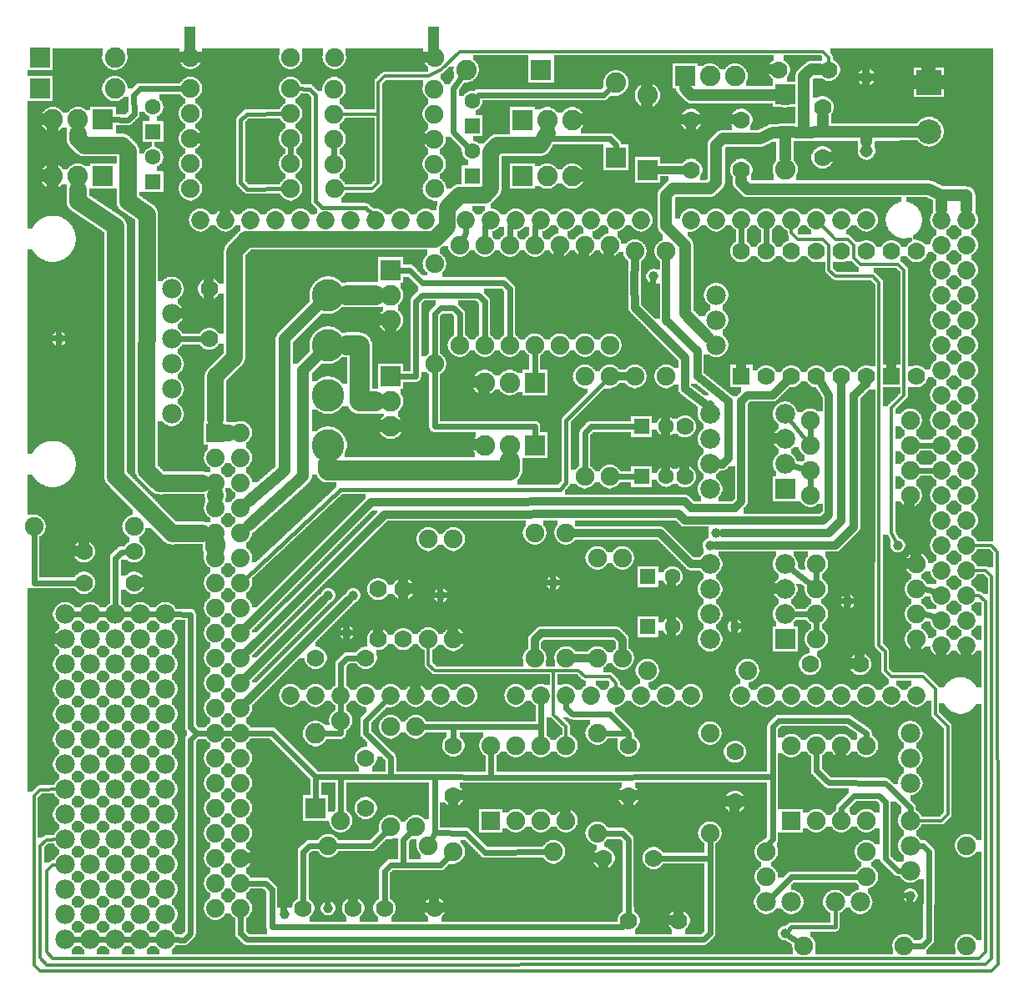
<source format=gtl>
G04 MADE WITH FRITZING*
G04 WWW.FRITZING.ORG*
G04 DOUBLE SIDED*
G04 HOLES PLATED*
G04 CONTOUR ON CENTER OF CONTOUR VECTOR*
%ASAXBY*%
%FSLAX23Y23*%
%MOIN*%
%OFA0B0*%
%SFA1.0B1.0*%
%ADD10C,0.075000*%
%ADD11C,0.078000*%
%ADD12C,0.130000*%
%ADD13C,0.039370*%
%ADD14C,0.070000*%
%ADD15C,0.074000*%
%ADD16C,0.072917*%
%ADD17C,0.082000*%
%ADD18C,0.051496*%
%ADD19C,0.079370*%
%ADD20C,0.062992*%
%ADD21C,0.099055*%
%ADD22R,0.075000X0.075000*%
%ADD23R,0.070000X0.070000*%
%ADD24R,0.074000X0.074000*%
%ADD25R,0.082000X0.082000*%
%ADD26R,0.079370X0.079370*%
%ADD27R,0.062992X0.062992*%
%ADD28R,0.099055X0.099055*%
%ADD29C,0.016000*%
%ADD30C,0.024000*%
%ADD31C,0.048000*%
%ADD32C,0.065000*%
%ADD33C,0.032000*%
%ADD34C,0.012000*%
%ADD35C,0.080000*%
%LNCOPPER1*%
G90*
G70*
G54D10*
X1514Y3610D03*
X1369Y3465D03*
X974Y3464D03*
X3752Y3746D03*
X651Y1977D03*
X1898Y3734D03*
X1332Y2929D03*
X1325Y2729D03*
X2767Y3023D03*
X2975Y2296D03*
X1354Y2302D03*
X626Y2238D03*
X2044Y2904D03*
X3572Y1911D03*
X209Y3655D03*
X566Y1700D03*
X3781Y1075D03*
X988Y982D03*
X1863Y832D03*
X3340Y1790D03*
X3109Y910D03*
X3087Y589D03*
X1237Y509D03*
X3791Y228D03*
X3791Y628D03*
X3141Y228D03*
X3541Y228D03*
G54D11*
X191Y1553D03*
X191Y1453D03*
X191Y1353D03*
X191Y1253D03*
X191Y1153D03*
X191Y1053D03*
X191Y953D03*
X191Y853D03*
X191Y753D03*
X191Y653D03*
X191Y553D03*
X191Y453D03*
X191Y353D03*
X191Y253D03*
X491Y1553D03*
X491Y1453D03*
X491Y1353D03*
X491Y1253D03*
X491Y1153D03*
X491Y1053D03*
X491Y953D03*
X491Y853D03*
X491Y753D03*
X491Y653D03*
X491Y553D03*
X491Y453D03*
X491Y353D03*
X491Y253D03*
X491Y1553D03*
X491Y1453D03*
X491Y1353D03*
X491Y1253D03*
X491Y1153D03*
X491Y1053D03*
X491Y953D03*
X491Y853D03*
X491Y753D03*
X491Y653D03*
X491Y553D03*
X491Y453D03*
X491Y353D03*
X491Y253D03*
X591Y253D03*
X591Y353D03*
X591Y453D03*
X591Y553D03*
X591Y653D03*
X591Y753D03*
X591Y853D03*
X591Y953D03*
X591Y1053D03*
X591Y1153D03*
X591Y1253D03*
X591Y1353D03*
X591Y1453D03*
X591Y1553D03*
X291Y1553D03*
X291Y1453D03*
X291Y1353D03*
X291Y1253D03*
X291Y1153D03*
X291Y1053D03*
X291Y953D03*
X291Y853D03*
X291Y753D03*
X291Y653D03*
X291Y553D03*
X291Y453D03*
X291Y353D03*
X291Y253D03*
X291Y1553D03*
X291Y1453D03*
X291Y1353D03*
X291Y1253D03*
X291Y1153D03*
X291Y1053D03*
X291Y953D03*
X291Y853D03*
X291Y753D03*
X291Y653D03*
X291Y553D03*
X291Y453D03*
X291Y353D03*
X291Y253D03*
X391Y253D03*
X391Y353D03*
X391Y453D03*
X391Y553D03*
X391Y653D03*
X391Y753D03*
X391Y853D03*
X391Y953D03*
X391Y1053D03*
X391Y1153D03*
X391Y1253D03*
X391Y1353D03*
X391Y1453D03*
X391Y1553D03*
G54D10*
X1891Y728D03*
X1891Y1028D03*
X1991Y728D03*
X1991Y1028D03*
X2091Y728D03*
X2091Y1028D03*
X2191Y728D03*
X2191Y1028D03*
G54D12*
X1241Y2628D03*
X1241Y2828D03*
X1241Y2428D03*
X1241Y2228D03*
X1241Y2628D03*
X1241Y2828D03*
X1241Y2428D03*
X1241Y2228D03*
G54D13*
X1316Y1478D03*
X3316Y1603D03*
X2866Y1503D03*
X2141Y1678D03*
X1691Y1628D03*
X1241Y378D03*
X1066Y353D03*
X166Y2653D03*
X3566Y428D03*
X2541Y2903D03*
X3066Y278D03*
X2791Y1878D03*
X2766Y1828D03*
X1241Y1628D03*
X1341Y1628D03*
G54D14*
X3591Y3003D03*
X3591Y2503D03*
X3491Y3003D03*
X3491Y2503D03*
X3391Y3003D03*
X3391Y2503D03*
X3291Y3003D03*
X3291Y2503D03*
X3191Y3003D03*
X3191Y2503D03*
X3091Y3003D03*
X3091Y2503D03*
X2991Y3003D03*
X2991Y2503D03*
X2891Y3003D03*
X2891Y2503D03*
G54D13*
X3516Y1828D03*
G54D10*
X3091Y728D03*
X3091Y1028D03*
X3191Y728D03*
X3191Y1028D03*
X3291Y728D03*
X3291Y1028D03*
X3391Y728D03*
X3391Y1028D03*
G54D15*
X891Y2278D03*
X891Y2178D03*
X891Y2078D03*
X891Y1978D03*
X891Y1878D03*
X891Y1778D03*
X891Y1678D03*
X891Y1578D03*
X891Y1478D03*
X891Y1378D03*
X891Y1278D03*
X891Y1178D03*
X891Y1078D03*
X891Y978D03*
X891Y878D03*
X891Y778D03*
X891Y678D03*
X891Y578D03*
X891Y478D03*
X891Y378D03*
X791Y2278D03*
X791Y2178D03*
X791Y2078D03*
X791Y1978D03*
X791Y1878D03*
X791Y1778D03*
X791Y1678D03*
X791Y1578D03*
X791Y1478D03*
X791Y1378D03*
X791Y1278D03*
X791Y1178D03*
X791Y1078D03*
X791Y978D03*
X791Y878D03*
X791Y778D03*
X791Y678D03*
X791Y578D03*
X791Y478D03*
X791Y378D03*
G54D16*
X2991Y1228D03*
X1391Y1228D03*
X3091Y1228D03*
X3191Y1228D03*
X3291Y1228D03*
X3391Y1228D03*
X3691Y2628D03*
X3491Y1228D03*
X3591Y1228D03*
X1431Y3128D03*
X1991Y1228D03*
X2091Y1228D03*
X2191Y1228D03*
X2291Y1228D03*
X3691Y1828D03*
X2391Y1228D03*
X2491Y1228D03*
X2591Y1228D03*
X2691Y1228D03*
X2191Y3128D03*
X3691Y3028D03*
X3691Y2228D03*
X3691Y1428D03*
X1031Y3128D03*
X1791Y1228D03*
X1791Y3128D03*
X3691Y2828D03*
X3691Y2428D03*
X3691Y2028D03*
X3391Y3128D03*
X3691Y1628D03*
X3291Y3128D03*
X3191Y3128D03*
X3091Y3128D03*
X2991Y3128D03*
X2891Y3128D03*
X2791Y3128D03*
X2691Y3128D03*
X831Y3128D03*
X1231Y3128D03*
X1631Y3128D03*
X1191Y1228D03*
X1591Y1228D03*
X2391Y3128D03*
X1991Y3128D03*
X3691Y3128D03*
X3691Y2928D03*
X3691Y2728D03*
X3691Y2528D03*
X3691Y2328D03*
X3691Y2128D03*
X3691Y1928D03*
X3691Y1728D03*
X3691Y1528D03*
X731Y3128D03*
X931Y3128D03*
X1131Y3128D03*
X1331Y3128D03*
X1531Y3128D03*
X1091Y1228D03*
X1291Y1228D03*
X1491Y1228D03*
X1691Y1228D03*
X2491Y3128D03*
X2291Y3128D03*
X2091Y3128D03*
X1891Y3128D03*
X3791Y3128D03*
X3791Y3028D03*
X3791Y2928D03*
X3791Y2828D03*
X3791Y2728D03*
X3791Y2628D03*
X3791Y2528D03*
X3791Y2428D03*
X3791Y2328D03*
X3791Y2228D03*
X3791Y2128D03*
X3791Y2028D03*
X3791Y1928D03*
X3791Y1828D03*
X3791Y1728D03*
X3791Y1628D03*
X3791Y1528D03*
X3791Y1428D03*
X2891Y1228D03*
G54D17*
X1491Y2503D03*
X1491Y2403D03*
X1491Y2303D03*
X2066Y2478D03*
X1966Y2478D03*
X1866Y2478D03*
X1491Y2928D03*
X1491Y2828D03*
X1491Y2728D03*
X2066Y2228D03*
X1966Y2228D03*
X1866Y2228D03*
G54D14*
X1191Y1378D03*
X1391Y1378D03*
G54D10*
X1291Y728D03*
X1291Y1128D03*
G54D17*
X2516Y3328D03*
X2516Y3626D03*
G54D10*
X466Y1903D03*
X66Y1903D03*
G54D11*
X616Y2853D03*
X616Y2753D03*
X616Y2653D03*
X616Y2553D03*
X616Y2453D03*
X616Y2353D03*
X3566Y528D03*
X3566Y628D03*
X3566Y728D03*
X3566Y1078D03*
X3566Y978D03*
X3566Y878D03*
X2791Y2828D03*
X2791Y2728D03*
X2791Y2628D03*
G54D10*
X2991Y603D03*
X3391Y603D03*
X2991Y503D03*
X3391Y503D03*
G54D11*
X2991Y403D03*
X3091Y403D03*
X3266Y403D03*
X3366Y403D03*
G54D10*
X3591Y1453D03*
X3191Y1453D03*
X2366Y3028D03*
X2366Y2628D03*
X2266Y3028D03*
X2266Y2628D03*
X3566Y2028D03*
X3166Y2028D03*
X3591Y1753D03*
X3191Y1753D03*
X2166Y3028D03*
X2166Y2628D03*
X1666Y2953D03*
X1666Y2553D03*
X3566Y2328D03*
X3166Y2328D03*
G54D17*
X2666Y3703D03*
X2766Y3703D03*
X2866Y3703D03*
G54D14*
X3041Y3728D03*
X3241Y3728D03*
X2891Y3528D03*
X2891Y3328D03*
X3216Y3378D03*
X3216Y3578D03*
X2691Y3528D03*
X2691Y3328D03*
G54D17*
X3066Y3628D03*
X3066Y3330D03*
G54D18*
X3391Y3403D03*
X3391Y3698D03*
X3391Y3403D03*
X3391Y3698D03*
G54D19*
X3066Y1453D03*
X2766Y1453D03*
X3066Y1553D03*
X2766Y1553D03*
X3066Y1653D03*
X2766Y1653D03*
X3066Y1753D03*
X2766Y1753D03*
X3066Y2053D03*
X2766Y2053D03*
X3066Y2153D03*
X2766Y2153D03*
X3066Y2253D03*
X2766Y2253D03*
X3066Y2353D03*
X2766Y2353D03*
G54D10*
X3591Y1553D03*
X3191Y1553D03*
X1866Y3028D03*
X1866Y2628D03*
X1966Y3028D03*
X1966Y2628D03*
X3566Y2128D03*
X3166Y2128D03*
X3591Y1653D03*
X3191Y1653D03*
X2066Y3028D03*
X2066Y2628D03*
X1766Y3028D03*
X1766Y2628D03*
X3566Y2228D03*
X3166Y2228D03*
G54D14*
X3366Y1353D03*
X3166Y1353D03*
G54D10*
X2066Y1378D03*
X2066Y1878D03*
G54D14*
X2666Y2103D03*
X2666Y2303D03*
G54D10*
X2591Y2503D03*
X2591Y3003D03*
X2191Y1878D03*
X2191Y1378D03*
X2466Y3003D03*
X2466Y2503D03*
X2416Y1778D03*
X2416Y1378D03*
X2266Y2103D03*
X2266Y2503D03*
X2316Y1778D03*
X2316Y1378D03*
X2366Y2103D03*
X2366Y2503D03*
G54D20*
X2518Y1703D03*
X2616Y1703D03*
X2493Y2303D03*
X2591Y2303D03*
X2518Y1503D03*
X2616Y1503D03*
X2493Y2103D03*
X2591Y2103D03*
G54D10*
X1741Y1853D03*
X1741Y1453D03*
X2141Y603D03*
X1741Y603D03*
X1641Y628D03*
X1241Y628D03*
G54D14*
X1741Y828D03*
X1741Y1028D03*
X1666Y378D03*
X1466Y378D03*
X1391Y778D03*
X1391Y978D03*
X1341Y378D03*
X1141Y378D03*
G54D10*
X1591Y703D03*
X1591Y1103D03*
X1491Y703D03*
X1491Y1103D03*
G54D17*
X1191Y778D03*
X1191Y1076D03*
G54D14*
X2866Y803D03*
X2866Y1003D03*
X266Y1678D03*
X466Y1678D03*
X2441Y828D03*
X2441Y1028D03*
X766Y2853D03*
X766Y2653D03*
X266Y1803D03*
X466Y1803D03*
X2341Y578D03*
X2541Y578D03*
X2641Y328D03*
X2441Y328D03*
G54D10*
X2766Y678D03*
X2766Y1078D03*
X2316Y678D03*
X2316Y1078D03*
X2916Y1328D03*
X2516Y1328D03*
G54D14*
X1441Y1453D03*
X1441Y1653D03*
X1541Y1653D03*
X1541Y1453D03*
G54D10*
X1641Y1853D03*
X1641Y1453D03*
X1091Y3253D03*
X691Y3253D03*
X1266Y3253D03*
X1666Y3253D03*
X1091Y3553D03*
X691Y3553D03*
X1265Y3552D03*
X1665Y3552D03*
G54D20*
X542Y3281D03*
X542Y3379D03*
X1816Y3305D03*
X1816Y3403D03*
X542Y3481D03*
X542Y3579D03*
X1816Y3505D03*
X1816Y3603D03*
G54D17*
X91Y3653D03*
X389Y3653D03*
X2091Y3728D03*
X1793Y3728D03*
X91Y3778D03*
X389Y3778D03*
X2391Y3378D03*
X2391Y3676D03*
X341Y3303D03*
X241Y3303D03*
X141Y3303D03*
X2016Y3303D03*
X2116Y3303D03*
X2216Y3303D03*
X342Y3529D03*
X242Y3529D03*
X142Y3529D03*
X2016Y3528D03*
X2116Y3528D03*
X2216Y3528D03*
G54D10*
X1091Y3353D03*
X691Y3353D03*
X1265Y3352D03*
X1665Y3352D03*
X1091Y3653D03*
X691Y3653D03*
X1265Y3652D03*
X1665Y3652D03*
X1091Y3453D03*
X691Y3453D03*
X1265Y3452D03*
X1665Y3452D03*
X1091Y3778D03*
X691Y3778D03*
X1266Y3778D03*
X1666Y3778D03*
G54D21*
X3641Y3678D03*
X3641Y3481D03*
G54D22*
X1891Y728D03*
G54D23*
X2891Y2503D03*
X3491Y2503D03*
G54D22*
X3091Y728D03*
G54D24*
X791Y2278D03*
G54D25*
X1491Y2503D03*
X2066Y2478D03*
X1491Y2928D03*
X2066Y2228D03*
X2516Y3327D03*
X2666Y3703D03*
X3066Y3629D03*
G54D26*
X3066Y1453D03*
X3066Y2053D03*
G54D27*
X2518Y1703D03*
X2493Y2303D03*
X2518Y1503D03*
X2493Y2103D03*
G54D25*
X1191Y777D03*
G54D27*
X542Y3281D03*
X1816Y3305D03*
X542Y3481D03*
X1816Y3505D03*
G54D25*
X90Y3653D03*
X2092Y3728D03*
X90Y3778D03*
X2391Y3377D03*
X341Y3303D03*
X2016Y3303D03*
X342Y3529D03*
X2016Y3528D03*
G54D28*
X3641Y3678D03*
G54D29*
X3091Y303D02*
X3266Y303D01*
D02*
X3266Y303D02*
X3266Y378D01*
D02*
X3076Y287D02*
X3091Y303D01*
G54D30*
D02*
X3082Y267D02*
X3117Y244D01*
D02*
X2091Y1103D02*
X2091Y1057D01*
D02*
X1291Y903D02*
X1291Y757D01*
D02*
X1191Y903D02*
X1191Y810D01*
D02*
X1791Y678D02*
X1666Y679D01*
D02*
X1867Y602D02*
X1791Y678D01*
D02*
X2113Y603D02*
X1867Y602D01*
G54D31*
D02*
X3391Y3479D02*
X3391Y3441D01*
D02*
X3217Y3479D02*
X3216Y3541D01*
D02*
X2691Y3628D02*
X3023Y3628D01*
D02*
X2666Y3653D02*
X2691Y3628D01*
D02*
X2666Y3660D02*
X2666Y3653D01*
G54D30*
D02*
X1291Y1198D02*
X1291Y1157D01*
G54D31*
D02*
X2617Y3253D02*
X2591Y3228D01*
D02*
X2666Y2753D02*
X2762Y2657D01*
D02*
X2666Y3028D02*
X2666Y2753D01*
D02*
X2591Y3103D02*
X2666Y3028D01*
D02*
X2591Y3228D02*
X2591Y3103D01*
D02*
X2766Y3253D02*
X2617Y3253D01*
D02*
X2791Y3277D02*
X2766Y3253D01*
D02*
X2817Y3453D02*
X2791Y3428D01*
D02*
X2966Y3453D02*
X2817Y3453D01*
D02*
X3017Y3477D02*
X2966Y3453D01*
D02*
X2791Y3428D02*
X2791Y3277D01*
D02*
X3066Y3479D02*
X3017Y3477D01*
D02*
X3142Y3703D02*
X3172Y3730D01*
D02*
X3172Y3730D02*
X3204Y3729D01*
D02*
X3142Y3477D02*
X3142Y3703D01*
D02*
X1067Y2653D02*
X1201Y2788D01*
D02*
X1067Y2128D02*
X1067Y2653D01*
D02*
X923Y2005D02*
X1067Y2128D01*
D02*
X1142Y2528D02*
X1201Y2587D01*
D02*
X1142Y2103D02*
X1142Y2528D01*
D02*
X923Y1906D02*
X1142Y2103D01*
G54D32*
D02*
X845Y2278D02*
X838Y2278D01*
G54D33*
D02*
X2282Y1378D02*
X2225Y1378D01*
G54D30*
D02*
X1666Y679D02*
X1654Y654D01*
D02*
X1666Y903D02*
X1666Y679D01*
D02*
X1541Y652D02*
X1571Y683D01*
D02*
X1541Y552D02*
X1541Y652D01*
G54D34*
D02*
X2142Y1152D02*
X2191Y1104D01*
D02*
X2191Y1104D02*
X2191Y1051D01*
D02*
X2142Y1328D02*
X2142Y1152D01*
D02*
X2142Y1328D02*
X2242Y1328D01*
D02*
X2367Y1304D02*
X2391Y1277D01*
D02*
X2267Y1304D02*
X2367Y1304D01*
D02*
X2242Y1328D02*
X2267Y1304D01*
D02*
X1667Y1328D02*
X2142Y1328D01*
D02*
X1642Y1352D02*
X1667Y1328D01*
D02*
X2391Y1277D02*
X2391Y1253D01*
D02*
X1641Y1430D02*
X1642Y1352D01*
G54D30*
D02*
X1742Y1103D02*
X1741Y1054D01*
D02*
X2091Y1103D02*
X2091Y1198D01*
D02*
X1742Y1103D02*
X2091Y1103D01*
D02*
X1620Y1103D02*
X1742Y1103D01*
D02*
X1891Y902D02*
X1891Y999D01*
G54D31*
D02*
X3142Y3477D02*
X3217Y3479D01*
D02*
X3391Y3479D02*
X3589Y3481D01*
D02*
X3217Y3479D02*
X3391Y3479D01*
D02*
X3066Y3479D02*
X3142Y3477D01*
D02*
X3066Y3373D02*
X3066Y3479D01*
G54D30*
D02*
X361Y1553D02*
X321Y1553D01*
D02*
X461Y1553D02*
X421Y1553D01*
D02*
X561Y1553D02*
X521Y1553D01*
D02*
X67Y1678D02*
X66Y1874D01*
D02*
X240Y1678D02*
X67Y1678D01*
D02*
X417Y1802D02*
X391Y1778D01*
D02*
X391Y1778D02*
X391Y1583D01*
D02*
X440Y1803D02*
X417Y1802D01*
D02*
X261Y1553D02*
X221Y1553D01*
G54D35*
D02*
X1241Y2128D02*
X1966Y2128D01*
D02*
X1966Y2128D02*
X1966Y2168D01*
D02*
X1241Y2154D02*
X1241Y2128D01*
D02*
X1366Y2628D02*
X1366Y2403D01*
D02*
X1366Y2403D02*
X1431Y2403D01*
D02*
X1315Y2628D02*
X1366Y2628D01*
D02*
X1315Y2828D02*
X1431Y2828D01*
G54D30*
D02*
X261Y253D02*
X221Y253D01*
D02*
X361Y253D02*
X321Y253D01*
D02*
X461Y253D02*
X421Y253D01*
D02*
X561Y253D02*
X521Y253D01*
D02*
X691Y277D02*
X667Y252D01*
D02*
X667Y252D02*
X621Y253D01*
D02*
X691Y1052D02*
X691Y277D01*
D02*
X716Y1077D02*
X691Y1052D01*
G54D34*
D02*
X3416Y2904D02*
X3267Y2904D01*
D02*
X3116Y3052D02*
X3091Y3077D01*
D02*
X3242Y3028D02*
X3216Y3052D01*
D02*
X3242Y2928D02*
X3242Y3028D01*
D02*
X3267Y2904D02*
X3242Y2928D01*
D02*
X3216Y3052D02*
X3116Y3052D01*
D02*
X3091Y3077D02*
X3091Y3103D01*
D02*
X3442Y2877D02*
X3416Y2904D01*
D02*
X3442Y2428D02*
X3442Y2877D01*
D02*
X3440Y1428D02*
X3442Y2428D01*
D02*
X3516Y2952D02*
X3542Y2928D01*
D02*
X3342Y2977D02*
X3367Y2952D01*
D02*
X3367Y2952D02*
X3516Y2952D01*
D02*
X3517Y2403D02*
X3491Y2378D01*
D02*
X3541Y2428D02*
X3517Y2403D01*
D02*
X3542Y2928D02*
X3541Y2428D01*
D02*
X3340Y3028D02*
X3342Y2977D01*
D02*
X3267Y3052D02*
X3316Y3052D01*
D02*
X3316Y3052D02*
X3340Y3028D01*
D02*
X3209Y3111D02*
X3267Y3052D01*
D02*
X3491Y1878D02*
X3510Y1840D01*
D02*
X3491Y2378D02*
X3491Y1878D01*
G54D30*
D02*
X1316Y1378D02*
X1365Y1378D01*
D02*
X1291Y1353D02*
X1316Y1378D01*
D02*
X1291Y1258D02*
X1291Y1353D01*
G54D34*
D02*
X91Y179D02*
X116Y152D01*
D02*
X91Y628D02*
X91Y179D01*
D02*
X116Y652D02*
X91Y628D01*
D02*
X167Y653D02*
X116Y652D01*
D02*
X3866Y153D02*
X3891Y177D01*
D02*
X3891Y1704D02*
X3867Y1728D01*
D02*
X116Y152D02*
X3866Y153D01*
D02*
X3891Y177D02*
X3891Y1704D01*
D02*
X3867Y1728D02*
X3816Y1728D01*
D02*
X67Y828D02*
X67Y152D01*
D02*
X91Y852D02*
X67Y828D01*
D02*
X67Y152D02*
X91Y128D01*
D02*
X167Y853D02*
X91Y852D01*
D02*
X116Y528D02*
X116Y204D01*
D02*
X142Y552D02*
X116Y528D01*
D02*
X116Y204D02*
X140Y177D01*
D02*
X167Y553D02*
X142Y552D01*
D02*
X3840Y177D02*
X3866Y203D01*
D02*
X3867Y1604D02*
X3841Y1628D01*
G54D30*
D02*
X991Y478D02*
X1016Y453D01*
D02*
X1016Y453D02*
X1016Y303D01*
D02*
X1016Y303D02*
X2416Y304D01*
D02*
X922Y478D02*
X991Y478D01*
D02*
X2416Y304D02*
X2422Y310D01*
D02*
X2741Y253D02*
X916Y253D01*
D02*
X916Y253D02*
X891Y278D01*
D02*
X891Y278D02*
X891Y347D01*
D02*
X2766Y278D02*
X2741Y253D01*
D02*
X2766Y578D02*
X2766Y278D01*
G54D34*
D02*
X140Y177D02*
X3840Y177D01*
D02*
X3866Y203D02*
X3867Y1604D01*
D02*
X3841Y1628D02*
X3816Y1628D01*
D02*
X3891Y128D02*
X3917Y153D01*
D02*
X3915Y1802D02*
X3891Y1828D01*
D02*
X91Y128D02*
X3891Y128D01*
D02*
X3917Y153D02*
X3915Y1802D01*
D02*
X3891Y1828D02*
X3816Y1828D01*
G54D30*
D02*
X691Y1102D02*
X716Y1077D01*
D02*
X691Y1552D02*
X691Y1102D01*
D02*
X716Y1077D02*
X760Y1078D01*
D02*
X621Y1553D02*
X691Y1552D01*
D02*
X3617Y228D02*
X3640Y253D01*
D02*
X3570Y228D02*
X3617Y228D01*
D02*
X3640Y253D02*
X3642Y603D01*
D02*
X1191Y903D02*
X1017Y1078D01*
D02*
X1491Y903D02*
X1291Y903D01*
D02*
X1291Y903D02*
X1191Y903D01*
D02*
X1666Y903D02*
X1491Y903D01*
D02*
X3617Y628D02*
X3596Y628D01*
D02*
X3642Y603D02*
X3617Y628D01*
G54D33*
D02*
X2667Y2003D02*
X2691Y1977D01*
D02*
X1415Y2002D02*
X2667Y2003D01*
D02*
X2691Y1977D02*
X2867Y1977D01*
D02*
X2891Y2004D02*
X2891Y2404D01*
D02*
X2916Y2428D02*
X3016Y2428D01*
D02*
X3016Y2428D02*
X3069Y2481D01*
D02*
X2891Y2404D02*
X2916Y2428D01*
D02*
X2867Y1977D02*
X2891Y2004D01*
D02*
X917Y1504D02*
X1415Y2002D01*
D02*
X2091Y1477D02*
X2067Y1452D01*
D02*
X2391Y1477D02*
X2091Y1477D01*
D02*
X2416Y1452D02*
X2391Y1477D01*
D02*
X2067Y1452D02*
X2066Y1412D01*
D02*
X2416Y1412D02*
X2416Y1452D01*
D02*
X917Y1204D02*
X1324Y1611D01*
D02*
X917Y1304D02*
X1224Y1611D01*
D02*
X3342Y2428D02*
X3367Y2452D01*
D02*
X3391Y2477D02*
X3391Y2471D01*
D02*
X3367Y2452D02*
X3391Y2477D01*
D02*
X3341Y1902D02*
X3342Y2428D01*
D02*
X3267Y1828D02*
X3341Y1902D01*
D02*
X2791Y1828D02*
X3267Y1828D01*
D02*
X3241Y1878D02*
X3291Y1928D01*
D02*
X3291Y1928D02*
X3291Y2471D01*
D02*
X2816Y1878D02*
X3241Y1878D01*
D02*
X3216Y1928D02*
X3242Y1952D01*
D02*
X3242Y2428D02*
X3209Y2477D01*
D02*
X1467Y1952D02*
X2642Y1953D01*
D02*
X2642Y1953D02*
X2667Y1928D01*
D02*
X2667Y1928D02*
X3216Y1928D01*
D02*
X3242Y1952D02*
X3242Y2428D01*
D02*
X917Y1404D02*
X1467Y1952D01*
G54D34*
D02*
X3466Y1403D02*
X3440Y1428D01*
D02*
X3466Y1328D02*
X3466Y1403D01*
D02*
X3491Y1303D02*
X3466Y1328D01*
D02*
X3616Y1303D02*
X3491Y1303D01*
D02*
X3666Y1253D02*
X3616Y1303D01*
D02*
X3666Y1153D02*
X3666Y1253D01*
G54D30*
D02*
X2991Y3098D02*
X2991Y3029D01*
D02*
X2891Y3098D02*
X2891Y3029D01*
D02*
X3642Y1552D02*
X3620Y1553D01*
D02*
X3642Y1652D02*
X3620Y1653D01*
D02*
X3664Y1642D02*
X3642Y1652D01*
D02*
X3664Y1542D02*
X3642Y1552D01*
G54D34*
D02*
X3716Y1103D02*
X3666Y1153D01*
D02*
X3691Y728D02*
X3716Y753D01*
D02*
X3716Y753D02*
X3716Y1103D01*
D02*
X3591Y728D02*
X3691Y728D01*
G54D29*
D02*
X2167Y2052D02*
X2191Y2078D01*
D02*
X1291Y2052D02*
X2167Y2052D01*
G54D35*
D02*
X791Y1819D02*
X791Y1837D01*
G54D29*
D02*
X2191Y2328D02*
X2350Y2487D01*
D02*
X2191Y2078D02*
X2191Y2328D01*
D02*
X910Y1695D02*
X1291Y2052D01*
G54D30*
D02*
X1017Y1078D02*
X922Y1078D01*
G54D32*
D02*
X791Y2025D02*
X791Y2031D01*
G54D30*
D02*
X822Y1078D02*
X860Y1078D01*
D02*
X1491Y979D02*
X1491Y903D01*
D02*
X1391Y1077D02*
X1491Y979D01*
D02*
X1391Y1128D02*
X1391Y1077D01*
D02*
X1466Y1203D02*
X1391Y1128D01*
D02*
X1470Y1207D02*
X1466Y1203D01*
D02*
X3661Y2128D02*
X3595Y2128D01*
D02*
X3595Y2228D02*
X3661Y2228D01*
G54D33*
D02*
X2466Y2778D02*
X2465Y2876D01*
D02*
X2666Y2577D02*
X2466Y2778D01*
D02*
X2465Y2876D02*
X2466Y2969D01*
G54D30*
D02*
X1566Y2928D02*
X1616Y2877D01*
G54D33*
D02*
X2667Y2453D02*
X2666Y2577D01*
G54D30*
D02*
X1523Y2928D02*
X1566Y2928D01*
D02*
X1616Y2877D02*
X1942Y2877D01*
G54D33*
D02*
X2767Y2377D02*
X2667Y2453D01*
D02*
X2767Y2389D02*
X2767Y2377D01*
G54D30*
D02*
X1591Y2803D02*
X1616Y2828D01*
D02*
X1616Y2828D02*
X1842Y2828D01*
D02*
X1842Y2828D02*
X1867Y2803D01*
D02*
X1967Y2853D02*
X1966Y2657D01*
D02*
X1967Y3103D02*
X1970Y3107D01*
D02*
X1966Y3057D02*
X1967Y3103D01*
D02*
X2067Y3103D02*
X2070Y3107D01*
D02*
X2066Y3057D02*
X2067Y3103D01*
D02*
X1942Y2877D02*
X1967Y2853D01*
D02*
X1591Y2503D02*
X1591Y2803D01*
D02*
X1523Y2503D02*
X1591Y2503D01*
D02*
X1867Y2803D02*
X1866Y2657D01*
D02*
X1791Y3078D02*
X1791Y3098D01*
D02*
X1867Y3103D02*
X1870Y3107D01*
D02*
X1866Y3057D02*
X1867Y3103D01*
D02*
X1779Y3054D02*
X1791Y3078D01*
G54D34*
D02*
X3217Y3802D02*
X3241Y3778D01*
D02*
X3241Y3778D02*
X3241Y3749D01*
D02*
X1441Y3678D02*
X1441Y3552D01*
D02*
X1641Y3704D02*
X1691Y3728D01*
D02*
X1691Y3728D02*
X1767Y3802D01*
D02*
X1767Y3802D02*
X3217Y3802D01*
D02*
X1441Y3552D02*
X1441Y3278D01*
D02*
X1441Y3278D02*
X1417Y3254D01*
D02*
X1467Y3704D02*
X1641Y3704D01*
D02*
X1467Y3704D02*
X1441Y3678D01*
G54D29*
D02*
X891Y3528D02*
X891Y3278D01*
G54D34*
D02*
X1417Y3254D02*
X1289Y3253D01*
G54D29*
D02*
X917Y3252D02*
X1068Y3253D01*
G54D34*
D02*
X1441Y3552D02*
X1288Y3552D01*
G54D29*
D02*
X891Y3278D02*
X917Y3252D01*
D02*
X1068Y3553D02*
X917Y3552D01*
D02*
X917Y3552D02*
X891Y3528D01*
G54D30*
D02*
X1741Y3654D02*
X1775Y3702D01*
D02*
X1742Y3479D02*
X1741Y3654D01*
D02*
X1797Y3422D02*
X1742Y3479D01*
D02*
X2391Y3428D02*
X2366Y3453D01*
D02*
X2141Y3453D02*
X2116Y3478D01*
D02*
X2366Y3453D02*
X2141Y3453D01*
D02*
X2391Y3410D02*
X2391Y3428D01*
D02*
X2116Y3478D02*
X2116Y3496D01*
D02*
X440Y3528D02*
X374Y3529D01*
D02*
X467Y3552D02*
X440Y3528D01*
D02*
X465Y3628D02*
X467Y3552D01*
D02*
X491Y3654D02*
X465Y3628D01*
D02*
X663Y3653D02*
X491Y3654D01*
D02*
X1841Y3628D02*
X1835Y3622D01*
D02*
X2341Y3628D02*
X1841Y3628D01*
D02*
X2368Y3654D02*
X2341Y3628D01*
D02*
X3191Y928D02*
X3191Y999D01*
D02*
X3240Y879D02*
X3191Y928D01*
D02*
X3466Y877D02*
X3240Y879D01*
D02*
X3566Y779D02*
X3466Y877D01*
D02*
X3566Y758D02*
X3566Y779D01*
D02*
X1742Y2777D02*
X1767Y2753D01*
D02*
X1767Y2753D02*
X1766Y2657D01*
D02*
X1666Y2303D02*
X1666Y2524D01*
D02*
X2066Y2303D02*
X1666Y2303D01*
D02*
X1666Y2753D02*
X1691Y2778D01*
D02*
X1666Y2582D02*
X1666Y2753D01*
D02*
X1691Y2778D02*
X1742Y2777D01*
D02*
X2066Y2260D02*
X2066Y2303D01*
D02*
X2066Y2599D02*
X2066Y2510D01*
G54D33*
D02*
X2554Y3328D02*
X2660Y3328D01*
G54D30*
D02*
X1291Y1077D02*
X1223Y1076D01*
D02*
X1291Y1099D02*
X1291Y1077D01*
G54D33*
D02*
X2567Y1877D02*
X2225Y1878D01*
D02*
X2691Y1753D02*
X2567Y1877D01*
D02*
X2730Y1753D02*
X2691Y1753D01*
D02*
X2842Y2403D02*
X2842Y2177D01*
D02*
X2842Y2177D02*
X2816Y2152D01*
D02*
X2717Y2603D02*
X2716Y2503D01*
D02*
X2591Y2728D02*
X2717Y2603D01*
D02*
X2716Y2503D02*
X2842Y2403D01*
D02*
X2816Y2152D02*
X2803Y2153D01*
D02*
X2591Y2969D02*
X2591Y2728D01*
G54D30*
D02*
X646Y2653D02*
X740Y2653D01*
D02*
X3466Y577D02*
X3517Y528D01*
D02*
X3517Y528D02*
X3536Y528D01*
D02*
X3466Y803D02*
X3466Y577D01*
D02*
X3442Y828D02*
X3466Y803D01*
D02*
X3342Y828D02*
X3442Y828D01*
D02*
X3291Y777D02*
X3342Y828D01*
D02*
X3291Y757D02*
X3291Y777D01*
D02*
X3091Y503D02*
X3363Y503D01*
D02*
X3013Y424D02*
X3091Y503D01*
D02*
X3191Y1724D02*
X3191Y1682D01*
D02*
X3166Y2328D02*
X3166Y2257D01*
D02*
X3191Y1524D02*
X3191Y1482D01*
D02*
X3166Y2099D02*
X3166Y2057D01*
D02*
X3097Y1553D02*
X3163Y1553D01*
D02*
X3090Y1734D02*
X3169Y1671D01*
G54D31*
D02*
X3791Y3228D02*
X3791Y3169D01*
D02*
X3691Y3228D02*
X3791Y3228D01*
D02*
X2917Y3252D02*
X2891Y3278D01*
D02*
X3641Y3252D02*
X2917Y3252D01*
D02*
X2891Y3278D02*
X2891Y3291D01*
D02*
X3691Y3228D02*
X3641Y3252D01*
D02*
X3691Y3169D02*
X3691Y3228D01*
G54D30*
D02*
X3096Y2146D02*
X3138Y2135D01*
G54D29*
D02*
X3082Y2333D02*
X3152Y2246D01*
G54D33*
D02*
X2400Y2503D02*
X2432Y2503D01*
G54D30*
D02*
X2466Y2103D02*
X2395Y2103D01*
D02*
X2291Y2303D02*
X2267Y2277D01*
D02*
X2267Y2277D02*
X2266Y2132D01*
D02*
X2466Y2303D02*
X2291Y2303D01*
D02*
X1091Y3424D02*
X1091Y3382D01*
D02*
X1265Y3423D02*
X1265Y3381D01*
D02*
X2766Y649D02*
X2766Y578D01*
D02*
X2766Y578D02*
X2567Y578D01*
D02*
X1691Y552D02*
X1721Y583D01*
D02*
X1541Y552D02*
X1691Y552D01*
D02*
X1491Y552D02*
X1541Y552D01*
D02*
X1466Y528D02*
X1491Y552D01*
D02*
X1466Y404D02*
X1466Y528D01*
D02*
X2416Y677D02*
X2345Y678D01*
D02*
X2440Y652D02*
X2416Y677D01*
D02*
X2441Y354D02*
X2440Y652D01*
D02*
X2441Y1078D02*
X2441Y1054D01*
D02*
X2366Y1153D02*
X2441Y1078D01*
D02*
X2217Y1154D02*
X2366Y1153D01*
D02*
X2191Y1176D02*
X2217Y1154D01*
D02*
X2191Y1198D02*
X2191Y1176D01*
D02*
X1167Y628D02*
X1213Y628D01*
D02*
X1141Y604D02*
X1167Y628D01*
D02*
X1141Y404D02*
X1141Y604D01*
D02*
X1417Y628D02*
X1270Y628D01*
D02*
X1471Y683D02*
X1417Y628D01*
G54D29*
D02*
X1419Y3149D02*
X1417Y3153D01*
D02*
X1417Y3153D02*
X1391Y3178D01*
D02*
X1217Y3178D02*
X1191Y3204D01*
D02*
X1391Y3178D02*
X1217Y3178D01*
D02*
X1191Y3204D02*
X1191Y3628D01*
D02*
X1191Y3628D02*
X1167Y3652D01*
D02*
X1167Y3652D02*
X1114Y3653D01*
G54D14*
D02*
X516Y3152D02*
X440Y3204D01*
D02*
X515Y2128D02*
X516Y3152D01*
D02*
X738Y2078D02*
X567Y2077D01*
D02*
X567Y2077D02*
X515Y2128D01*
D02*
X440Y3204D02*
X441Y3403D01*
D02*
X441Y3403D02*
X416Y3428D01*
D02*
X266Y3428D02*
X241Y3453D01*
D02*
X241Y3453D02*
X241Y3475D01*
D02*
X416Y3428D02*
X266Y3428D01*
G54D32*
D02*
X1866Y3228D02*
X1891Y3253D01*
D02*
X867Y2578D02*
X867Y3002D01*
D02*
X791Y2504D02*
X867Y2578D01*
D02*
X791Y2331D02*
X791Y2504D01*
D02*
X867Y3002D02*
X915Y3052D01*
D02*
X915Y3052D02*
X1667Y3052D01*
D02*
X1667Y3052D02*
X1717Y3102D01*
D02*
X1717Y3102D02*
X1717Y3178D01*
D02*
X1717Y3178D02*
X1767Y3228D01*
D02*
X1767Y3228D02*
X1866Y3228D01*
D02*
X2116Y3478D02*
X2116Y3474D01*
D02*
X2091Y3428D02*
X2116Y3478D01*
D02*
X1917Y3428D02*
X2091Y3428D01*
D02*
X1891Y3402D02*
X1917Y3428D01*
D02*
X1891Y3253D02*
X1891Y3402D01*
G54D14*
D02*
X738Y1878D02*
X616Y1877D01*
D02*
X616Y1877D02*
X391Y2104D01*
D02*
X391Y3104D02*
X241Y3203D01*
D02*
X241Y3203D02*
X241Y3249D01*
D02*
X391Y2104D02*
X391Y3104D01*
G54D30*
D02*
X2441Y1078D02*
X2345Y1078D01*
D02*
X3017Y1103D02*
X3017Y903D01*
D02*
X1891Y902D02*
X1666Y903D01*
D02*
X3391Y1077D02*
X3391Y1057D01*
D02*
X3042Y1128D02*
X3317Y1128D01*
D02*
X3017Y1103D02*
X3042Y1128D01*
D02*
X3317Y1128D02*
X3391Y1077D01*
D02*
X3017Y653D02*
X3017Y903D01*
D02*
X2991Y628D02*
X3017Y653D01*
D02*
X2991Y632D02*
X2991Y628D01*
D02*
X3017Y903D02*
X1891Y902D01*
G36*
X3060Y3787D02*
X3060Y3767D01*
X3062Y3767D01*
X3062Y3765D01*
X3066Y3765D01*
X3066Y3763D01*
X3068Y3763D01*
X3068Y3761D01*
X3070Y3761D01*
X3070Y3759D01*
X3072Y3759D01*
X3072Y3757D01*
X3074Y3757D01*
X3074Y3755D01*
X3076Y3755D01*
X3076Y3753D01*
X3078Y3753D01*
X3078Y3749D01*
X3080Y3749D01*
X3080Y3747D01*
X3082Y3747D01*
X3082Y3743D01*
X3084Y3743D01*
X3084Y3737D01*
X3086Y3737D01*
X3086Y3719D01*
X3084Y3719D01*
X3084Y3713D01*
X3082Y3713D01*
X3082Y3709D01*
X3080Y3709D01*
X3080Y3707D01*
X3078Y3707D01*
X3078Y3703D01*
X3076Y3703D01*
X3076Y3701D01*
X3074Y3701D01*
X3074Y3681D01*
X3108Y3681D01*
X3108Y3711D01*
X3110Y3711D01*
X3110Y3717D01*
X3112Y3717D01*
X3112Y3721D01*
X3114Y3721D01*
X3114Y3723D01*
X3116Y3723D01*
X3116Y3725D01*
X3118Y3725D01*
X3118Y3727D01*
X3120Y3727D01*
X3120Y3729D01*
X3122Y3729D01*
X3122Y3731D01*
X3124Y3731D01*
X3124Y3733D01*
X3126Y3733D01*
X3126Y3735D01*
X3128Y3735D01*
X3128Y3737D01*
X3130Y3737D01*
X3130Y3739D01*
X3132Y3739D01*
X3132Y3741D01*
X3134Y3741D01*
X3134Y3743D01*
X3138Y3743D01*
X3138Y3745D01*
X3140Y3745D01*
X3140Y3747D01*
X3142Y3747D01*
X3142Y3749D01*
X3144Y3749D01*
X3144Y3751D01*
X3146Y3751D01*
X3146Y3753D01*
X3148Y3753D01*
X3148Y3755D01*
X3150Y3755D01*
X3150Y3757D01*
X3154Y3757D01*
X3154Y3759D01*
X3158Y3759D01*
X3158Y3761D01*
X3162Y3761D01*
X3162Y3763D01*
X3214Y3763D01*
X3214Y3783D01*
X3212Y3783D01*
X3212Y3785D01*
X3210Y3785D01*
X3210Y3787D01*
X3060Y3787D01*
G37*
D02*
G36*
X1724Y3739D02*
X1724Y3737D01*
X1722Y3737D01*
X1722Y3735D01*
X1720Y3735D01*
X1720Y3733D01*
X1718Y3733D01*
X1718Y3731D01*
X1716Y3731D01*
X1716Y3729D01*
X1714Y3729D01*
X1714Y3727D01*
X1712Y3727D01*
X1712Y3725D01*
X1710Y3725D01*
X1710Y3723D01*
X1708Y3723D01*
X1708Y3721D01*
X1706Y3721D01*
X1706Y3719D01*
X1704Y3719D01*
X1704Y3717D01*
X1702Y3717D01*
X1702Y3715D01*
X1698Y3715D01*
X1698Y3713D01*
X1694Y3713D01*
X1694Y3711D01*
X1690Y3711D01*
X1690Y3691D01*
X1692Y3691D01*
X1692Y3689D01*
X1694Y3689D01*
X1694Y3687D01*
X1696Y3687D01*
X1696Y3685D01*
X1698Y3685D01*
X1698Y3683D01*
X1700Y3683D01*
X1700Y3681D01*
X1702Y3681D01*
X1702Y3679D01*
X1704Y3679D01*
X1704Y3675D01*
X1706Y3675D01*
X1706Y3673D01*
X1708Y3673D01*
X1708Y3671D01*
X1728Y3671D01*
X1728Y3675D01*
X1730Y3675D01*
X1730Y3677D01*
X1732Y3677D01*
X1732Y3681D01*
X1734Y3681D01*
X1734Y3683D01*
X1736Y3683D01*
X1736Y3687D01*
X1738Y3687D01*
X1738Y3689D01*
X1740Y3689D01*
X1740Y3691D01*
X1742Y3691D01*
X1742Y3695D01*
X1744Y3695D01*
X1744Y3721D01*
X1742Y3721D01*
X1742Y3735D01*
X1744Y3735D01*
X1744Y3739D01*
X1724Y3739D01*
G37*
D02*
G36*
X1472Y3687D02*
X1472Y3685D01*
X1470Y3685D01*
X1470Y3683D01*
X1468Y3683D01*
X1468Y3681D01*
X1466Y3681D01*
X1466Y3679D01*
X1464Y3679D01*
X1464Y3677D01*
X1462Y3677D01*
X1462Y3675D01*
X1460Y3675D01*
X1460Y3673D01*
X1458Y3673D01*
X1458Y3277D01*
X1456Y3277D01*
X1456Y3271D01*
X1454Y3271D01*
X1454Y3267D01*
X1452Y3267D01*
X1452Y3265D01*
X1450Y3265D01*
X1450Y3263D01*
X1448Y3263D01*
X1448Y3261D01*
X1446Y3261D01*
X1446Y3259D01*
X1444Y3259D01*
X1444Y3257D01*
X1442Y3257D01*
X1442Y3255D01*
X1440Y3255D01*
X1440Y3253D01*
X1438Y3253D01*
X1438Y3251D01*
X1436Y3251D01*
X1436Y3249D01*
X1434Y3249D01*
X1434Y3247D01*
X1432Y3247D01*
X1432Y3245D01*
X1430Y3245D01*
X1430Y3243D01*
X1428Y3243D01*
X1428Y3241D01*
X1426Y3241D01*
X1426Y3239D01*
X1420Y3239D01*
X1420Y3237D01*
X1310Y3237D01*
X1310Y3235D01*
X1308Y3235D01*
X1308Y3231D01*
X1306Y3231D01*
X1306Y3227D01*
X1304Y3227D01*
X1304Y3225D01*
X1302Y3225D01*
X1302Y3223D01*
X1300Y3223D01*
X1300Y3221D01*
X1298Y3221D01*
X1298Y3219D01*
X1296Y3219D01*
X1296Y3217D01*
X1294Y3217D01*
X1294Y3197D01*
X1392Y3197D01*
X1392Y3195D01*
X1400Y3195D01*
X1400Y3193D01*
X1402Y3193D01*
X1402Y3191D01*
X1404Y3191D01*
X1404Y3189D01*
X1406Y3189D01*
X1406Y3187D01*
X1408Y3187D01*
X1408Y3185D01*
X1410Y3185D01*
X1410Y3183D01*
X1412Y3183D01*
X1412Y3181D01*
X1416Y3181D01*
X1416Y3179D01*
X1418Y3179D01*
X1418Y3177D01*
X1420Y3177D01*
X1420Y3175D01*
X1636Y3175D01*
X1636Y3173D01*
X1644Y3173D01*
X1644Y3171D01*
X1648Y3171D01*
X1648Y3169D01*
X1652Y3169D01*
X1652Y3167D01*
X1674Y3167D01*
X1674Y3183D01*
X1676Y3183D01*
X1676Y3205D01*
X1660Y3205D01*
X1660Y3207D01*
X1654Y3207D01*
X1654Y3209D01*
X1648Y3209D01*
X1648Y3211D01*
X1644Y3211D01*
X1644Y3213D01*
X1642Y3213D01*
X1642Y3215D01*
X1638Y3215D01*
X1638Y3217D01*
X1636Y3217D01*
X1636Y3219D01*
X1634Y3219D01*
X1634Y3221D01*
X1632Y3221D01*
X1632Y3223D01*
X1630Y3223D01*
X1630Y3225D01*
X1628Y3225D01*
X1628Y3229D01*
X1626Y3229D01*
X1626Y3231D01*
X1624Y3231D01*
X1624Y3235D01*
X1622Y3235D01*
X1622Y3241D01*
X1620Y3241D01*
X1620Y3249D01*
X1618Y3249D01*
X1618Y3257D01*
X1620Y3257D01*
X1620Y3265D01*
X1622Y3265D01*
X1622Y3271D01*
X1624Y3271D01*
X1624Y3275D01*
X1626Y3275D01*
X1626Y3277D01*
X1628Y3277D01*
X1628Y3281D01*
X1630Y3281D01*
X1630Y3283D01*
X1632Y3283D01*
X1632Y3285D01*
X1634Y3285D01*
X1634Y3287D01*
X1636Y3287D01*
X1636Y3289D01*
X1638Y3289D01*
X1638Y3291D01*
X1642Y3291D01*
X1642Y3313D01*
X1640Y3313D01*
X1640Y3315D01*
X1636Y3315D01*
X1636Y3317D01*
X1634Y3317D01*
X1634Y3319D01*
X1632Y3319D01*
X1632Y3321D01*
X1630Y3321D01*
X1630Y3323D01*
X1628Y3323D01*
X1628Y3327D01*
X1626Y3327D01*
X1626Y3329D01*
X1624Y3329D01*
X1624Y3333D01*
X1622Y3333D01*
X1622Y3337D01*
X1620Y3337D01*
X1620Y3343D01*
X1618Y3343D01*
X1618Y3361D01*
X1620Y3361D01*
X1620Y3367D01*
X1622Y3367D01*
X1622Y3371D01*
X1624Y3371D01*
X1624Y3375D01*
X1626Y3375D01*
X1626Y3377D01*
X1628Y3377D01*
X1628Y3381D01*
X1630Y3381D01*
X1630Y3383D01*
X1632Y3383D01*
X1632Y3385D01*
X1634Y3385D01*
X1634Y3387D01*
X1636Y3387D01*
X1636Y3389D01*
X1638Y3389D01*
X1638Y3391D01*
X1642Y3391D01*
X1642Y3413D01*
X1640Y3413D01*
X1640Y3415D01*
X1636Y3415D01*
X1636Y3417D01*
X1634Y3417D01*
X1634Y3419D01*
X1632Y3419D01*
X1632Y3421D01*
X1630Y3421D01*
X1630Y3423D01*
X1628Y3423D01*
X1628Y3427D01*
X1626Y3427D01*
X1626Y3429D01*
X1624Y3429D01*
X1624Y3433D01*
X1622Y3433D01*
X1622Y3437D01*
X1620Y3437D01*
X1620Y3443D01*
X1618Y3443D01*
X1618Y3461D01*
X1620Y3461D01*
X1620Y3467D01*
X1622Y3467D01*
X1622Y3471D01*
X1624Y3471D01*
X1624Y3475D01*
X1626Y3475D01*
X1626Y3477D01*
X1628Y3477D01*
X1628Y3481D01*
X1630Y3481D01*
X1630Y3483D01*
X1632Y3483D01*
X1632Y3485D01*
X1634Y3485D01*
X1634Y3487D01*
X1636Y3487D01*
X1636Y3489D01*
X1638Y3489D01*
X1638Y3491D01*
X1642Y3491D01*
X1642Y3513D01*
X1640Y3513D01*
X1640Y3515D01*
X1636Y3515D01*
X1636Y3517D01*
X1634Y3517D01*
X1634Y3519D01*
X1632Y3519D01*
X1632Y3521D01*
X1630Y3521D01*
X1630Y3523D01*
X1628Y3523D01*
X1628Y3527D01*
X1626Y3527D01*
X1626Y3529D01*
X1624Y3529D01*
X1624Y3533D01*
X1622Y3533D01*
X1622Y3537D01*
X1620Y3537D01*
X1620Y3543D01*
X1618Y3543D01*
X1618Y3561D01*
X1620Y3561D01*
X1620Y3567D01*
X1622Y3567D01*
X1622Y3571D01*
X1624Y3571D01*
X1624Y3575D01*
X1626Y3575D01*
X1626Y3577D01*
X1628Y3577D01*
X1628Y3581D01*
X1630Y3581D01*
X1630Y3583D01*
X1632Y3583D01*
X1632Y3585D01*
X1634Y3585D01*
X1634Y3587D01*
X1636Y3587D01*
X1636Y3589D01*
X1638Y3589D01*
X1638Y3591D01*
X1642Y3591D01*
X1642Y3613D01*
X1640Y3613D01*
X1640Y3615D01*
X1636Y3615D01*
X1636Y3617D01*
X1634Y3617D01*
X1634Y3619D01*
X1632Y3619D01*
X1632Y3621D01*
X1630Y3621D01*
X1630Y3623D01*
X1628Y3623D01*
X1628Y3627D01*
X1626Y3627D01*
X1626Y3629D01*
X1624Y3629D01*
X1624Y3633D01*
X1622Y3633D01*
X1622Y3637D01*
X1620Y3637D01*
X1620Y3643D01*
X1618Y3643D01*
X1618Y3661D01*
X1620Y3661D01*
X1620Y3667D01*
X1622Y3667D01*
X1622Y3687D01*
X1472Y3687D01*
G37*
D02*
G36*
X1436Y3175D02*
X1436Y3173D01*
X1444Y3173D01*
X1444Y3171D01*
X1448Y3171D01*
X1448Y3169D01*
X1452Y3169D01*
X1452Y3167D01*
X1456Y3167D01*
X1456Y3165D01*
X1458Y3165D01*
X1458Y3163D01*
X1460Y3163D01*
X1460Y3161D01*
X1462Y3161D01*
X1462Y3159D01*
X1464Y3159D01*
X1464Y3157D01*
X1466Y3157D01*
X1466Y3155D01*
X1468Y3155D01*
X1468Y3153D01*
X1470Y3153D01*
X1470Y3149D01*
X1492Y3149D01*
X1492Y3153D01*
X1494Y3153D01*
X1494Y3155D01*
X1496Y3155D01*
X1496Y3157D01*
X1498Y3157D01*
X1498Y3159D01*
X1500Y3159D01*
X1500Y3161D01*
X1502Y3161D01*
X1502Y3163D01*
X1504Y3163D01*
X1504Y3165D01*
X1506Y3165D01*
X1506Y3167D01*
X1510Y3167D01*
X1510Y3169D01*
X1514Y3169D01*
X1514Y3171D01*
X1518Y3171D01*
X1518Y3173D01*
X1526Y3173D01*
X1526Y3175D01*
X1436Y3175D01*
G37*
D02*
G36*
X1536Y3175D02*
X1536Y3173D01*
X1544Y3173D01*
X1544Y3171D01*
X1548Y3171D01*
X1548Y3169D01*
X1552Y3169D01*
X1552Y3167D01*
X1556Y3167D01*
X1556Y3165D01*
X1558Y3165D01*
X1558Y3163D01*
X1560Y3163D01*
X1560Y3161D01*
X1562Y3161D01*
X1562Y3159D01*
X1564Y3159D01*
X1564Y3157D01*
X1566Y3157D01*
X1566Y3155D01*
X1568Y3155D01*
X1568Y3153D01*
X1570Y3153D01*
X1570Y3149D01*
X1592Y3149D01*
X1592Y3153D01*
X1594Y3153D01*
X1594Y3155D01*
X1596Y3155D01*
X1596Y3157D01*
X1598Y3157D01*
X1598Y3159D01*
X1600Y3159D01*
X1600Y3161D01*
X1602Y3161D01*
X1602Y3163D01*
X1604Y3163D01*
X1604Y3165D01*
X1606Y3165D01*
X1606Y3167D01*
X1610Y3167D01*
X1610Y3169D01*
X1614Y3169D01*
X1614Y3171D01*
X1618Y3171D01*
X1618Y3173D01*
X1626Y3173D01*
X1626Y3175D01*
X1536Y3175D01*
G37*
D02*
G36*
X488Y3559D02*
X488Y3545D01*
X486Y3545D01*
X486Y3541D01*
X484Y3541D01*
X484Y3537D01*
X482Y3537D01*
X482Y3535D01*
X480Y3535D01*
X480Y3533D01*
X476Y3533D01*
X476Y3531D01*
X474Y3531D01*
X474Y3529D01*
X472Y3529D01*
X472Y3527D01*
X470Y3527D01*
X470Y3525D01*
X468Y3525D01*
X468Y3523D01*
X466Y3523D01*
X466Y3521D01*
X464Y3521D01*
X464Y3519D01*
X462Y3519D01*
X462Y3517D01*
X460Y3517D01*
X460Y3515D01*
X458Y3515D01*
X458Y3513D01*
X456Y3513D01*
X456Y3511D01*
X452Y3511D01*
X452Y3509D01*
X450Y3509D01*
X450Y3507D01*
X394Y3507D01*
X394Y3473D01*
X426Y3473D01*
X426Y3471D01*
X432Y3471D01*
X432Y3469D01*
X436Y3469D01*
X436Y3467D01*
X440Y3467D01*
X440Y3465D01*
X442Y3465D01*
X442Y3463D01*
X446Y3463D01*
X446Y3461D01*
X448Y3461D01*
X448Y3459D01*
X450Y3459D01*
X450Y3457D01*
X452Y3457D01*
X452Y3455D01*
X454Y3455D01*
X454Y3453D01*
X456Y3453D01*
X456Y3451D01*
X458Y3451D01*
X458Y3449D01*
X460Y3449D01*
X460Y3447D01*
X462Y3447D01*
X462Y3445D01*
X464Y3445D01*
X464Y3443D01*
X466Y3443D01*
X466Y3441D01*
X468Y3441D01*
X468Y3439D01*
X470Y3439D01*
X470Y3437D01*
X472Y3437D01*
X472Y3435D01*
X474Y3435D01*
X474Y3433D01*
X476Y3433D01*
X476Y3429D01*
X478Y3429D01*
X478Y3427D01*
X480Y3427D01*
X480Y3423D01*
X482Y3423D01*
X482Y3419D01*
X484Y3419D01*
X484Y3413D01*
X486Y3413D01*
X486Y3395D01*
X506Y3395D01*
X506Y3399D01*
X508Y3399D01*
X508Y3401D01*
X510Y3401D01*
X510Y3405D01*
X512Y3405D01*
X512Y3407D01*
X514Y3407D01*
X514Y3409D01*
X516Y3409D01*
X516Y3411D01*
X520Y3411D01*
X520Y3413D01*
X522Y3413D01*
X522Y3415D01*
X526Y3415D01*
X526Y3417D01*
X530Y3417D01*
X530Y3419D01*
X538Y3419D01*
X538Y3439D01*
X500Y3439D01*
X500Y3521D01*
X502Y3521D01*
X502Y3523D01*
X526Y3523D01*
X526Y3543D01*
X522Y3543D01*
X522Y3545D01*
X520Y3545D01*
X520Y3547D01*
X516Y3547D01*
X516Y3549D01*
X514Y3549D01*
X514Y3551D01*
X512Y3551D01*
X512Y3553D01*
X510Y3553D01*
X510Y3557D01*
X508Y3557D01*
X508Y3559D01*
X488Y3559D01*
G37*
D02*
G36*
X1310Y3537D02*
X1310Y3535D01*
X1308Y3535D01*
X1308Y3533D01*
X1306Y3533D01*
X1306Y3529D01*
X1304Y3529D01*
X1304Y3525D01*
X1302Y3525D01*
X1302Y3523D01*
X1300Y3523D01*
X1300Y3521D01*
X1298Y3521D01*
X1298Y3519D01*
X1296Y3519D01*
X1296Y3517D01*
X1294Y3517D01*
X1294Y3515D01*
X1292Y3515D01*
X1292Y3513D01*
X1288Y3513D01*
X1288Y3491D01*
X1292Y3491D01*
X1292Y3489D01*
X1294Y3489D01*
X1294Y3487D01*
X1296Y3487D01*
X1296Y3485D01*
X1298Y3485D01*
X1298Y3483D01*
X1300Y3483D01*
X1300Y3481D01*
X1302Y3481D01*
X1302Y3479D01*
X1304Y3479D01*
X1304Y3475D01*
X1306Y3475D01*
X1306Y3473D01*
X1308Y3473D01*
X1308Y3469D01*
X1310Y3469D01*
X1310Y3463D01*
X1312Y3463D01*
X1312Y3441D01*
X1310Y3441D01*
X1310Y3435D01*
X1308Y3435D01*
X1308Y3433D01*
X1306Y3433D01*
X1306Y3429D01*
X1304Y3429D01*
X1304Y3425D01*
X1302Y3425D01*
X1302Y3423D01*
X1300Y3423D01*
X1300Y3421D01*
X1298Y3421D01*
X1298Y3419D01*
X1296Y3419D01*
X1296Y3417D01*
X1294Y3417D01*
X1294Y3415D01*
X1292Y3415D01*
X1292Y3413D01*
X1288Y3413D01*
X1288Y3391D01*
X1292Y3391D01*
X1292Y3389D01*
X1294Y3389D01*
X1294Y3387D01*
X1296Y3387D01*
X1296Y3385D01*
X1298Y3385D01*
X1298Y3383D01*
X1300Y3383D01*
X1300Y3381D01*
X1302Y3381D01*
X1302Y3379D01*
X1304Y3379D01*
X1304Y3375D01*
X1306Y3375D01*
X1306Y3373D01*
X1308Y3373D01*
X1308Y3369D01*
X1310Y3369D01*
X1310Y3363D01*
X1312Y3363D01*
X1312Y3341D01*
X1310Y3341D01*
X1310Y3335D01*
X1308Y3335D01*
X1308Y3333D01*
X1306Y3333D01*
X1306Y3329D01*
X1304Y3329D01*
X1304Y3325D01*
X1302Y3325D01*
X1302Y3323D01*
X1300Y3323D01*
X1300Y3321D01*
X1298Y3321D01*
X1298Y3319D01*
X1296Y3319D01*
X1296Y3317D01*
X1294Y3317D01*
X1294Y3315D01*
X1292Y3315D01*
X1292Y3313D01*
X1288Y3313D01*
X1288Y3293D01*
X1290Y3293D01*
X1290Y3291D01*
X1294Y3291D01*
X1294Y3289D01*
X1296Y3289D01*
X1296Y3287D01*
X1298Y3287D01*
X1298Y3285D01*
X1300Y3285D01*
X1300Y3283D01*
X1302Y3283D01*
X1302Y3281D01*
X1304Y3281D01*
X1304Y3279D01*
X1306Y3279D01*
X1306Y3275D01*
X1308Y3275D01*
X1308Y3271D01*
X1310Y3271D01*
X1310Y3269D01*
X1410Y3269D01*
X1410Y3271D01*
X1412Y3271D01*
X1412Y3273D01*
X1414Y3273D01*
X1414Y3275D01*
X1416Y3275D01*
X1416Y3277D01*
X1418Y3277D01*
X1418Y3279D01*
X1420Y3279D01*
X1420Y3281D01*
X1422Y3281D01*
X1422Y3283D01*
X1424Y3283D01*
X1424Y3285D01*
X1426Y3285D01*
X1426Y3537D01*
X1310Y3537D01*
G37*
D02*
G36*
X924Y3535D02*
X924Y3533D01*
X922Y3533D01*
X922Y3531D01*
X920Y3531D01*
X920Y3529D01*
X918Y3529D01*
X918Y3527D01*
X916Y3527D01*
X916Y3525D01*
X912Y3525D01*
X912Y3523D01*
X910Y3523D01*
X910Y3283D01*
X912Y3283D01*
X912Y3281D01*
X914Y3281D01*
X914Y3279D01*
X916Y3279D01*
X916Y3277D01*
X918Y3277D01*
X918Y3275D01*
X920Y3275D01*
X920Y3273D01*
X922Y3273D01*
X922Y3271D01*
X1048Y3271D01*
X1048Y3273D01*
X1050Y3273D01*
X1050Y3275D01*
X1052Y3275D01*
X1052Y3279D01*
X1054Y3279D01*
X1054Y3281D01*
X1056Y3281D01*
X1056Y3283D01*
X1058Y3283D01*
X1058Y3285D01*
X1060Y3285D01*
X1060Y3287D01*
X1062Y3287D01*
X1062Y3289D01*
X1064Y3289D01*
X1064Y3291D01*
X1066Y3291D01*
X1066Y3293D01*
X1070Y3293D01*
X1070Y3313D01*
X1066Y3313D01*
X1066Y3315D01*
X1064Y3315D01*
X1064Y3317D01*
X1062Y3317D01*
X1062Y3319D01*
X1060Y3319D01*
X1060Y3321D01*
X1058Y3321D01*
X1058Y3323D01*
X1056Y3323D01*
X1056Y3325D01*
X1054Y3325D01*
X1054Y3327D01*
X1052Y3327D01*
X1052Y3331D01*
X1050Y3331D01*
X1050Y3333D01*
X1048Y3333D01*
X1048Y3337D01*
X1046Y3337D01*
X1046Y3343D01*
X1044Y3343D01*
X1044Y3363D01*
X1046Y3363D01*
X1046Y3369D01*
X1048Y3369D01*
X1048Y3373D01*
X1050Y3373D01*
X1050Y3375D01*
X1052Y3375D01*
X1052Y3379D01*
X1054Y3379D01*
X1054Y3381D01*
X1056Y3381D01*
X1056Y3383D01*
X1058Y3383D01*
X1058Y3385D01*
X1060Y3385D01*
X1060Y3387D01*
X1062Y3387D01*
X1062Y3389D01*
X1064Y3389D01*
X1064Y3391D01*
X1066Y3391D01*
X1066Y3393D01*
X1070Y3393D01*
X1070Y3413D01*
X1066Y3413D01*
X1066Y3415D01*
X1064Y3415D01*
X1064Y3417D01*
X1062Y3417D01*
X1062Y3419D01*
X1060Y3419D01*
X1060Y3421D01*
X1058Y3421D01*
X1058Y3423D01*
X1056Y3423D01*
X1056Y3425D01*
X1054Y3425D01*
X1054Y3427D01*
X1052Y3427D01*
X1052Y3431D01*
X1050Y3431D01*
X1050Y3433D01*
X1048Y3433D01*
X1048Y3437D01*
X1046Y3437D01*
X1046Y3443D01*
X1044Y3443D01*
X1044Y3463D01*
X1046Y3463D01*
X1046Y3469D01*
X1048Y3469D01*
X1048Y3473D01*
X1050Y3473D01*
X1050Y3475D01*
X1052Y3475D01*
X1052Y3479D01*
X1054Y3479D01*
X1054Y3481D01*
X1056Y3481D01*
X1056Y3483D01*
X1058Y3483D01*
X1058Y3485D01*
X1060Y3485D01*
X1060Y3487D01*
X1062Y3487D01*
X1062Y3489D01*
X1064Y3489D01*
X1064Y3491D01*
X1066Y3491D01*
X1066Y3493D01*
X1070Y3493D01*
X1070Y3513D01*
X1066Y3513D01*
X1066Y3515D01*
X1064Y3515D01*
X1064Y3517D01*
X1062Y3517D01*
X1062Y3519D01*
X1060Y3519D01*
X1060Y3521D01*
X1058Y3521D01*
X1058Y3523D01*
X1056Y3523D01*
X1056Y3525D01*
X1054Y3525D01*
X1054Y3527D01*
X1052Y3527D01*
X1052Y3531D01*
X1050Y3531D01*
X1050Y3533D01*
X1048Y3533D01*
X1048Y3535D01*
X924Y3535D01*
G37*
D02*
G36*
X1712Y3459D02*
X1712Y3441D01*
X1710Y3441D01*
X1710Y3435D01*
X1708Y3435D01*
X1708Y3433D01*
X1706Y3433D01*
X1706Y3429D01*
X1704Y3429D01*
X1704Y3425D01*
X1702Y3425D01*
X1702Y3423D01*
X1700Y3423D01*
X1700Y3421D01*
X1698Y3421D01*
X1698Y3419D01*
X1696Y3419D01*
X1696Y3417D01*
X1694Y3417D01*
X1694Y3415D01*
X1692Y3415D01*
X1692Y3413D01*
X1688Y3413D01*
X1688Y3391D01*
X1692Y3391D01*
X1692Y3389D01*
X1694Y3389D01*
X1694Y3387D01*
X1696Y3387D01*
X1696Y3385D01*
X1698Y3385D01*
X1698Y3383D01*
X1700Y3383D01*
X1700Y3381D01*
X1702Y3381D01*
X1702Y3379D01*
X1704Y3379D01*
X1704Y3375D01*
X1706Y3375D01*
X1706Y3373D01*
X1708Y3373D01*
X1708Y3369D01*
X1710Y3369D01*
X1710Y3363D01*
X1712Y3363D01*
X1712Y3341D01*
X1710Y3341D01*
X1710Y3335D01*
X1708Y3335D01*
X1708Y3333D01*
X1706Y3333D01*
X1706Y3329D01*
X1704Y3329D01*
X1704Y3325D01*
X1702Y3325D01*
X1702Y3323D01*
X1700Y3323D01*
X1700Y3321D01*
X1698Y3321D01*
X1698Y3319D01*
X1696Y3319D01*
X1696Y3317D01*
X1694Y3317D01*
X1694Y3315D01*
X1692Y3315D01*
X1692Y3313D01*
X1688Y3313D01*
X1688Y3293D01*
X1690Y3293D01*
X1690Y3291D01*
X1694Y3291D01*
X1694Y3289D01*
X1696Y3289D01*
X1696Y3287D01*
X1698Y3287D01*
X1698Y3285D01*
X1700Y3285D01*
X1700Y3283D01*
X1702Y3283D01*
X1702Y3281D01*
X1704Y3281D01*
X1704Y3279D01*
X1706Y3279D01*
X1706Y3275D01*
X1708Y3275D01*
X1708Y3271D01*
X1710Y3271D01*
X1710Y3267D01*
X1712Y3267D01*
X1712Y3259D01*
X1714Y3259D01*
X1714Y3255D01*
X1734Y3255D01*
X1734Y3257D01*
X1736Y3257D01*
X1736Y3259D01*
X1740Y3259D01*
X1740Y3261D01*
X1742Y3261D01*
X1742Y3263D01*
X1744Y3263D01*
X1744Y3265D01*
X1748Y3265D01*
X1748Y3267D01*
X1752Y3267D01*
X1752Y3269D01*
X1760Y3269D01*
X1760Y3271D01*
X1774Y3271D01*
X1774Y3345D01*
X1776Y3345D01*
X1776Y3347D01*
X1800Y3347D01*
X1800Y3367D01*
X1796Y3367D01*
X1796Y3369D01*
X1794Y3369D01*
X1794Y3371D01*
X1790Y3371D01*
X1790Y3373D01*
X1788Y3373D01*
X1788Y3375D01*
X1786Y3375D01*
X1786Y3377D01*
X1784Y3377D01*
X1784Y3381D01*
X1782Y3381D01*
X1782Y3383D01*
X1780Y3383D01*
X1780Y3387D01*
X1778Y3387D01*
X1778Y3391D01*
X1776Y3391D01*
X1776Y3399D01*
X1774Y3399D01*
X1774Y3415D01*
X1772Y3415D01*
X1772Y3417D01*
X1770Y3417D01*
X1770Y3421D01*
X1768Y3421D01*
X1768Y3423D01*
X1766Y3423D01*
X1766Y3425D01*
X1764Y3425D01*
X1764Y3427D01*
X1762Y3427D01*
X1762Y3429D01*
X1760Y3429D01*
X1760Y3431D01*
X1758Y3431D01*
X1758Y3433D01*
X1756Y3433D01*
X1756Y3435D01*
X1754Y3435D01*
X1754Y3437D01*
X1752Y3437D01*
X1752Y3439D01*
X1750Y3439D01*
X1750Y3441D01*
X1748Y3441D01*
X1748Y3443D01*
X1746Y3443D01*
X1746Y3445D01*
X1744Y3445D01*
X1744Y3447D01*
X1742Y3447D01*
X1742Y3449D01*
X1740Y3449D01*
X1740Y3451D01*
X1738Y3451D01*
X1738Y3453D01*
X1736Y3453D01*
X1736Y3455D01*
X1734Y3455D01*
X1734Y3457D01*
X1732Y3457D01*
X1732Y3459D01*
X1712Y3459D01*
G37*
D02*
G36*
X3248Y3813D02*
X3248Y3793D01*
X3250Y3793D01*
X3250Y3791D01*
X3252Y3791D01*
X3252Y3789D01*
X3254Y3789D01*
X3254Y3785D01*
X3256Y3785D01*
X3256Y3779D01*
X3258Y3779D01*
X3258Y3769D01*
X3260Y3769D01*
X3260Y3767D01*
X3262Y3767D01*
X3262Y3765D01*
X3266Y3765D01*
X3266Y3763D01*
X3268Y3763D01*
X3268Y3761D01*
X3270Y3761D01*
X3270Y3759D01*
X3272Y3759D01*
X3272Y3757D01*
X3274Y3757D01*
X3274Y3755D01*
X3276Y3755D01*
X3276Y3753D01*
X3278Y3753D01*
X3278Y3749D01*
X3280Y3749D01*
X3280Y3747D01*
X3282Y3747D01*
X3282Y3743D01*
X3284Y3743D01*
X3284Y3737D01*
X3700Y3737D01*
X3700Y3619D01*
X3896Y3619D01*
X3896Y3813D01*
X3248Y3813D01*
G37*
D02*
G36*
X3286Y3737D02*
X3286Y3735D01*
X3392Y3735D01*
X3392Y3733D01*
X3402Y3733D01*
X3402Y3731D01*
X3406Y3731D01*
X3406Y3729D01*
X3410Y3729D01*
X3410Y3727D01*
X3412Y3727D01*
X3412Y3725D01*
X3414Y3725D01*
X3414Y3723D01*
X3416Y3723D01*
X3416Y3721D01*
X3418Y3721D01*
X3418Y3719D01*
X3420Y3719D01*
X3420Y3717D01*
X3422Y3717D01*
X3422Y3713D01*
X3424Y3713D01*
X3424Y3709D01*
X3426Y3709D01*
X3426Y3689D01*
X3424Y3689D01*
X3424Y3683D01*
X3422Y3683D01*
X3422Y3681D01*
X3420Y3681D01*
X3420Y3677D01*
X3418Y3677D01*
X3418Y3675D01*
X3416Y3675D01*
X3416Y3673D01*
X3414Y3673D01*
X3414Y3671D01*
X3412Y3671D01*
X3412Y3669D01*
X3408Y3669D01*
X3408Y3667D01*
X3404Y3667D01*
X3404Y3665D01*
X3400Y3665D01*
X3400Y3663D01*
X3582Y3663D01*
X3582Y3737D01*
X3286Y3737D01*
G37*
D02*
G36*
X3286Y3735D02*
X3286Y3719D01*
X3284Y3719D01*
X3284Y3713D01*
X3282Y3713D01*
X3282Y3709D01*
X3280Y3709D01*
X3280Y3707D01*
X3278Y3707D01*
X3278Y3703D01*
X3276Y3703D01*
X3276Y3701D01*
X3274Y3701D01*
X3274Y3699D01*
X3272Y3699D01*
X3272Y3697D01*
X3270Y3697D01*
X3270Y3695D01*
X3268Y3695D01*
X3268Y3693D01*
X3266Y3693D01*
X3266Y3691D01*
X3262Y3691D01*
X3262Y3689D01*
X3260Y3689D01*
X3260Y3687D01*
X3254Y3687D01*
X3254Y3685D01*
X3250Y3685D01*
X3250Y3683D01*
X3360Y3683D01*
X3360Y3685D01*
X3358Y3685D01*
X3358Y3689D01*
X3356Y3689D01*
X3356Y3707D01*
X3358Y3707D01*
X3358Y3713D01*
X3360Y3713D01*
X3360Y3715D01*
X3362Y3715D01*
X3362Y3719D01*
X3364Y3719D01*
X3364Y3721D01*
X3366Y3721D01*
X3366Y3723D01*
X3368Y3723D01*
X3368Y3725D01*
X3370Y3725D01*
X3370Y3727D01*
X3374Y3727D01*
X3374Y3729D01*
X3376Y3729D01*
X3376Y3731D01*
X3382Y3731D01*
X3382Y3733D01*
X3390Y3733D01*
X3390Y3735D01*
X3286Y3735D01*
G37*
D02*
G36*
X3184Y3695D02*
X3184Y3693D01*
X3182Y3693D01*
X3182Y3691D01*
X3178Y3691D01*
X3178Y3689D01*
X3176Y3689D01*
X3176Y3683D01*
X3234Y3683D01*
X3234Y3685D01*
X3228Y3685D01*
X3228Y3687D01*
X3224Y3687D01*
X3224Y3689D01*
X3220Y3689D01*
X3220Y3691D01*
X3216Y3691D01*
X3216Y3693D01*
X3214Y3693D01*
X3214Y3695D01*
X3184Y3695D01*
G37*
D02*
G36*
X3176Y3683D02*
X3176Y3681D01*
X3360Y3681D01*
X3360Y3683D01*
X3176Y3683D01*
G37*
D02*
G36*
X3176Y3683D02*
X3176Y3681D01*
X3360Y3681D01*
X3360Y3683D01*
X3176Y3683D01*
G37*
D02*
G36*
X3176Y3681D02*
X3176Y3663D01*
X3382Y3663D01*
X3382Y3665D01*
X3378Y3665D01*
X3378Y3667D01*
X3374Y3667D01*
X3374Y3669D01*
X3372Y3669D01*
X3372Y3671D01*
X3368Y3671D01*
X3368Y3673D01*
X3366Y3673D01*
X3366Y3675D01*
X3364Y3675D01*
X3364Y3679D01*
X3362Y3679D01*
X3362Y3681D01*
X3176Y3681D01*
G37*
D02*
G36*
X3176Y3663D02*
X3176Y3661D01*
X3582Y3661D01*
X3582Y3663D01*
X3176Y3663D01*
G37*
D02*
G36*
X3176Y3663D02*
X3176Y3661D01*
X3582Y3661D01*
X3582Y3663D01*
X3176Y3663D01*
G37*
D02*
G36*
X3176Y3661D02*
X3176Y3623D01*
X3224Y3623D01*
X3224Y3621D01*
X3230Y3621D01*
X3230Y3619D01*
X3582Y3619D01*
X3582Y3661D01*
X3176Y3661D01*
G37*
D02*
G36*
X3176Y3623D02*
X3176Y3617D01*
X3198Y3617D01*
X3198Y3619D01*
X3202Y3619D01*
X3202Y3621D01*
X3208Y3621D01*
X3208Y3623D01*
X3176Y3623D01*
G37*
D02*
G36*
X3234Y3619D02*
X3234Y3617D01*
X3896Y3617D01*
X3896Y3619D01*
X3234Y3619D01*
G37*
D02*
G36*
X3234Y3619D02*
X3234Y3617D01*
X3896Y3617D01*
X3896Y3619D01*
X3234Y3619D01*
G37*
D02*
G36*
X3238Y3617D02*
X3238Y3615D01*
X3240Y3615D01*
X3240Y3613D01*
X3244Y3613D01*
X3244Y3611D01*
X3246Y3611D01*
X3246Y3609D01*
X3248Y3609D01*
X3248Y3607D01*
X3250Y3607D01*
X3250Y3605D01*
X3252Y3605D01*
X3252Y3601D01*
X3254Y3601D01*
X3254Y3599D01*
X3256Y3599D01*
X3256Y3595D01*
X3258Y3595D01*
X3258Y3589D01*
X3260Y3589D01*
X3260Y3581D01*
X3262Y3581D01*
X3262Y3575D01*
X3260Y3575D01*
X3260Y3567D01*
X3258Y3567D01*
X3258Y3561D01*
X3256Y3561D01*
X3256Y3557D01*
X3254Y3557D01*
X3254Y3555D01*
X3252Y3555D01*
X3252Y3553D01*
X3250Y3553D01*
X3250Y3541D01*
X3648Y3541D01*
X3648Y3539D01*
X3658Y3539D01*
X3658Y3537D01*
X3662Y3537D01*
X3662Y3535D01*
X3666Y3535D01*
X3666Y3533D01*
X3670Y3533D01*
X3670Y3531D01*
X3672Y3531D01*
X3672Y3529D01*
X3676Y3529D01*
X3676Y3527D01*
X3678Y3527D01*
X3678Y3525D01*
X3680Y3525D01*
X3680Y3523D01*
X3682Y3523D01*
X3682Y3521D01*
X3684Y3521D01*
X3684Y3519D01*
X3686Y3519D01*
X3686Y3517D01*
X3688Y3517D01*
X3688Y3515D01*
X3690Y3515D01*
X3690Y3511D01*
X3692Y3511D01*
X3692Y3509D01*
X3694Y3509D01*
X3694Y3505D01*
X3696Y3505D01*
X3696Y3499D01*
X3698Y3499D01*
X3698Y3493D01*
X3700Y3493D01*
X3700Y3469D01*
X3698Y3469D01*
X3698Y3463D01*
X3696Y3463D01*
X3696Y3457D01*
X3694Y3457D01*
X3694Y3455D01*
X3692Y3455D01*
X3692Y3451D01*
X3690Y3451D01*
X3690Y3449D01*
X3688Y3449D01*
X3688Y3445D01*
X3686Y3445D01*
X3686Y3443D01*
X3684Y3443D01*
X3684Y3441D01*
X3682Y3441D01*
X3682Y3439D01*
X3680Y3439D01*
X3680Y3437D01*
X3678Y3437D01*
X3678Y3435D01*
X3674Y3435D01*
X3674Y3433D01*
X3672Y3433D01*
X3672Y3431D01*
X3670Y3431D01*
X3670Y3429D01*
X3666Y3429D01*
X3666Y3427D01*
X3662Y3427D01*
X3662Y3425D01*
X3656Y3425D01*
X3656Y3423D01*
X3646Y3423D01*
X3646Y3421D01*
X3896Y3421D01*
X3896Y3617D01*
X3238Y3617D01*
G37*
D02*
G36*
X3250Y3541D02*
X3250Y3513D01*
X3524Y3513D01*
X3524Y3515D01*
X3594Y3515D01*
X3594Y3517D01*
X3596Y3517D01*
X3596Y3519D01*
X3598Y3519D01*
X3598Y3521D01*
X3600Y3521D01*
X3600Y3523D01*
X3602Y3523D01*
X3602Y3525D01*
X3604Y3525D01*
X3604Y3527D01*
X3606Y3527D01*
X3606Y3529D01*
X3610Y3529D01*
X3610Y3531D01*
X3612Y3531D01*
X3612Y3533D01*
X3616Y3533D01*
X3616Y3535D01*
X3620Y3535D01*
X3620Y3537D01*
X3626Y3537D01*
X3626Y3539D01*
X3634Y3539D01*
X3634Y3541D01*
X3250Y3541D01*
G37*
D02*
G36*
X3524Y3447D02*
X3524Y3445D01*
X3426Y3445D01*
X3426Y3439D01*
X3424Y3439D01*
X3424Y3421D01*
X3636Y3421D01*
X3636Y3423D01*
X3626Y3423D01*
X3626Y3425D01*
X3620Y3425D01*
X3620Y3427D01*
X3616Y3427D01*
X3616Y3429D01*
X3614Y3429D01*
X3614Y3431D01*
X3610Y3431D01*
X3610Y3433D01*
X3608Y3433D01*
X3608Y3435D01*
X3606Y3435D01*
X3606Y3437D01*
X3602Y3437D01*
X3602Y3439D01*
X3600Y3439D01*
X3600Y3441D01*
X3598Y3441D01*
X3598Y3443D01*
X3596Y3443D01*
X3596Y3447D01*
X3524Y3447D01*
G37*
D02*
G36*
X3178Y3445D02*
X3178Y3443D01*
X3100Y3443D01*
X3100Y3423D01*
X3224Y3423D01*
X3224Y3421D01*
X3230Y3421D01*
X3230Y3419D01*
X3234Y3419D01*
X3234Y3417D01*
X3238Y3417D01*
X3238Y3415D01*
X3240Y3415D01*
X3240Y3413D01*
X3244Y3413D01*
X3244Y3411D01*
X3246Y3411D01*
X3246Y3409D01*
X3248Y3409D01*
X3248Y3407D01*
X3250Y3407D01*
X3250Y3405D01*
X3252Y3405D01*
X3252Y3401D01*
X3254Y3401D01*
X3254Y3399D01*
X3256Y3399D01*
X3256Y3395D01*
X3258Y3395D01*
X3258Y3389D01*
X3260Y3389D01*
X3260Y3381D01*
X3262Y3381D01*
X3262Y3375D01*
X3260Y3375D01*
X3260Y3367D01*
X3386Y3367D01*
X3386Y3369D01*
X3380Y3369D01*
X3380Y3371D01*
X3376Y3371D01*
X3376Y3373D01*
X3372Y3373D01*
X3372Y3375D01*
X3370Y3375D01*
X3370Y3377D01*
X3368Y3377D01*
X3368Y3379D01*
X3366Y3379D01*
X3366Y3381D01*
X3364Y3381D01*
X3364Y3383D01*
X3362Y3383D01*
X3362Y3385D01*
X3360Y3385D01*
X3360Y3389D01*
X3358Y3389D01*
X3358Y3395D01*
X3356Y3395D01*
X3356Y3411D01*
X3358Y3411D01*
X3358Y3445D01*
X3178Y3445D01*
G37*
D02*
G36*
X3100Y3423D02*
X3100Y3365D01*
X3102Y3365D01*
X3102Y3363D01*
X3104Y3363D01*
X3104Y3361D01*
X3106Y3361D01*
X3106Y3359D01*
X3108Y3359D01*
X3108Y3355D01*
X3110Y3355D01*
X3110Y3351D01*
X3112Y3351D01*
X3112Y3349D01*
X3114Y3349D01*
X3114Y3343D01*
X3116Y3343D01*
X3116Y3333D01*
X3208Y3333D01*
X3208Y3335D01*
X3202Y3335D01*
X3202Y3337D01*
X3198Y3337D01*
X3198Y3339D01*
X3194Y3339D01*
X3194Y3341D01*
X3192Y3341D01*
X3192Y3343D01*
X3190Y3343D01*
X3190Y3345D01*
X3186Y3345D01*
X3186Y3347D01*
X3184Y3347D01*
X3184Y3351D01*
X3182Y3351D01*
X3182Y3353D01*
X3180Y3353D01*
X3180Y3355D01*
X3178Y3355D01*
X3178Y3359D01*
X3176Y3359D01*
X3176Y3361D01*
X3174Y3361D01*
X3174Y3367D01*
X3172Y3367D01*
X3172Y3389D01*
X3174Y3389D01*
X3174Y3395D01*
X3176Y3395D01*
X3176Y3397D01*
X3178Y3397D01*
X3178Y3401D01*
X3180Y3401D01*
X3180Y3403D01*
X3182Y3403D01*
X3182Y3407D01*
X3184Y3407D01*
X3184Y3409D01*
X3186Y3409D01*
X3186Y3411D01*
X3190Y3411D01*
X3190Y3413D01*
X3192Y3413D01*
X3192Y3415D01*
X3194Y3415D01*
X3194Y3417D01*
X3198Y3417D01*
X3198Y3419D01*
X3202Y3419D01*
X3202Y3421D01*
X3208Y3421D01*
X3208Y3423D01*
X3100Y3423D01*
G37*
D02*
G36*
X3424Y3421D02*
X3424Y3419D01*
X3896Y3419D01*
X3896Y3421D01*
X3424Y3421D01*
G37*
D02*
G36*
X3424Y3421D02*
X3424Y3419D01*
X3896Y3419D01*
X3896Y3421D01*
X3424Y3421D01*
G37*
D02*
G36*
X3424Y3419D02*
X3424Y3413D01*
X3426Y3413D01*
X3426Y3393D01*
X3424Y3393D01*
X3424Y3389D01*
X3422Y3389D01*
X3422Y3385D01*
X3420Y3385D01*
X3420Y3383D01*
X3418Y3383D01*
X3418Y3381D01*
X3416Y3381D01*
X3416Y3377D01*
X3412Y3377D01*
X3412Y3375D01*
X3410Y3375D01*
X3410Y3373D01*
X3406Y3373D01*
X3406Y3371D01*
X3404Y3371D01*
X3404Y3369D01*
X3398Y3369D01*
X3398Y3367D01*
X3896Y3367D01*
X3896Y3419D01*
X3424Y3419D01*
G37*
D02*
G36*
X3258Y3367D02*
X3258Y3365D01*
X3896Y3365D01*
X3896Y3367D01*
X3258Y3367D01*
G37*
D02*
G36*
X3258Y3367D02*
X3258Y3365D01*
X3896Y3365D01*
X3896Y3367D01*
X3258Y3367D01*
G37*
D02*
G36*
X3258Y3365D02*
X3258Y3361D01*
X3256Y3361D01*
X3256Y3357D01*
X3254Y3357D01*
X3254Y3355D01*
X3252Y3355D01*
X3252Y3353D01*
X3250Y3353D01*
X3250Y3349D01*
X3248Y3349D01*
X3248Y3347D01*
X3246Y3347D01*
X3246Y3345D01*
X3244Y3345D01*
X3244Y3343D01*
X3240Y3343D01*
X3240Y3341D01*
X3238Y3341D01*
X3238Y3339D01*
X3234Y3339D01*
X3234Y3337D01*
X3230Y3337D01*
X3230Y3335D01*
X3224Y3335D01*
X3224Y3333D01*
X3896Y3333D01*
X3896Y3365D01*
X3258Y3365D01*
G37*
D02*
G36*
X3118Y3333D02*
X3118Y3331D01*
X3896Y3331D01*
X3896Y3333D01*
X3118Y3333D01*
G37*
D02*
G36*
X3118Y3333D02*
X3118Y3331D01*
X3896Y3331D01*
X3896Y3333D01*
X3118Y3333D01*
G37*
D02*
G36*
X3118Y3331D02*
X3118Y3327D01*
X3116Y3327D01*
X3116Y3317D01*
X3114Y3317D01*
X3114Y3311D01*
X3112Y3311D01*
X3112Y3309D01*
X3110Y3309D01*
X3110Y3287D01*
X3644Y3287D01*
X3644Y3285D01*
X3652Y3285D01*
X3652Y3283D01*
X3658Y3283D01*
X3658Y3281D01*
X3662Y3281D01*
X3662Y3279D01*
X3666Y3279D01*
X3666Y3277D01*
X3670Y3277D01*
X3670Y3275D01*
X3674Y3275D01*
X3674Y3273D01*
X3678Y3273D01*
X3678Y3271D01*
X3682Y3271D01*
X3682Y3269D01*
X3686Y3269D01*
X3686Y3267D01*
X3690Y3267D01*
X3690Y3265D01*
X3694Y3265D01*
X3694Y3263D01*
X3792Y3263D01*
X3792Y3261D01*
X3802Y3261D01*
X3802Y3259D01*
X3806Y3259D01*
X3806Y3257D01*
X3810Y3257D01*
X3810Y3255D01*
X3812Y3255D01*
X3812Y3253D01*
X3816Y3253D01*
X3816Y3249D01*
X3818Y3249D01*
X3818Y3247D01*
X3820Y3247D01*
X3820Y3245D01*
X3822Y3245D01*
X3822Y3239D01*
X3824Y3239D01*
X3824Y3229D01*
X3826Y3229D01*
X3826Y3155D01*
X3828Y3155D01*
X3828Y3153D01*
X3830Y3153D01*
X3830Y3149D01*
X3832Y3149D01*
X3832Y3147D01*
X3834Y3147D01*
X3834Y3141D01*
X3836Y3141D01*
X3836Y3135D01*
X3838Y3135D01*
X3838Y3121D01*
X3836Y3121D01*
X3836Y3115D01*
X3834Y3115D01*
X3834Y3111D01*
X3832Y3111D01*
X3832Y3107D01*
X3830Y3107D01*
X3830Y3103D01*
X3828Y3103D01*
X3828Y3101D01*
X3826Y3101D01*
X3826Y3099D01*
X3824Y3099D01*
X3824Y3097D01*
X3822Y3097D01*
X3822Y3095D01*
X3820Y3095D01*
X3820Y3093D01*
X3818Y3093D01*
X3818Y3091D01*
X3816Y3091D01*
X3816Y3089D01*
X3812Y3089D01*
X3812Y3067D01*
X3816Y3067D01*
X3816Y3065D01*
X3818Y3065D01*
X3818Y3063D01*
X3820Y3063D01*
X3820Y3061D01*
X3822Y3061D01*
X3822Y3059D01*
X3824Y3059D01*
X3824Y3057D01*
X3826Y3057D01*
X3826Y3055D01*
X3828Y3055D01*
X3828Y3053D01*
X3830Y3053D01*
X3830Y3049D01*
X3832Y3049D01*
X3832Y3047D01*
X3834Y3047D01*
X3834Y3041D01*
X3836Y3041D01*
X3836Y3035D01*
X3838Y3035D01*
X3838Y3021D01*
X3836Y3021D01*
X3836Y3015D01*
X3834Y3015D01*
X3834Y3011D01*
X3832Y3011D01*
X3832Y3007D01*
X3830Y3007D01*
X3830Y3003D01*
X3828Y3003D01*
X3828Y3001D01*
X3826Y3001D01*
X3826Y2999D01*
X3824Y2999D01*
X3824Y2997D01*
X3822Y2997D01*
X3822Y2995D01*
X3820Y2995D01*
X3820Y2993D01*
X3818Y2993D01*
X3818Y2991D01*
X3816Y2991D01*
X3816Y2989D01*
X3812Y2989D01*
X3812Y2967D01*
X3816Y2967D01*
X3816Y2965D01*
X3818Y2965D01*
X3818Y2963D01*
X3820Y2963D01*
X3820Y2961D01*
X3822Y2961D01*
X3822Y2959D01*
X3824Y2959D01*
X3824Y2957D01*
X3826Y2957D01*
X3826Y2955D01*
X3828Y2955D01*
X3828Y2953D01*
X3830Y2953D01*
X3830Y2949D01*
X3832Y2949D01*
X3832Y2947D01*
X3834Y2947D01*
X3834Y2941D01*
X3836Y2941D01*
X3836Y2935D01*
X3838Y2935D01*
X3838Y2921D01*
X3836Y2921D01*
X3836Y2915D01*
X3834Y2915D01*
X3834Y2911D01*
X3832Y2911D01*
X3832Y2907D01*
X3830Y2907D01*
X3830Y2903D01*
X3828Y2903D01*
X3828Y2901D01*
X3826Y2901D01*
X3826Y2899D01*
X3824Y2899D01*
X3824Y2897D01*
X3822Y2897D01*
X3822Y2895D01*
X3820Y2895D01*
X3820Y2893D01*
X3818Y2893D01*
X3818Y2891D01*
X3816Y2891D01*
X3816Y2889D01*
X3812Y2889D01*
X3812Y2867D01*
X3816Y2867D01*
X3816Y2865D01*
X3818Y2865D01*
X3818Y2863D01*
X3820Y2863D01*
X3820Y2861D01*
X3822Y2861D01*
X3822Y2859D01*
X3824Y2859D01*
X3824Y2857D01*
X3826Y2857D01*
X3826Y2855D01*
X3828Y2855D01*
X3828Y2853D01*
X3830Y2853D01*
X3830Y2849D01*
X3832Y2849D01*
X3832Y2847D01*
X3834Y2847D01*
X3834Y2841D01*
X3836Y2841D01*
X3836Y2835D01*
X3838Y2835D01*
X3838Y2821D01*
X3836Y2821D01*
X3836Y2815D01*
X3834Y2815D01*
X3834Y2811D01*
X3832Y2811D01*
X3832Y2807D01*
X3830Y2807D01*
X3830Y2803D01*
X3828Y2803D01*
X3828Y2801D01*
X3826Y2801D01*
X3826Y2799D01*
X3824Y2799D01*
X3824Y2797D01*
X3822Y2797D01*
X3822Y2795D01*
X3820Y2795D01*
X3820Y2793D01*
X3818Y2793D01*
X3818Y2791D01*
X3816Y2791D01*
X3816Y2789D01*
X3812Y2789D01*
X3812Y2767D01*
X3816Y2767D01*
X3816Y2765D01*
X3818Y2765D01*
X3818Y2763D01*
X3820Y2763D01*
X3820Y2761D01*
X3822Y2761D01*
X3822Y2759D01*
X3824Y2759D01*
X3824Y2757D01*
X3826Y2757D01*
X3826Y2755D01*
X3828Y2755D01*
X3828Y2753D01*
X3830Y2753D01*
X3830Y2749D01*
X3832Y2749D01*
X3832Y2747D01*
X3834Y2747D01*
X3834Y2741D01*
X3836Y2741D01*
X3836Y2735D01*
X3838Y2735D01*
X3838Y2721D01*
X3836Y2721D01*
X3836Y2715D01*
X3834Y2715D01*
X3834Y2711D01*
X3832Y2711D01*
X3832Y2707D01*
X3830Y2707D01*
X3830Y2703D01*
X3828Y2703D01*
X3828Y2701D01*
X3826Y2701D01*
X3826Y2699D01*
X3824Y2699D01*
X3824Y2697D01*
X3822Y2697D01*
X3822Y2695D01*
X3820Y2695D01*
X3820Y2693D01*
X3818Y2693D01*
X3818Y2691D01*
X3816Y2691D01*
X3816Y2689D01*
X3812Y2689D01*
X3812Y2667D01*
X3816Y2667D01*
X3816Y2665D01*
X3818Y2665D01*
X3818Y2663D01*
X3820Y2663D01*
X3820Y2661D01*
X3822Y2661D01*
X3822Y2659D01*
X3824Y2659D01*
X3824Y2657D01*
X3826Y2657D01*
X3826Y2655D01*
X3828Y2655D01*
X3828Y2653D01*
X3830Y2653D01*
X3830Y2649D01*
X3832Y2649D01*
X3832Y2647D01*
X3834Y2647D01*
X3834Y2641D01*
X3836Y2641D01*
X3836Y2635D01*
X3838Y2635D01*
X3838Y2621D01*
X3836Y2621D01*
X3836Y2615D01*
X3834Y2615D01*
X3834Y2611D01*
X3832Y2611D01*
X3832Y2607D01*
X3830Y2607D01*
X3830Y2603D01*
X3828Y2603D01*
X3828Y2601D01*
X3826Y2601D01*
X3826Y2599D01*
X3824Y2599D01*
X3824Y2597D01*
X3822Y2597D01*
X3822Y2595D01*
X3820Y2595D01*
X3820Y2593D01*
X3818Y2593D01*
X3818Y2591D01*
X3816Y2591D01*
X3816Y2589D01*
X3812Y2589D01*
X3812Y2567D01*
X3816Y2567D01*
X3816Y2565D01*
X3818Y2565D01*
X3818Y2563D01*
X3820Y2563D01*
X3820Y2561D01*
X3822Y2561D01*
X3822Y2559D01*
X3824Y2559D01*
X3824Y2557D01*
X3826Y2557D01*
X3826Y2555D01*
X3828Y2555D01*
X3828Y2553D01*
X3830Y2553D01*
X3830Y2549D01*
X3832Y2549D01*
X3832Y2547D01*
X3834Y2547D01*
X3834Y2541D01*
X3836Y2541D01*
X3836Y2535D01*
X3838Y2535D01*
X3838Y2521D01*
X3836Y2521D01*
X3836Y2515D01*
X3834Y2515D01*
X3834Y2511D01*
X3832Y2511D01*
X3832Y2507D01*
X3830Y2507D01*
X3830Y2503D01*
X3828Y2503D01*
X3828Y2501D01*
X3826Y2501D01*
X3826Y2499D01*
X3824Y2499D01*
X3824Y2497D01*
X3822Y2497D01*
X3822Y2495D01*
X3820Y2495D01*
X3820Y2493D01*
X3818Y2493D01*
X3818Y2491D01*
X3816Y2491D01*
X3816Y2489D01*
X3812Y2489D01*
X3812Y2467D01*
X3816Y2467D01*
X3816Y2465D01*
X3818Y2465D01*
X3818Y2463D01*
X3820Y2463D01*
X3820Y2461D01*
X3822Y2461D01*
X3822Y2459D01*
X3824Y2459D01*
X3824Y2457D01*
X3826Y2457D01*
X3826Y2455D01*
X3828Y2455D01*
X3828Y2453D01*
X3830Y2453D01*
X3830Y2449D01*
X3832Y2449D01*
X3832Y2447D01*
X3834Y2447D01*
X3834Y2441D01*
X3836Y2441D01*
X3836Y2435D01*
X3838Y2435D01*
X3838Y2421D01*
X3836Y2421D01*
X3836Y2415D01*
X3834Y2415D01*
X3834Y2411D01*
X3832Y2411D01*
X3832Y2407D01*
X3830Y2407D01*
X3830Y2403D01*
X3828Y2403D01*
X3828Y2401D01*
X3826Y2401D01*
X3826Y2399D01*
X3824Y2399D01*
X3824Y2397D01*
X3822Y2397D01*
X3822Y2395D01*
X3820Y2395D01*
X3820Y2393D01*
X3818Y2393D01*
X3818Y2391D01*
X3816Y2391D01*
X3816Y2389D01*
X3812Y2389D01*
X3812Y2367D01*
X3816Y2367D01*
X3816Y2365D01*
X3818Y2365D01*
X3818Y2363D01*
X3820Y2363D01*
X3820Y2361D01*
X3822Y2361D01*
X3822Y2359D01*
X3824Y2359D01*
X3824Y2357D01*
X3826Y2357D01*
X3826Y2355D01*
X3828Y2355D01*
X3828Y2353D01*
X3830Y2353D01*
X3830Y2349D01*
X3832Y2349D01*
X3832Y2347D01*
X3834Y2347D01*
X3834Y2341D01*
X3836Y2341D01*
X3836Y2335D01*
X3838Y2335D01*
X3838Y2321D01*
X3836Y2321D01*
X3836Y2315D01*
X3834Y2315D01*
X3834Y2311D01*
X3832Y2311D01*
X3832Y2307D01*
X3830Y2307D01*
X3830Y2303D01*
X3828Y2303D01*
X3828Y2301D01*
X3826Y2301D01*
X3826Y2299D01*
X3824Y2299D01*
X3824Y2297D01*
X3822Y2297D01*
X3822Y2295D01*
X3820Y2295D01*
X3820Y2293D01*
X3818Y2293D01*
X3818Y2291D01*
X3816Y2291D01*
X3816Y2289D01*
X3812Y2289D01*
X3812Y2267D01*
X3816Y2267D01*
X3816Y2265D01*
X3818Y2265D01*
X3818Y2263D01*
X3820Y2263D01*
X3820Y2261D01*
X3822Y2261D01*
X3822Y2259D01*
X3824Y2259D01*
X3824Y2257D01*
X3826Y2257D01*
X3826Y2255D01*
X3828Y2255D01*
X3828Y2253D01*
X3830Y2253D01*
X3830Y2249D01*
X3832Y2249D01*
X3832Y2247D01*
X3834Y2247D01*
X3834Y2241D01*
X3836Y2241D01*
X3836Y2235D01*
X3838Y2235D01*
X3838Y2221D01*
X3836Y2221D01*
X3836Y2215D01*
X3834Y2215D01*
X3834Y2211D01*
X3832Y2211D01*
X3832Y2207D01*
X3830Y2207D01*
X3830Y2203D01*
X3828Y2203D01*
X3828Y2201D01*
X3826Y2201D01*
X3826Y2199D01*
X3824Y2199D01*
X3824Y2197D01*
X3822Y2197D01*
X3822Y2195D01*
X3820Y2195D01*
X3820Y2193D01*
X3818Y2193D01*
X3818Y2191D01*
X3816Y2191D01*
X3816Y2189D01*
X3812Y2189D01*
X3812Y2167D01*
X3816Y2167D01*
X3816Y2165D01*
X3818Y2165D01*
X3818Y2163D01*
X3820Y2163D01*
X3820Y2161D01*
X3822Y2161D01*
X3822Y2159D01*
X3824Y2159D01*
X3824Y2157D01*
X3826Y2157D01*
X3826Y2155D01*
X3828Y2155D01*
X3828Y2153D01*
X3830Y2153D01*
X3830Y2149D01*
X3832Y2149D01*
X3832Y2147D01*
X3834Y2147D01*
X3834Y2141D01*
X3836Y2141D01*
X3836Y2135D01*
X3838Y2135D01*
X3838Y2121D01*
X3836Y2121D01*
X3836Y2115D01*
X3834Y2115D01*
X3834Y2111D01*
X3832Y2111D01*
X3832Y2107D01*
X3830Y2107D01*
X3830Y2103D01*
X3828Y2103D01*
X3828Y2101D01*
X3826Y2101D01*
X3826Y2099D01*
X3824Y2099D01*
X3824Y2097D01*
X3822Y2097D01*
X3822Y2095D01*
X3820Y2095D01*
X3820Y2093D01*
X3818Y2093D01*
X3818Y2091D01*
X3816Y2091D01*
X3816Y2089D01*
X3812Y2089D01*
X3812Y2067D01*
X3816Y2067D01*
X3816Y2065D01*
X3818Y2065D01*
X3818Y2063D01*
X3820Y2063D01*
X3820Y2061D01*
X3822Y2061D01*
X3822Y2059D01*
X3824Y2059D01*
X3824Y2057D01*
X3826Y2057D01*
X3826Y2055D01*
X3828Y2055D01*
X3828Y2053D01*
X3830Y2053D01*
X3830Y2049D01*
X3832Y2049D01*
X3832Y2047D01*
X3834Y2047D01*
X3834Y2041D01*
X3836Y2041D01*
X3836Y2035D01*
X3838Y2035D01*
X3838Y2021D01*
X3836Y2021D01*
X3836Y2015D01*
X3834Y2015D01*
X3834Y2011D01*
X3832Y2011D01*
X3832Y2007D01*
X3830Y2007D01*
X3830Y2003D01*
X3828Y2003D01*
X3828Y2001D01*
X3826Y2001D01*
X3826Y1999D01*
X3824Y1999D01*
X3824Y1997D01*
X3822Y1997D01*
X3822Y1995D01*
X3820Y1995D01*
X3820Y1993D01*
X3818Y1993D01*
X3818Y1991D01*
X3816Y1991D01*
X3816Y1989D01*
X3812Y1989D01*
X3812Y1967D01*
X3816Y1967D01*
X3816Y1965D01*
X3818Y1965D01*
X3818Y1963D01*
X3820Y1963D01*
X3820Y1961D01*
X3822Y1961D01*
X3822Y1959D01*
X3824Y1959D01*
X3824Y1957D01*
X3826Y1957D01*
X3826Y1955D01*
X3828Y1955D01*
X3828Y1953D01*
X3830Y1953D01*
X3830Y1949D01*
X3832Y1949D01*
X3832Y1947D01*
X3834Y1947D01*
X3834Y1941D01*
X3836Y1941D01*
X3836Y1935D01*
X3838Y1935D01*
X3838Y1921D01*
X3836Y1921D01*
X3836Y1915D01*
X3834Y1915D01*
X3834Y1911D01*
X3832Y1911D01*
X3832Y1907D01*
X3830Y1907D01*
X3830Y1903D01*
X3828Y1903D01*
X3828Y1901D01*
X3826Y1901D01*
X3826Y1899D01*
X3824Y1899D01*
X3824Y1897D01*
X3822Y1897D01*
X3822Y1895D01*
X3820Y1895D01*
X3820Y1893D01*
X3818Y1893D01*
X3818Y1891D01*
X3816Y1891D01*
X3816Y1889D01*
X3812Y1889D01*
X3812Y1867D01*
X3816Y1867D01*
X3816Y1865D01*
X3818Y1865D01*
X3818Y1863D01*
X3820Y1863D01*
X3820Y1861D01*
X3822Y1861D01*
X3822Y1859D01*
X3824Y1859D01*
X3824Y1857D01*
X3826Y1857D01*
X3826Y1855D01*
X3828Y1855D01*
X3828Y1853D01*
X3830Y1853D01*
X3830Y1849D01*
X3832Y1849D01*
X3832Y1847D01*
X3834Y1847D01*
X3834Y1845D01*
X3896Y1845D01*
X3896Y3331D01*
X3118Y3331D01*
G37*
D02*
G36*
X286Y3253D02*
X286Y3227D01*
X288Y3227D01*
X288Y3225D01*
X290Y3225D01*
X290Y3223D01*
X294Y3223D01*
X294Y3221D01*
X298Y3221D01*
X298Y3219D01*
X300Y3219D01*
X300Y3217D01*
X304Y3217D01*
X304Y3215D01*
X306Y3215D01*
X306Y3213D01*
X310Y3213D01*
X310Y3211D01*
X312Y3211D01*
X312Y3209D01*
X316Y3209D01*
X316Y3207D01*
X318Y3207D01*
X318Y3205D01*
X322Y3205D01*
X322Y3203D01*
X324Y3203D01*
X324Y3201D01*
X328Y3201D01*
X328Y3199D01*
X330Y3199D01*
X330Y3197D01*
X334Y3197D01*
X334Y3195D01*
X336Y3195D01*
X336Y3193D01*
X340Y3193D01*
X340Y3191D01*
X342Y3191D01*
X342Y3189D01*
X346Y3189D01*
X346Y3187D01*
X348Y3187D01*
X348Y3185D01*
X352Y3185D01*
X352Y3183D01*
X354Y3183D01*
X354Y3181D01*
X358Y3181D01*
X358Y3179D01*
X360Y3179D01*
X360Y3177D01*
X364Y3177D01*
X364Y3175D01*
X366Y3175D01*
X366Y3173D01*
X370Y3173D01*
X370Y3171D01*
X372Y3171D01*
X372Y3169D01*
X376Y3169D01*
X376Y3167D01*
X378Y3167D01*
X378Y3165D01*
X382Y3165D01*
X382Y3163D01*
X384Y3163D01*
X384Y3161D01*
X388Y3161D01*
X388Y3159D01*
X390Y3159D01*
X390Y3157D01*
X394Y3157D01*
X394Y3155D01*
X396Y3155D01*
X396Y3153D01*
X400Y3153D01*
X400Y3151D01*
X402Y3151D01*
X402Y3149D01*
X406Y3149D01*
X406Y3147D01*
X408Y3147D01*
X408Y3145D01*
X412Y3145D01*
X412Y3143D01*
X414Y3143D01*
X414Y3141D01*
X418Y3141D01*
X418Y3139D01*
X420Y3139D01*
X420Y3137D01*
X422Y3137D01*
X422Y3135D01*
X424Y3135D01*
X424Y3133D01*
X426Y3133D01*
X426Y3131D01*
X428Y3131D01*
X428Y3127D01*
X430Y3127D01*
X430Y3125D01*
X432Y3125D01*
X432Y3119D01*
X434Y3119D01*
X434Y3113D01*
X436Y3113D01*
X436Y2121D01*
X438Y2121D01*
X438Y2119D01*
X440Y2119D01*
X440Y2117D01*
X442Y2117D01*
X442Y2115D01*
X444Y2115D01*
X444Y2113D01*
X446Y2113D01*
X446Y2111D01*
X448Y2111D01*
X448Y2109D01*
X450Y2109D01*
X450Y2107D01*
X452Y2107D01*
X452Y2105D01*
X454Y2105D01*
X454Y2103D01*
X456Y2103D01*
X456Y2101D01*
X458Y2101D01*
X458Y2099D01*
X460Y2099D01*
X460Y2097D01*
X462Y2097D01*
X462Y2095D01*
X464Y2095D01*
X464Y2093D01*
X466Y2093D01*
X466Y2091D01*
X468Y2091D01*
X468Y2089D01*
X470Y2089D01*
X470Y2087D01*
X472Y2087D01*
X472Y2085D01*
X474Y2085D01*
X474Y2083D01*
X476Y2083D01*
X476Y2081D01*
X478Y2081D01*
X478Y2079D01*
X480Y2079D01*
X480Y2077D01*
X482Y2077D01*
X482Y2075D01*
X484Y2075D01*
X484Y2073D01*
X486Y2073D01*
X486Y2071D01*
X488Y2071D01*
X488Y2069D01*
X490Y2069D01*
X490Y2067D01*
X492Y2067D01*
X492Y2065D01*
X494Y2065D01*
X494Y2063D01*
X496Y2063D01*
X496Y2061D01*
X498Y2061D01*
X498Y2059D01*
X500Y2059D01*
X500Y2057D01*
X502Y2057D01*
X502Y2055D01*
X504Y2055D01*
X504Y2053D01*
X506Y2053D01*
X506Y2051D01*
X508Y2051D01*
X508Y2049D01*
X510Y2049D01*
X510Y2047D01*
X512Y2047D01*
X512Y2045D01*
X514Y2045D01*
X514Y2043D01*
X516Y2043D01*
X516Y2041D01*
X518Y2041D01*
X518Y2039D01*
X520Y2039D01*
X520Y2037D01*
X522Y2037D01*
X522Y2035D01*
X524Y2035D01*
X524Y2033D01*
X526Y2033D01*
X526Y2031D01*
X566Y2031D01*
X566Y2033D01*
X554Y2033D01*
X554Y2035D01*
X548Y2035D01*
X548Y2037D01*
X544Y2037D01*
X544Y2039D01*
X542Y2039D01*
X542Y2041D01*
X538Y2041D01*
X538Y2043D01*
X536Y2043D01*
X536Y2045D01*
X534Y2045D01*
X534Y2047D01*
X532Y2047D01*
X532Y2049D01*
X530Y2049D01*
X530Y2051D01*
X528Y2051D01*
X528Y2053D01*
X526Y2053D01*
X526Y2055D01*
X524Y2055D01*
X524Y2057D01*
X522Y2057D01*
X522Y2059D01*
X520Y2059D01*
X520Y2061D01*
X518Y2061D01*
X518Y2063D01*
X516Y2063D01*
X516Y2065D01*
X514Y2065D01*
X514Y2067D01*
X512Y2067D01*
X512Y2069D01*
X510Y2069D01*
X510Y2071D01*
X508Y2071D01*
X508Y2073D01*
X506Y2073D01*
X506Y2075D01*
X504Y2075D01*
X504Y2077D01*
X502Y2077D01*
X502Y2079D01*
X500Y2079D01*
X500Y2081D01*
X498Y2081D01*
X498Y2083D01*
X496Y2083D01*
X496Y2085D01*
X494Y2085D01*
X494Y2087D01*
X492Y2087D01*
X492Y2089D01*
X490Y2089D01*
X490Y2091D01*
X488Y2091D01*
X488Y2093D01*
X486Y2093D01*
X486Y2095D01*
X484Y2095D01*
X484Y2097D01*
X482Y2097D01*
X482Y2099D01*
X480Y2099D01*
X480Y2101D01*
X478Y2101D01*
X478Y2105D01*
X476Y2105D01*
X476Y2109D01*
X474Y2109D01*
X474Y2113D01*
X472Y2113D01*
X472Y2119D01*
X470Y2119D01*
X470Y3129D01*
X468Y3129D01*
X468Y3131D01*
X466Y3131D01*
X466Y3133D01*
X462Y3133D01*
X462Y3135D01*
X460Y3135D01*
X460Y3137D01*
X456Y3137D01*
X456Y3139D01*
X454Y3139D01*
X454Y3141D01*
X450Y3141D01*
X450Y3143D01*
X448Y3143D01*
X448Y3145D01*
X444Y3145D01*
X444Y3147D01*
X442Y3147D01*
X442Y3149D01*
X438Y3149D01*
X438Y3151D01*
X436Y3151D01*
X436Y3153D01*
X434Y3153D01*
X434Y3155D01*
X430Y3155D01*
X430Y3157D01*
X428Y3157D01*
X428Y3159D01*
X424Y3159D01*
X424Y3161D01*
X422Y3161D01*
X422Y3163D01*
X418Y3163D01*
X418Y3165D01*
X416Y3165D01*
X416Y3167D01*
X412Y3167D01*
X412Y3169D01*
X410Y3169D01*
X410Y3171D01*
X408Y3171D01*
X408Y3173D01*
X406Y3173D01*
X406Y3175D01*
X404Y3175D01*
X404Y3179D01*
X402Y3179D01*
X402Y3181D01*
X400Y3181D01*
X400Y3185D01*
X398Y3185D01*
X398Y3191D01*
X396Y3191D01*
X396Y3253D01*
X286Y3253D01*
G37*
D02*
G36*
X580Y2033D02*
X580Y2031D01*
X748Y2031D01*
X748Y2033D01*
X580Y2033D01*
G37*
D02*
G36*
X528Y2031D02*
X528Y2029D01*
X748Y2029D01*
X748Y2031D01*
X528Y2031D01*
G37*
D02*
G36*
X528Y2031D02*
X528Y2029D01*
X748Y2029D01*
X748Y2031D01*
X528Y2031D01*
G37*
D02*
G36*
X530Y2029D02*
X530Y2027D01*
X532Y2027D01*
X532Y2025D01*
X534Y2025D01*
X534Y2023D01*
X536Y2023D01*
X536Y2021D01*
X538Y2021D01*
X538Y2019D01*
X540Y2019D01*
X540Y2017D01*
X542Y2017D01*
X542Y2015D01*
X544Y2015D01*
X544Y2013D01*
X546Y2013D01*
X546Y2011D01*
X548Y2011D01*
X548Y2009D01*
X550Y2009D01*
X550Y2007D01*
X552Y2007D01*
X552Y2005D01*
X554Y2005D01*
X554Y2003D01*
X556Y2003D01*
X556Y2001D01*
X558Y2001D01*
X558Y1999D01*
X560Y1999D01*
X560Y1997D01*
X562Y1997D01*
X562Y1995D01*
X564Y1995D01*
X564Y1993D01*
X566Y1993D01*
X566Y1989D01*
X568Y1989D01*
X568Y1987D01*
X570Y1987D01*
X570Y1985D01*
X572Y1985D01*
X572Y1983D01*
X574Y1983D01*
X574Y1981D01*
X576Y1981D01*
X576Y1979D01*
X578Y1979D01*
X578Y1977D01*
X580Y1977D01*
X580Y1975D01*
X582Y1975D01*
X582Y1973D01*
X584Y1973D01*
X584Y1971D01*
X586Y1971D01*
X586Y1969D01*
X588Y1969D01*
X588Y1967D01*
X590Y1967D01*
X590Y1965D01*
X592Y1965D01*
X592Y1963D01*
X594Y1963D01*
X594Y1961D01*
X596Y1961D01*
X596Y1959D01*
X598Y1959D01*
X598Y1957D01*
X600Y1957D01*
X600Y1955D01*
X602Y1955D01*
X602Y1953D01*
X604Y1953D01*
X604Y1951D01*
X606Y1951D01*
X606Y1949D01*
X608Y1949D01*
X608Y1947D01*
X610Y1947D01*
X610Y1945D01*
X612Y1945D01*
X612Y1943D01*
X614Y1943D01*
X614Y1941D01*
X616Y1941D01*
X616Y1939D01*
X618Y1939D01*
X618Y1937D01*
X620Y1937D01*
X620Y1935D01*
X622Y1935D01*
X622Y1933D01*
X624Y1933D01*
X624Y1931D01*
X626Y1931D01*
X626Y1929D01*
X628Y1929D01*
X628Y1927D01*
X630Y1927D01*
X630Y1925D01*
X632Y1925D01*
X632Y1923D01*
X746Y1923D01*
X746Y1921D01*
X770Y1921D01*
X770Y1939D01*
X766Y1939D01*
X766Y1941D01*
X764Y1941D01*
X764Y1943D01*
X760Y1943D01*
X760Y1945D01*
X758Y1945D01*
X758Y1947D01*
X756Y1947D01*
X756Y1951D01*
X754Y1951D01*
X754Y1953D01*
X752Y1953D01*
X752Y1957D01*
X750Y1957D01*
X750Y1959D01*
X748Y1959D01*
X748Y1965D01*
X746Y1965D01*
X746Y1971D01*
X744Y1971D01*
X744Y1985D01*
X746Y1985D01*
X746Y1991D01*
X748Y1991D01*
X748Y1997D01*
X750Y1997D01*
X750Y2019D01*
X748Y2019D01*
X748Y2029D01*
X530Y2029D01*
G37*
D02*
G36*
X3552Y3219D02*
X3552Y3199D01*
X3562Y3199D01*
X3562Y3197D01*
X3566Y3197D01*
X3566Y3195D01*
X3572Y3195D01*
X3572Y3193D01*
X3576Y3193D01*
X3576Y3191D01*
X3578Y3191D01*
X3578Y3189D01*
X3582Y3189D01*
X3582Y3187D01*
X3584Y3187D01*
X3584Y3185D01*
X3586Y3185D01*
X3586Y3183D01*
X3590Y3183D01*
X3590Y3181D01*
X3592Y3181D01*
X3592Y3179D01*
X3594Y3179D01*
X3594Y3177D01*
X3596Y3177D01*
X3596Y3173D01*
X3598Y3173D01*
X3598Y3171D01*
X3600Y3171D01*
X3600Y3169D01*
X3602Y3169D01*
X3602Y3165D01*
X3604Y3165D01*
X3604Y3163D01*
X3606Y3163D01*
X3606Y3159D01*
X3608Y3159D01*
X3608Y3153D01*
X3610Y3153D01*
X3610Y3149D01*
X3612Y3149D01*
X3612Y3141D01*
X3614Y3141D01*
X3614Y3117D01*
X3612Y3117D01*
X3612Y3107D01*
X3610Y3107D01*
X3610Y3103D01*
X3608Y3103D01*
X3608Y3097D01*
X3606Y3097D01*
X3606Y3093D01*
X3604Y3093D01*
X3604Y3091D01*
X3602Y3091D01*
X3602Y3087D01*
X3600Y3087D01*
X3600Y3085D01*
X3598Y3085D01*
X3598Y3083D01*
X3596Y3083D01*
X3596Y3079D01*
X3594Y3079D01*
X3594Y3077D01*
X3592Y3077D01*
X3592Y3075D01*
X3590Y3075D01*
X3590Y3073D01*
X3586Y3073D01*
X3586Y3071D01*
X3584Y3071D01*
X3584Y3069D01*
X3582Y3069D01*
X3582Y3067D01*
X3578Y3067D01*
X3578Y3065D01*
X3576Y3065D01*
X3576Y3049D01*
X3592Y3049D01*
X3592Y3047D01*
X3602Y3047D01*
X3602Y3045D01*
X3608Y3045D01*
X3608Y3043D01*
X3612Y3043D01*
X3612Y3041D01*
X3614Y3041D01*
X3614Y3039D01*
X3618Y3039D01*
X3618Y3037D01*
X3620Y3037D01*
X3620Y3035D01*
X3622Y3035D01*
X3622Y3033D01*
X3624Y3033D01*
X3624Y3031D01*
X3644Y3031D01*
X3644Y3033D01*
X3646Y3033D01*
X3646Y3041D01*
X3648Y3041D01*
X3648Y3045D01*
X3650Y3045D01*
X3650Y3049D01*
X3652Y3049D01*
X3652Y3053D01*
X3654Y3053D01*
X3654Y3055D01*
X3656Y3055D01*
X3656Y3057D01*
X3658Y3057D01*
X3658Y3059D01*
X3660Y3059D01*
X3660Y3061D01*
X3662Y3061D01*
X3662Y3063D01*
X3664Y3063D01*
X3664Y3065D01*
X3666Y3065D01*
X3666Y3067D01*
X3670Y3067D01*
X3670Y3089D01*
X3666Y3089D01*
X3666Y3091D01*
X3664Y3091D01*
X3664Y3093D01*
X3662Y3093D01*
X3662Y3095D01*
X3660Y3095D01*
X3660Y3097D01*
X3658Y3097D01*
X3658Y3099D01*
X3656Y3099D01*
X3656Y3101D01*
X3654Y3101D01*
X3654Y3103D01*
X3652Y3103D01*
X3652Y3107D01*
X3650Y3107D01*
X3650Y3111D01*
X3648Y3111D01*
X3648Y3115D01*
X3646Y3115D01*
X3646Y3123D01*
X3644Y3123D01*
X3644Y3133D01*
X3646Y3133D01*
X3646Y3141D01*
X3648Y3141D01*
X3648Y3145D01*
X3650Y3145D01*
X3650Y3149D01*
X3652Y3149D01*
X3652Y3153D01*
X3654Y3153D01*
X3654Y3155D01*
X3656Y3155D01*
X3656Y3157D01*
X3658Y3157D01*
X3658Y3207D01*
X3654Y3207D01*
X3654Y3209D01*
X3650Y3209D01*
X3650Y3211D01*
X3646Y3211D01*
X3646Y3213D01*
X3642Y3213D01*
X3642Y3215D01*
X3638Y3215D01*
X3638Y3217D01*
X3634Y3217D01*
X3634Y3219D01*
X3552Y3219D01*
G37*
D02*
G36*
X1816Y3185D02*
X1816Y3165D01*
X1818Y3165D01*
X1818Y3163D01*
X1820Y3163D01*
X1820Y3161D01*
X1822Y3161D01*
X1822Y3159D01*
X1824Y3159D01*
X1824Y3157D01*
X1826Y3157D01*
X1826Y3155D01*
X1828Y3155D01*
X1828Y3153D01*
X1830Y3153D01*
X1830Y3149D01*
X1852Y3149D01*
X1852Y3153D01*
X1854Y3153D01*
X1854Y3155D01*
X1856Y3155D01*
X1856Y3157D01*
X1858Y3157D01*
X1858Y3159D01*
X1860Y3159D01*
X1860Y3161D01*
X1862Y3161D01*
X1862Y3163D01*
X1864Y3163D01*
X1864Y3165D01*
X1866Y3165D01*
X1866Y3185D01*
X1816Y3185D01*
G37*
D02*
G36*
X2130Y3107D02*
X2130Y3103D01*
X2128Y3103D01*
X2128Y3101D01*
X2126Y3101D01*
X2126Y3099D01*
X2124Y3099D01*
X2124Y3097D01*
X2122Y3097D01*
X2122Y3095D01*
X2120Y3095D01*
X2120Y3093D01*
X2118Y3093D01*
X2118Y3091D01*
X2116Y3091D01*
X2116Y3089D01*
X2112Y3089D01*
X2112Y3087D01*
X2108Y3087D01*
X2108Y3085D01*
X2104Y3085D01*
X2104Y3083D01*
X2096Y3083D01*
X2096Y3063D01*
X2098Y3063D01*
X2098Y3061D01*
X2100Y3061D01*
X2100Y3057D01*
X2102Y3057D01*
X2102Y3055D01*
X2104Y3055D01*
X2104Y3053D01*
X2106Y3053D01*
X2106Y3049D01*
X2126Y3049D01*
X2126Y3053D01*
X2128Y3053D01*
X2128Y3055D01*
X2130Y3055D01*
X2130Y3057D01*
X2132Y3057D01*
X2132Y3059D01*
X2134Y3059D01*
X2134Y3061D01*
X2136Y3061D01*
X2136Y3063D01*
X2138Y3063D01*
X2138Y3065D01*
X2140Y3065D01*
X2140Y3067D01*
X2144Y3067D01*
X2144Y3069D01*
X2146Y3069D01*
X2146Y3071D01*
X2150Y3071D01*
X2150Y3073D01*
X2156Y3073D01*
X2156Y3075D01*
X2162Y3075D01*
X2162Y3095D01*
X2160Y3095D01*
X2160Y3097D01*
X2158Y3097D01*
X2158Y3099D01*
X2156Y3099D01*
X2156Y3101D01*
X2154Y3101D01*
X2154Y3103D01*
X2152Y3103D01*
X2152Y3107D01*
X2130Y3107D01*
G37*
D02*
G36*
X2230Y3107D02*
X2230Y3103D01*
X2228Y3103D01*
X2228Y3101D01*
X2226Y3101D01*
X2226Y3099D01*
X2224Y3099D01*
X2224Y3097D01*
X2222Y3097D01*
X2222Y3095D01*
X2220Y3095D01*
X2220Y3093D01*
X2218Y3093D01*
X2218Y3091D01*
X2216Y3091D01*
X2216Y3089D01*
X2212Y3089D01*
X2212Y3087D01*
X2208Y3087D01*
X2208Y3085D01*
X2204Y3085D01*
X2204Y3083D01*
X2196Y3083D01*
X2196Y3063D01*
X2198Y3063D01*
X2198Y3061D01*
X2200Y3061D01*
X2200Y3057D01*
X2202Y3057D01*
X2202Y3055D01*
X2204Y3055D01*
X2204Y3053D01*
X2206Y3053D01*
X2206Y3049D01*
X2226Y3049D01*
X2226Y3053D01*
X2228Y3053D01*
X2228Y3055D01*
X2230Y3055D01*
X2230Y3057D01*
X2232Y3057D01*
X2232Y3059D01*
X2234Y3059D01*
X2234Y3061D01*
X2236Y3061D01*
X2236Y3063D01*
X2238Y3063D01*
X2238Y3065D01*
X2240Y3065D01*
X2240Y3067D01*
X2244Y3067D01*
X2244Y3069D01*
X2246Y3069D01*
X2246Y3071D01*
X2250Y3071D01*
X2250Y3073D01*
X2256Y3073D01*
X2256Y3075D01*
X2262Y3075D01*
X2262Y3095D01*
X2260Y3095D01*
X2260Y3097D01*
X2258Y3097D01*
X2258Y3099D01*
X2256Y3099D01*
X2256Y3101D01*
X2254Y3101D01*
X2254Y3103D01*
X2252Y3103D01*
X2252Y3107D01*
X2230Y3107D01*
G37*
D02*
G36*
X2330Y3107D02*
X2330Y3103D01*
X2328Y3103D01*
X2328Y3101D01*
X2326Y3101D01*
X2326Y3099D01*
X2324Y3099D01*
X2324Y3097D01*
X2322Y3097D01*
X2322Y3095D01*
X2320Y3095D01*
X2320Y3093D01*
X2318Y3093D01*
X2318Y3091D01*
X2316Y3091D01*
X2316Y3089D01*
X2312Y3089D01*
X2312Y3087D01*
X2308Y3087D01*
X2308Y3085D01*
X2304Y3085D01*
X2304Y3083D01*
X2296Y3083D01*
X2296Y3063D01*
X2298Y3063D01*
X2298Y3061D01*
X2300Y3061D01*
X2300Y3057D01*
X2302Y3057D01*
X2302Y3055D01*
X2304Y3055D01*
X2304Y3053D01*
X2306Y3053D01*
X2306Y3049D01*
X2326Y3049D01*
X2326Y3053D01*
X2328Y3053D01*
X2328Y3055D01*
X2330Y3055D01*
X2330Y3057D01*
X2332Y3057D01*
X2332Y3059D01*
X2334Y3059D01*
X2334Y3061D01*
X2336Y3061D01*
X2336Y3063D01*
X2338Y3063D01*
X2338Y3065D01*
X2340Y3065D01*
X2340Y3067D01*
X2344Y3067D01*
X2344Y3069D01*
X2346Y3069D01*
X2346Y3071D01*
X2350Y3071D01*
X2350Y3073D01*
X2356Y3073D01*
X2356Y3075D01*
X2362Y3075D01*
X2362Y3095D01*
X2360Y3095D01*
X2360Y3097D01*
X2358Y3097D01*
X2358Y3099D01*
X2356Y3099D01*
X2356Y3101D01*
X2354Y3101D01*
X2354Y3103D01*
X2352Y3103D01*
X2352Y3107D01*
X2330Y3107D01*
G37*
D02*
G36*
X1822Y3787D02*
X1822Y3767D01*
X1824Y3767D01*
X1824Y3765D01*
X1828Y3765D01*
X1828Y3763D01*
X1830Y3763D01*
X1830Y3759D01*
X1832Y3759D01*
X1832Y3757D01*
X1834Y3757D01*
X1834Y3755D01*
X1836Y3755D01*
X1836Y3751D01*
X1838Y3751D01*
X1838Y3749D01*
X1840Y3749D01*
X1840Y3743D01*
X1842Y3743D01*
X1842Y3737D01*
X1844Y3737D01*
X1844Y3719D01*
X1842Y3719D01*
X1842Y3713D01*
X1840Y3713D01*
X1840Y3709D01*
X1838Y3709D01*
X1838Y3705D01*
X1836Y3705D01*
X1836Y3701D01*
X1834Y3701D01*
X1834Y3699D01*
X1832Y3699D01*
X1832Y3697D01*
X1830Y3697D01*
X1830Y3693D01*
X1828Y3693D01*
X1828Y3691D01*
X1824Y3691D01*
X1824Y3689D01*
X1822Y3689D01*
X1822Y3687D01*
X1820Y3687D01*
X1820Y3685D01*
X1816Y3685D01*
X1816Y3683D01*
X1812Y3683D01*
X1812Y3681D01*
X1808Y3681D01*
X1808Y3679D01*
X1802Y3679D01*
X1802Y3677D01*
X2042Y3677D01*
X2042Y3721D01*
X2040Y3721D01*
X2040Y3735D01*
X2042Y3735D01*
X2042Y3787D01*
X1822Y3787D01*
G37*
D02*
G36*
X2144Y3787D02*
X2144Y3755D01*
X2716Y3755D01*
X2716Y3753D01*
X2878Y3753D01*
X2878Y3751D01*
X2884Y3751D01*
X2884Y3749D01*
X2888Y3749D01*
X2888Y3747D01*
X2892Y3747D01*
X2892Y3745D01*
X2894Y3745D01*
X2894Y3743D01*
X2896Y3743D01*
X2896Y3741D01*
X2898Y3741D01*
X2898Y3739D01*
X2902Y3739D01*
X2902Y3735D01*
X2904Y3735D01*
X2904Y3733D01*
X2906Y3733D01*
X2906Y3731D01*
X2908Y3731D01*
X2908Y3729D01*
X2910Y3729D01*
X2910Y3725D01*
X2912Y3725D01*
X2912Y3721D01*
X2914Y3721D01*
X2914Y3717D01*
X2916Y3717D01*
X2916Y3705D01*
X2918Y3705D01*
X2918Y3701D01*
X2916Y3701D01*
X2916Y3691D01*
X2914Y3691D01*
X2914Y3685D01*
X2912Y3685D01*
X2912Y3663D01*
X3016Y3663D01*
X3016Y3693D01*
X3014Y3693D01*
X3014Y3695D01*
X3012Y3695D01*
X3012Y3697D01*
X3010Y3697D01*
X3010Y3699D01*
X3008Y3699D01*
X3008Y3701D01*
X3006Y3701D01*
X3006Y3703D01*
X3004Y3703D01*
X3004Y3707D01*
X3002Y3707D01*
X3002Y3711D01*
X3000Y3711D01*
X3000Y3715D01*
X2998Y3715D01*
X2998Y3721D01*
X2996Y3721D01*
X2996Y3735D01*
X2998Y3735D01*
X2998Y3741D01*
X3000Y3741D01*
X3000Y3745D01*
X3002Y3745D01*
X3002Y3749D01*
X3004Y3749D01*
X3004Y3753D01*
X3006Y3753D01*
X3006Y3755D01*
X3008Y3755D01*
X3008Y3757D01*
X3010Y3757D01*
X3010Y3759D01*
X3012Y3759D01*
X3012Y3761D01*
X3014Y3761D01*
X3014Y3763D01*
X3016Y3763D01*
X3016Y3765D01*
X3020Y3765D01*
X3020Y3767D01*
X3022Y3767D01*
X3022Y3787D01*
X2144Y3787D01*
G37*
D02*
G36*
X2144Y3755D02*
X2144Y3727D01*
X2400Y3727D01*
X2400Y3725D01*
X2406Y3725D01*
X2406Y3723D01*
X2412Y3723D01*
X2412Y3721D01*
X2414Y3721D01*
X2414Y3719D01*
X2418Y3719D01*
X2418Y3717D01*
X2420Y3717D01*
X2420Y3715D01*
X2422Y3715D01*
X2422Y3713D01*
X2426Y3713D01*
X2426Y3711D01*
X2428Y3711D01*
X2428Y3707D01*
X2430Y3707D01*
X2430Y3705D01*
X2432Y3705D01*
X2432Y3703D01*
X2434Y3703D01*
X2434Y3699D01*
X2436Y3699D01*
X2436Y3697D01*
X2438Y3697D01*
X2438Y3691D01*
X2440Y3691D01*
X2440Y3685D01*
X2442Y3685D01*
X2442Y3677D01*
X2526Y3677D01*
X2526Y3675D01*
X2532Y3675D01*
X2532Y3673D01*
X2536Y3673D01*
X2536Y3671D01*
X2540Y3671D01*
X2540Y3669D01*
X2542Y3669D01*
X2542Y3667D01*
X2546Y3667D01*
X2546Y3665D01*
X2548Y3665D01*
X2548Y3663D01*
X2550Y3663D01*
X2550Y3661D01*
X2552Y3661D01*
X2552Y3659D01*
X2554Y3659D01*
X2554Y3657D01*
X2556Y3657D01*
X2556Y3655D01*
X2558Y3655D01*
X2558Y3651D01*
X2560Y3651D01*
X2560Y3647D01*
X2562Y3647D01*
X2562Y3645D01*
X2564Y3645D01*
X2564Y3639D01*
X2566Y3639D01*
X2566Y3629D01*
X2568Y3629D01*
X2568Y3623D01*
X2566Y3623D01*
X2566Y3613D01*
X2564Y3613D01*
X2564Y3607D01*
X2562Y3607D01*
X2562Y3605D01*
X2560Y3605D01*
X2560Y3601D01*
X2558Y3601D01*
X2558Y3597D01*
X2556Y3597D01*
X2556Y3595D01*
X2554Y3595D01*
X2554Y3593D01*
X2552Y3593D01*
X2552Y3591D01*
X2550Y3591D01*
X2550Y3589D01*
X2548Y3589D01*
X2548Y3587D01*
X2546Y3587D01*
X2546Y3585D01*
X2542Y3585D01*
X2542Y3583D01*
X2540Y3583D01*
X2540Y3581D01*
X2536Y3581D01*
X2536Y3579D01*
X2532Y3579D01*
X2532Y3577D01*
X3058Y3577D01*
X3058Y3579D01*
X3016Y3579D01*
X3016Y3595D01*
X2680Y3595D01*
X2680Y3597D01*
X2676Y3597D01*
X2676Y3599D01*
X2672Y3599D01*
X2672Y3601D01*
X2670Y3601D01*
X2670Y3603D01*
X2668Y3603D01*
X2668Y3605D01*
X2666Y3605D01*
X2666Y3607D01*
X2664Y3607D01*
X2664Y3609D01*
X2662Y3609D01*
X2662Y3611D01*
X2660Y3611D01*
X2660Y3613D01*
X2658Y3613D01*
X2658Y3615D01*
X2656Y3615D01*
X2656Y3617D01*
X2654Y3617D01*
X2654Y3619D01*
X2652Y3619D01*
X2652Y3621D01*
X2650Y3621D01*
X2650Y3623D01*
X2648Y3623D01*
X2648Y3625D01*
X2646Y3625D01*
X2646Y3627D01*
X2644Y3627D01*
X2644Y3629D01*
X2642Y3629D01*
X2642Y3631D01*
X2640Y3631D01*
X2640Y3633D01*
X2638Y3633D01*
X2638Y3635D01*
X2636Y3635D01*
X2636Y3639D01*
X2634Y3639D01*
X2634Y3645D01*
X2632Y3645D01*
X2632Y3653D01*
X2616Y3653D01*
X2616Y3755D01*
X2144Y3755D01*
G37*
D02*
G36*
X2718Y3753D02*
X2718Y3743D01*
X2738Y3743D01*
X2738Y3745D01*
X2742Y3745D01*
X2742Y3747D01*
X2744Y3747D01*
X2744Y3749D01*
X2748Y3749D01*
X2748Y3751D01*
X2754Y3751D01*
X2754Y3753D01*
X2718Y3753D01*
G37*
D02*
G36*
X2778Y3753D02*
X2778Y3751D01*
X2784Y3751D01*
X2784Y3749D01*
X2788Y3749D01*
X2788Y3747D01*
X2792Y3747D01*
X2792Y3745D01*
X2794Y3745D01*
X2794Y3743D01*
X2796Y3743D01*
X2796Y3741D01*
X2798Y3741D01*
X2798Y3739D01*
X2802Y3739D01*
X2802Y3735D01*
X2804Y3735D01*
X2804Y3733D01*
X2806Y3733D01*
X2806Y3731D01*
X2826Y3731D01*
X2826Y3733D01*
X2828Y3733D01*
X2828Y3735D01*
X2830Y3735D01*
X2830Y3737D01*
X2832Y3737D01*
X2832Y3739D01*
X2834Y3739D01*
X2834Y3741D01*
X2836Y3741D01*
X2836Y3743D01*
X2838Y3743D01*
X2838Y3745D01*
X2842Y3745D01*
X2842Y3747D01*
X2844Y3747D01*
X2844Y3749D01*
X2848Y3749D01*
X2848Y3751D01*
X2854Y3751D01*
X2854Y3753D01*
X2778Y3753D01*
G37*
D02*
G36*
X2144Y3727D02*
X2144Y3677D01*
X2340Y3677D01*
X2340Y3683D01*
X2342Y3683D01*
X2342Y3691D01*
X2344Y3691D01*
X2344Y3695D01*
X2346Y3695D01*
X2346Y3699D01*
X2348Y3699D01*
X2348Y3703D01*
X2350Y3703D01*
X2350Y3705D01*
X2352Y3705D01*
X2352Y3707D01*
X2354Y3707D01*
X2354Y3709D01*
X2356Y3709D01*
X2356Y3711D01*
X2358Y3711D01*
X2358Y3713D01*
X2360Y3713D01*
X2360Y3715D01*
X2362Y3715D01*
X2362Y3717D01*
X2364Y3717D01*
X2364Y3719D01*
X2368Y3719D01*
X2368Y3721D01*
X2372Y3721D01*
X2372Y3723D01*
X2376Y3723D01*
X2376Y3725D01*
X2382Y3725D01*
X2382Y3727D01*
X2144Y3727D01*
G37*
D02*
G36*
X1784Y3677D02*
X1784Y3675D01*
X2340Y3675D01*
X2340Y3677D01*
X1784Y3677D01*
G37*
D02*
G36*
X1784Y3677D02*
X1784Y3675D01*
X2340Y3675D01*
X2340Y3677D01*
X1784Y3677D01*
G37*
D02*
G36*
X2442Y3677D02*
X2442Y3667D01*
X2440Y3667D01*
X2440Y3661D01*
X2438Y3661D01*
X2438Y3657D01*
X2436Y3657D01*
X2436Y3653D01*
X2434Y3653D01*
X2434Y3649D01*
X2432Y3649D01*
X2432Y3647D01*
X2430Y3647D01*
X2430Y3645D01*
X2428Y3645D01*
X2428Y3641D01*
X2426Y3641D01*
X2426Y3639D01*
X2422Y3639D01*
X2422Y3637D01*
X2420Y3637D01*
X2420Y3635D01*
X2418Y3635D01*
X2418Y3633D01*
X2414Y3633D01*
X2414Y3631D01*
X2410Y3631D01*
X2410Y3629D01*
X2406Y3629D01*
X2406Y3627D01*
X2400Y3627D01*
X2400Y3625D01*
X2368Y3625D01*
X2368Y3623D01*
X2366Y3623D01*
X2366Y3621D01*
X2364Y3621D01*
X2364Y3619D01*
X2362Y3619D01*
X2362Y3617D01*
X2360Y3617D01*
X2360Y3615D01*
X2358Y3615D01*
X2358Y3613D01*
X2356Y3613D01*
X2356Y3611D01*
X2354Y3611D01*
X2354Y3609D01*
X2350Y3609D01*
X2350Y3607D01*
X1858Y3607D01*
X1858Y3597D01*
X1856Y3597D01*
X1856Y3591D01*
X1854Y3591D01*
X1854Y3587D01*
X1852Y3587D01*
X1852Y3583D01*
X1850Y3583D01*
X1850Y3579D01*
X2226Y3579D01*
X2226Y3577D01*
X2232Y3577D01*
X2232Y3575D01*
X2508Y3575D01*
X2508Y3577D01*
X2500Y3577D01*
X2500Y3579D01*
X2496Y3579D01*
X2496Y3581D01*
X2494Y3581D01*
X2494Y3583D01*
X2490Y3583D01*
X2490Y3585D01*
X2488Y3585D01*
X2488Y3587D01*
X2484Y3587D01*
X2484Y3589D01*
X2482Y3589D01*
X2482Y3591D01*
X2480Y3591D01*
X2480Y3593D01*
X2478Y3593D01*
X2478Y3595D01*
X2476Y3595D01*
X2476Y3599D01*
X2474Y3599D01*
X2474Y3601D01*
X2472Y3601D01*
X2472Y3605D01*
X2470Y3605D01*
X2470Y3609D01*
X2468Y3609D01*
X2468Y3615D01*
X2466Y3615D01*
X2466Y3637D01*
X2468Y3637D01*
X2468Y3643D01*
X2470Y3643D01*
X2470Y3647D01*
X2472Y3647D01*
X2472Y3651D01*
X2474Y3651D01*
X2474Y3653D01*
X2476Y3653D01*
X2476Y3657D01*
X2478Y3657D01*
X2478Y3659D01*
X2480Y3659D01*
X2480Y3661D01*
X2482Y3661D01*
X2482Y3663D01*
X2484Y3663D01*
X2484Y3665D01*
X2486Y3665D01*
X2486Y3667D01*
X2490Y3667D01*
X2490Y3669D01*
X2492Y3669D01*
X2492Y3671D01*
X2496Y3671D01*
X2496Y3673D01*
X2500Y3673D01*
X2500Y3675D01*
X2508Y3675D01*
X2508Y3677D01*
X2442Y3677D01*
G37*
D02*
G36*
X1782Y3675D02*
X1782Y3673D01*
X1780Y3673D01*
X1780Y3669D01*
X1778Y3669D01*
X1778Y3667D01*
X1776Y3667D01*
X1776Y3663D01*
X1774Y3663D01*
X1774Y3661D01*
X1772Y3661D01*
X1772Y3657D01*
X1770Y3657D01*
X1770Y3655D01*
X1768Y3655D01*
X1768Y3653D01*
X1766Y3653D01*
X1766Y3649D01*
X1764Y3649D01*
X1764Y3625D01*
X1784Y3625D01*
X1784Y3629D01*
X1786Y3629D01*
X1786Y3631D01*
X1788Y3631D01*
X1788Y3633D01*
X1790Y3633D01*
X1790Y3635D01*
X1794Y3635D01*
X1794Y3637D01*
X1796Y3637D01*
X1796Y3639D01*
X1800Y3639D01*
X1800Y3641D01*
X1804Y3641D01*
X1804Y3643D01*
X1810Y3643D01*
X1810Y3645D01*
X1828Y3645D01*
X1828Y3647D01*
X1832Y3647D01*
X1832Y3649D01*
X1840Y3649D01*
X1840Y3651D01*
X2334Y3651D01*
X2334Y3653D01*
X2336Y3653D01*
X2336Y3655D01*
X2338Y3655D01*
X2338Y3657D01*
X2340Y3657D01*
X2340Y3675D01*
X1782Y3675D01*
G37*
D02*
G36*
X1848Y3579D02*
X1848Y3577D01*
X1846Y3577D01*
X1846Y3575D01*
X1844Y3575D01*
X1844Y3573D01*
X1842Y3573D01*
X1842Y3571D01*
X1840Y3571D01*
X1840Y3569D01*
X1836Y3569D01*
X1836Y3567D01*
X1832Y3567D01*
X1832Y3547D01*
X1856Y3547D01*
X1856Y3545D01*
X1858Y3545D01*
X1858Y3463D01*
X1822Y3463D01*
X1822Y3443D01*
X1828Y3443D01*
X1828Y3441D01*
X1832Y3441D01*
X1832Y3439D01*
X1836Y3439D01*
X1836Y3437D01*
X1840Y3437D01*
X1840Y3435D01*
X1842Y3435D01*
X1842Y3433D01*
X1862Y3433D01*
X1862Y3435D01*
X1864Y3435D01*
X1864Y3437D01*
X1866Y3437D01*
X1866Y3439D01*
X1868Y3439D01*
X1868Y3441D01*
X1870Y3441D01*
X1870Y3443D01*
X1872Y3443D01*
X1872Y3445D01*
X1874Y3445D01*
X1874Y3447D01*
X1876Y3447D01*
X1876Y3449D01*
X1878Y3449D01*
X1878Y3451D01*
X1880Y3451D01*
X1880Y3453D01*
X1882Y3453D01*
X1882Y3455D01*
X1884Y3455D01*
X1884Y3457D01*
X1886Y3457D01*
X1886Y3459D01*
X1890Y3459D01*
X1890Y3461D01*
X1892Y3461D01*
X1892Y3463D01*
X1894Y3463D01*
X1894Y3465D01*
X1898Y3465D01*
X1898Y3467D01*
X1902Y3467D01*
X1902Y3469D01*
X1910Y3469D01*
X1910Y3471D01*
X1966Y3471D01*
X1966Y3579D01*
X1848Y3579D01*
G37*
D02*
G36*
X2068Y3579D02*
X2068Y3569D01*
X2090Y3569D01*
X2090Y3571D01*
X2092Y3571D01*
X2092Y3573D01*
X2096Y3573D01*
X2096Y3575D01*
X2100Y3575D01*
X2100Y3577D01*
X2108Y3577D01*
X2108Y3579D01*
X2068Y3579D01*
G37*
D02*
G36*
X2126Y3579D02*
X2126Y3577D01*
X2132Y3577D01*
X2132Y3575D01*
X2136Y3575D01*
X2136Y3573D01*
X2140Y3573D01*
X2140Y3571D01*
X2142Y3571D01*
X2142Y3569D01*
X2146Y3569D01*
X2146Y3567D01*
X2148Y3567D01*
X2148Y3565D01*
X2150Y3565D01*
X2150Y3563D01*
X2152Y3563D01*
X2152Y3561D01*
X2154Y3561D01*
X2154Y3559D01*
X2156Y3559D01*
X2156Y3557D01*
X2176Y3557D01*
X2176Y3559D01*
X2178Y3559D01*
X2178Y3561D01*
X2180Y3561D01*
X2180Y3563D01*
X2182Y3563D01*
X2182Y3565D01*
X2184Y3565D01*
X2184Y3567D01*
X2186Y3567D01*
X2186Y3569D01*
X2190Y3569D01*
X2190Y3571D01*
X2192Y3571D01*
X2192Y3573D01*
X2196Y3573D01*
X2196Y3575D01*
X2200Y3575D01*
X2200Y3577D01*
X2208Y3577D01*
X2208Y3579D01*
X2126Y3579D01*
G37*
D02*
G36*
X3074Y3579D02*
X3074Y3577D01*
X3108Y3577D01*
X3108Y3579D01*
X3074Y3579D01*
G37*
D02*
G36*
X2524Y3577D02*
X2524Y3575D01*
X3108Y3575D01*
X3108Y3577D01*
X2524Y3577D01*
G37*
D02*
G36*
X2524Y3577D02*
X2524Y3575D01*
X3108Y3575D01*
X3108Y3577D01*
X2524Y3577D01*
G37*
D02*
G36*
X2236Y3575D02*
X2236Y3573D01*
X3108Y3573D01*
X3108Y3575D01*
X2236Y3575D01*
G37*
D02*
G36*
X2236Y3575D02*
X2236Y3573D01*
X3108Y3573D01*
X3108Y3575D01*
X2236Y3575D01*
G37*
D02*
G36*
X2240Y3573D02*
X2240Y3571D01*
X2242Y3571D01*
X2242Y3569D01*
X2246Y3569D01*
X2246Y3567D01*
X2248Y3567D01*
X2248Y3565D01*
X2250Y3565D01*
X2250Y3563D01*
X2252Y3563D01*
X2252Y3561D01*
X2254Y3561D01*
X2254Y3559D01*
X2256Y3559D01*
X2256Y3557D01*
X2258Y3557D01*
X2258Y3553D01*
X2260Y3553D01*
X2260Y3549D01*
X2262Y3549D01*
X2262Y3547D01*
X2264Y3547D01*
X2264Y3541D01*
X2266Y3541D01*
X2266Y3531D01*
X2268Y3531D01*
X2268Y3525D01*
X2266Y3525D01*
X2266Y3515D01*
X2264Y3515D01*
X2264Y3509D01*
X2262Y3509D01*
X2262Y3507D01*
X2260Y3507D01*
X2260Y3503D01*
X2258Y3503D01*
X2258Y3499D01*
X2256Y3499D01*
X2256Y3497D01*
X2254Y3497D01*
X2254Y3495D01*
X2252Y3495D01*
X2252Y3483D01*
X2684Y3483D01*
X2684Y3485D01*
X2678Y3485D01*
X2678Y3487D01*
X2674Y3487D01*
X2674Y3489D01*
X2670Y3489D01*
X2670Y3491D01*
X2666Y3491D01*
X2666Y3493D01*
X2664Y3493D01*
X2664Y3495D01*
X2662Y3495D01*
X2662Y3497D01*
X2660Y3497D01*
X2660Y3499D01*
X2658Y3499D01*
X2658Y3501D01*
X2656Y3501D01*
X2656Y3503D01*
X2654Y3503D01*
X2654Y3507D01*
X2652Y3507D01*
X2652Y3511D01*
X2650Y3511D01*
X2650Y3515D01*
X2648Y3515D01*
X2648Y3521D01*
X2646Y3521D01*
X2646Y3535D01*
X2648Y3535D01*
X2648Y3541D01*
X2650Y3541D01*
X2650Y3545D01*
X2652Y3545D01*
X2652Y3549D01*
X2654Y3549D01*
X2654Y3553D01*
X2656Y3553D01*
X2656Y3555D01*
X2658Y3555D01*
X2658Y3557D01*
X2660Y3557D01*
X2660Y3559D01*
X2662Y3559D01*
X2662Y3561D01*
X2664Y3561D01*
X2664Y3563D01*
X2666Y3563D01*
X2666Y3565D01*
X2670Y3565D01*
X2670Y3567D01*
X2672Y3567D01*
X2672Y3569D01*
X2678Y3569D01*
X2678Y3571D01*
X2684Y3571D01*
X2684Y3573D01*
X2240Y3573D01*
G37*
D02*
G36*
X2700Y3573D02*
X2700Y3571D01*
X2706Y3571D01*
X2706Y3569D01*
X2710Y3569D01*
X2710Y3567D01*
X2712Y3567D01*
X2712Y3565D01*
X2716Y3565D01*
X2716Y3563D01*
X2718Y3563D01*
X2718Y3561D01*
X2720Y3561D01*
X2720Y3559D01*
X2722Y3559D01*
X2722Y3557D01*
X2724Y3557D01*
X2724Y3555D01*
X2726Y3555D01*
X2726Y3553D01*
X2728Y3553D01*
X2728Y3549D01*
X2730Y3549D01*
X2730Y3547D01*
X2732Y3547D01*
X2732Y3543D01*
X2734Y3543D01*
X2734Y3537D01*
X2736Y3537D01*
X2736Y3519D01*
X2734Y3519D01*
X2734Y3513D01*
X2732Y3513D01*
X2732Y3509D01*
X2730Y3509D01*
X2730Y3507D01*
X2728Y3507D01*
X2728Y3503D01*
X2726Y3503D01*
X2726Y3501D01*
X2724Y3501D01*
X2724Y3499D01*
X2722Y3499D01*
X2722Y3497D01*
X2720Y3497D01*
X2720Y3495D01*
X2718Y3495D01*
X2718Y3493D01*
X2716Y3493D01*
X2716Y3491D01*
X2712Y3491D01*
X2712Y3489D01*
X2710Y3489D01*
X2710Y3487D01*
X2704Y3487D01*
X2704Y3485D01*
X2700Y3485D01*
X2700Y3483D01*
X2802Y3483D01*
X2802Y3485D01*
X2808Y3485D01*
X2808Y3487D01*
X2854Y3487D01*
X2854Y3507D01*
X2852Y3507D01*
X2852Y3511D01*
X2850Y3511D01*
X2850Y3515D01*
X2848Y3515D01*
X2848Y3521D01*
X2846Y3521D01*
X2846Y3535D01*
X2848Y3535D01*
X2848Y3541D01*
X2850Y3541D01*
X2850Y3545D01*
X2852Y3545D01*
X2852Y3549D01*
X2854Y3549D01*
X2854Y3553D01*
X2856Y3553D01*
X2856Y3555D01*
X2858Y3555D01*
X2858Y3557D01*
X2860Y3557D01*
X2860Y3559D01*
X2862Y3559D01*
X2862Y3561D01*
X2864Y3561D01*
X2864Y3563D01*
X2866Y3563D01*
X2866Y3565D01*
X2870Y3565D01*
X2870Y3567D01*
X2872Y3567D01*
X2872Y3569D01*
X2878Y3569D01*
X2878Y3571D01*
X2884Y3571D01*
X2884Y3573D01*
X2700Y3573D01*
G37*
D02*
G36*
X2900Y3573D02*
X2900Y3571D01*
X2906Y3571D01*
X2906Y3569D01*
X2910Y3569D01*
X2910Y3567D01*
X2912Y3567D01*
X2912Y3565D01*
X2916Y3565D01*
X2916Y3563D01*
X2918Y3563D01*
X2918Y3561D01*
X2920Y3561D01*
X2920Y3559D01*
X2922Y3559D01*
X2922Y3557D01*
X2924Y3557D01*
X2924Y3555D01*
X2926Y3555D01*
X2926Y3553D01*
X2928Y3553D01*
X2928Y3549D01*
X2930Y3549D01*
X2930Y3547D01*
X2932Y3547D01*
X2932Y3543D01*
X2934Y3543D01*
X2934Y3537D01*
X2936Y3537D01*
X2936Y3519D01*
X2934Y3519D01*
X2934Y3513D01*
X2932Y3513D01*
X2932Y3509D01*
X2930Y3509D01*
X2930Y3507D01*
X2928Y3507D01*
X2928Y3487D01*
X2960Y3487D01*
X2960Y3489D01*
X2964Y3489D01*
X2964Y3491D01*
X2968Y3491D01*
X2968Y3493D01*
X2972Y3493D01*
X2972Y3495D01*
X2976Y3495D01*
X2976Y3497D01*
X2980Y3497D01*
X2980Y3499D01*
X2984Y3499D01*
X2984Y3501D01*
X2990Y3501D01*
X2990Y3503D01*
X2994Y3503D01*
X2994Y3505D01*
X2998Y3505D01*
X2998Y3507D01*
X3002Y3507D01*
X3002Y3509D01*
X3008Y3509D01*
X3008Y3511D01*
X3040Y3511D01*
X3040Y3513D01*
X3108Y3513D01*
X3108Y3573D01*
X2900Y3573D01*
G37*
D02*
G36*
X2252Y3483D02*
X2252Y3481D01*
X2798Y3481D01*
X2798Y3483D01*
X2252Y3483D01*
G37*
D02*
G36*
X2252Y3483D02*
X2252Y3481D01*
X2798Y3481D01*
X2798Y3483D01*
X2252Y3483D01*
G37*
D02*
G36*
X2252Y3481D02*
X2252Y3475D01*
X2372Y3475D01*
X2372Y3473D01*
X2378Y3473D01*
X2378Y3471D01*
X2380Y3471D01*
X2380Y3469D01*
X2382Y3469D01*
X2382Y3467D01*
X2384Y3467D01*
X2384Y3465D01*
X2386Y3465D01*
X2386Y3463D01*
X2388Y3463D01*
X2388Y3461D01*
X2390Y3461D01*
X2390Y3459D01*
X2392Y3459D01*
X2392Y3457D01*
X2394Y3457D01*
X2394Y3455D01*
X2396Y3455D01*
X2396Y3453D01*
X2398Y3453D01*
X2398Y3451D01*
X2400Y3451D01*
X2400Y3449D01*
X2402Y3449D01*
X2402Y3447D01*
X2404Y3447D01*
X2404Y3445D01*
X2406Y3445D01*
X2406Y3443D01*
X2408Y3443D01*
X2408Y3441D01*
X2410Y3441D01*
X2410Y3437D01*
X2412Y3437D01*
X2412Y3431D01*
X2414Y3431D01*
X2414Y3429D01*
X2442Y3429D01*
X2442Y3379D01*
X2566Y3379D01*
X2566Y3377D01*
X2568Y3377D01*
X2568Y3373D01*
X2700Y3373D01*
X2700Y3371D01*
X2706Y3371D01*
X2706Y3369D01*
X2710Y3369D01*
X2710Y3367D01*
X2712Y3367D01*
X2712Y3365D01*
X2716Y3365D01*
X2716Y3363D01*
X2718Y3363D01*
X2718Y3361D01*
X2720Y3361D01*
X2720Y3359D01*
X2722Y3359D01*
X2722Y3357D01*
X2724Y3357D01*
X2724Y3355D01*
X2726Y3355D01*
X2726Y3353D01*
X2728Y3353D01*
X2728Y3349D01*
X2730Y3349D01*
X2730Y3347D01*
X2732Y3347D01*
X2732Y3343D01*
X2734Y3343D01*
X2734Y3337D01*
X2736Y3337D01*
X2736Y3319D01*
X2734Y3319D01*
X2734Y3313D01*
X2732Y3313D01*
X2732Y3309D01*
X2730Y3309D01*
X2730Y3307D01*
X2728Y3307D01*
X2728Y3287D01*
X2752Y3287D01*
X2752Y3289D01*
X2756Y3289D01*
X2756Y3291D01*
X2758Y3291D01*
X2758Y3439D01*
X2760Y3439D01*
X2760Y3443D01*
X2762Y3443D01*
X2762Y3447D01*
X2764Y3447D01*
X2764Y3449D01*
X2766Y3449D01*
X2766Y3451D01*
X2768Y3451D01*
X2768Y3453D01*
X2770Y3453D01*
X2770Y3455D01*
X2772Y3455D01*
X2772Y3457D01*
X2774Y3457D01*
X2774Y3459D01*
X2776Y3459D01*
X2776Y3461D01*
X2778Y3461D01*
X2778Y3463D01*
X2780Y3463D01*
X2780Y3465D01*
X2782Y3465D01*
X2782Y3467D01*
X2784Y3467D01*
X2784Y3469D01*
X2786Y3469D01*
X2786Y3471D01*
X2788Y3471D01*
X2788Y3473D01*
X2790Y3473D01*
X2790Y3475D01*
X2792Y3475D01*
X2792Y3477D01*
X2794Y3477D01*
X2794Y3479D01*
X2796Y3479D01*
X2796Y3481D01*
X2252Y3481D01*
G37*
D02*
G36*
X2140Y3431D02*
X2140Y3429D01*
X2138Y3429D01*
X2138Y3425D01*
X2136Y3425D01*
X2136Y3421D01*
X2134Y3421D01*
X2134Y3417D01*
X2132Y3417D01*
X2132Y3413D01*
X2130Y3413D01*
X2130Y3409D01*
X2128Y3409D01*
X2128Y3405D01*
X2126Y3405D01*
X2126Y3403D01*
X2124Y3403D01*
X2124Y3401D01*
X2122Y3401D01*
X2122Y3397D01*
X2120Y3397D01*
X2120Y3395D01*
X2116Y3395D01*
X2116Y3393D01*
X2114Y3393D01*
X2114Y3391D01*
X2110Y3391D01*
X2110Y3389D01*
X2106Y3389D01*
X2106Y3387D01*
X2098Y3387D01*
X2098Y3385D01*
X1934Y3385D01*
X1934Y3355D01*
X2066Y3355D01*
X2066Y3353D01*
X2228Y3353D01*
X2228Y3351D01*
X2234Y3351D01*
X2234Y3349D01*
X2238Y3349D01*
X2238Y3347D01*
X2242Y3347D01*
X2242Y3345D01*
X2244Y3345D01*
X2244Y3343D01*
X2246Y3343D01*
X2246Y3341D01*
X2248Y3341D01*
X2248Y3339D01*
X2252Y3339D01*
X2252Y3335D01*
X2254Y3335D01*
X2254Y3333D01*
X2256Y3333D01*
X2256Y3331D01*
X2258Y3331D01*
X2258Y3329D01*
X2260Y3329D01*
X2260Y3327D01*
X2340Y3327D01*
X2340Y3431D01*
X2140Y3431D01*
G37*
D02*
G36*
X2442Y3379D02*
X2442Y3327D01*
X2466Y3327D01*
X2466Y3379D01*
X2442Y3379D01*
G37*
D02*
G36*
X2568Y3373D02*
X2568Y3355D01*
X2658Y3355D01*
X2658Y3357D01*
X2660Y3357D01*
X2660Y3359D01*
X2662Y3359D01*
X2662Y3361D01*
X2664Y3361D01*
X2664Y3363D01*
X2666Y3363D01*
X2666Y3365D01*
X2670Y3365D01*
X2670Y3367D01*
X2672Y3367D01*
X2672Y3369D01*
X2678Y3369D01*
X2678Y3371D01*
X2684Y3371D01*
X2684Y3373D01*
X2568Y3373D01*
G37*
D02*
G36*
X1934Y3355D02*
X1934Y3253D01*
X1966Y3253D01*
X1966Y3355D01*
X1934Y3355D01*
G37*
D02*
G36*
X2068Y3353D02*
X2068Y3343D01*
X2088Y3343D01*
X2088Y3345D01*
X2092Y3345D01*
X2092Y3347D01*
X2094Y3347D01*
X2094Y3349D01*
X2098Y3349D01*
X2098Y3351D01*
X2104Y3351D01*
X2104Y3353D01*
X2068Y3353D01*
G37*
D02*
G36*
X2128Y3353D02*
X2128Y3351D01*
X2134Y3351D01*
X2134Y3349D01*
X2138Y3349D01*
X2138Y3347D01*
X2142Y3347D01*
X2142Y3345D01*
X2144Y3345D01*
X2144Y3343D01*
X2146Y3343D01*
X2146Y3341D01*
X2148Y3341D01*
X2148Y3339D01*
X2152Y3339D01*
X2152Y3335D01*
X2154Y3335D01*
X2154Y3333D01*
X2156Y3333D01*
X2156Y3331D01*
X2176Y3331D01*
X2176Y3333D01*
X2178Y3333D01*
X2178Y3335D01*
X2180Y3335D01*
X2180Y3337D01*
X2182Y3337D01*
X2182Y3339D01*
X2184Y3339D01*
X2184Y3341D01*
X2186Y3341D01*
X2186Y3343D01*
X2188Y3343D01*
X2188Y3345D01*
X2192Y3345D01*
X2192Y3347D01*
X2194Y3347D01*
X2194Y3349D01*
X2198Y3349D01*
X2198Y3351D01*
X2204Y3351D01*
X2204Y3353D01*
X2128Y3353D01*
G37*
D02*
G36*
X2260Y3327D02*
X2260Y3325D01*
X2466Y3325D01*
X2466Y3327D01*
X2260Y3327D01*
G37*
D02*
G36*
X2260Y3327D02*
X2260Y3325D01*
X2466Y3325D01*
X2466Y3327D01*
X2260Y3327D01*
G37*
D02*
G36*
X2262Y3325D02*
X2262Y3321D01*
X2264Y3321D01*
X2264Y3317D01*
X2266Y3317D01*
X2266Y3305D01*
X2268Y3305D01*
X2268Y3301D01*
X2266Y3301D01*
X2266Y3291D01*
X2264Y3291D01*
X2264Y3285D01*
X2262Y3285D01*
X2262Y3281D01*
X2260Y3281D01*
X2260Y3277D01*
X2466Y3277D01*
X2466Y3325D01*
X2262Y3325D01*
G37*
D02*
G36*
X2568Y3303D02*
X2568Y3277D01*
X2594Y3277D01*
X2594Y3279D01*
X2596Y3279D01*
X2596Y3281D01*
X2598Y3281D01*
X2598Y3283D01*
X2602Y3283D01*
X2602Y3303D01*
X2568Y3303D01*
G37*
D02*
G36*
X2258Y3277D02*
X2258Y3275D01*
X2592Y3275D01*
X2592Y3277D01*
X2258Y3277D01*
G37*
D02*
G36*
X2258Y3277D02*
X2258Y3275D01*
X2592Y3275D01*
X2592Y3277D01*
X2258Y3277D01*
G37*
D02*
G36*
X2156Y3275D02*
X2156Y3273D01*
X2154Y3273D01*
X2154Y3271D01*
X2152Y3271D01*
X2152Y3267D01*
X2148Y3267D01*
X2148Y3265D01*
X2146Y3265D01*
X2146Y3263D01*
X2144Y3263D01*
X2144Y3261D01*
X2140Y3261D01*
X2140Y3259D01*
X2138Y3259D01*
X2138Y3257D01*
X2134Y3257D01*
X2134Y3255D01*
X2128Y3255D01*
X2128Y3253D01*
X2204Y3253D01*
X2204Y3255D01*
X2198Y3255D01*
X2198Y3257D01*
X2194Y3257D01*
X2194Y3259D01*
X2192Y3259D01*
X2192Y3261D01*
X2188Y3261D01*
X2188Y3263D01*
X2186Y3263D01*
X2186Y3265D01*
X2184Y3265D01*
X2184Y3267D01*
X2182Y3267D01*
X2182Y3269D01*
X2180Y3269D01*
X2180Y3271D01*
X2178Y3271D01*
X2178Y3273D01*
X2176Y3273D01*
X2176Y3275D01*
X2156Y3275D01*
G37*
D02*
G36*
X2256Y3275D02*
X2256Y3273D01*
X2254Y3273D01*
X2254Y3271D01*
X2252Y3271D01*
X2252Y3267D01*
X2248Y3267D01*
X2248Y3265D01*
X2246Y3265D01*
X2246Y3263D01*
X2244Y3263D01*
X2244Y3261D01*
X2240Y3261D01*
X2240Y3259D01*
X2238Y3259D01*
X2238Y3257D01*
X2234Y3257D01*
X2234Y3255D01*
X2228Y3255D01*
X2228Y3253D01*
X2570Y3253D01*
X2570Y3255D01*
X2572Y3255D01*
X2572Y3257D01*
X2574Y3257D01*
X2574Y3259D01*
X2576Y3259D01*
X2576Y3261D01*
X2578Y3261D01*
X2578Y3263D01*
X2580Y3263D01*
X2580Y3265D01*
X2582Y3265D01*
X2582Y3267D01*
X2584Y3267D01*
X2584Y3269D01*
X2586Y3269D01*
X2586Y3271D01*
X2588Y3271D01*
X2588Y3273D01*
X2590Y3273D01*
X2590Y3275D01*
X2256Y3275D01*
G37*
D02*
G36*
X2068Y3263D02*
X2068Y3253D01*
X2104Y3253D01*
X2104Y3255D01*
X2098Y3255D01*
X2098Y3257D01*
X2094Y3257D01*
X2094Y3259D01*
X2092Y3259D01*
X2092Y3261D01*
X2088Y3261D01*
X2088Y3263D01*
X2068Y3263D01*
G37*
D02*
G36*
X1934Y3253D02*
X1934Y3251D01*
X2568Y3251D01*
X2568Y3253D01*
X1934Y3253D01*
G37*
D02*
G36*
X1934Y3253D02*
X1934Y3251D01*
X2568Y3251D01*
X2568Y3253D01*
X1934Y3253D01*
G37*
D02*
G36*
X1934Y3253D02*
X1934Y3251D01*
X2568Y3251D01*
X2568Y3253D01*
X1934Y3253D01*
G37*
D02*
G36*
X1934Y3253D02*
X1934Y3251D01*
X2568Y3251D01*
X2568Y3253D01*
X1934Y3253D01*
G37*
D02*
G36*
X1934Y3251D02*
X1934Y3245D01*
X1932Y3245D01*
X1932Y3239D01*
X1930Y3239D01*
X1930Y3235D01*
X1928Y3235D01*
X1928Y3231D01*
X1926Y3231D01*
X1926Y3227D01*
X1924Y3227D01*
X1924Y3225D01*
X1922Y3225D01*
X1922Y3223D01*
X1920Y3223D01*
X1920Y3221D01*
X1918Y3221D01*
X1918Y3219D01*
X1916Y3219D01*
X1916Y3217D01*
X1914Y3217D01*
X1914Y3215D01*
X1912Y3215D01*
X1912Y3213D01*
X1910Y3213D01*
X1910Y3211D01*
X1908Y3211D01*
X1908Y3209D01*
X1906Y3209D01*
X1906Y3207D01*
X1904Y3207D01*
X1904Y3205D01*
X1902Y3205D01*
X1902Y3203D01*
X1900Y3203D01*
X1900Y3201D01*
X1898Y3201D01*
X1898Y3199D01*
X1896Y3199D01*
X1896Y3197D01*
X1894Y3197D01*
X1894Y3195D01*
X1892Y3195D01*
X1892Y3175D01*
X2496Y3175D01*
X2496Y3173D01*
X2504Y3173D01*
X2504Y3171D01*
X2508Y3171D01*
X2508Y3169D01*
X2512Y3169D01*
X2512Y3167D01*
X2516Y3167D01*
X2516Y3165D01*
X2518Y3165D01*
X2518Y3163D01*
X2520Y3163D01*
X2520Y3161D01*
X2522Y3161D01*
X2522Y3159D01*
X2524Y3159D01*
X2524Y3157D01*
X2526Y3157D01*
X2526Y3155D01*
X2528Y3155D01*
X2528Y3153D01*
X2530Y3153D01*
X2530Y3149D01*
X2532Y3149D01*
X2532Y3147D01*
X2534Y3147D01*
X2534Y3141D01*
X2536Y3141D01*
X2536Y3135D01*
X2538Y3135D01*
X2538Y3121D01*
X2536Y3121D01*
X2536Y3115D01*
X2534Y3115D01*
X2534Y3111D01*
X2532Y3111D01*
X2532Y3107D01*
X2530Y3107D01*
X2530Y3103D01*
X2528Y3103D01*
X2528Y3101D01*
X2526Y3101D01*
X2526Y3099D01*
X2524Y3099D01*
X2524Y3097D01*
X2522Y3097D01*
X2522Y3095D01*
X2520Y3095D01*
X2520Y3093D01*
X2518Y3093D01*
X2518Y3091D01*
X2516Y3091D01*
X2516Y3089D01*
X2512Y3089D01*
X2512Y3087D01*
X2508Y3087D01*
X2508Y3085D01*
X2504Y3085D01*
X2504Y3083D01*
X2496Y3083D01*
X2496Y3081D01*
X2564Y3081D01*
X2564Y3083D01*
X2562Y3083D01*
X2562Y3087D01*
X2560Y3087D01*
X2560Y3093D01*
X2558Y3093D01*
X2558Y3239D01*
X2560Y3239D01*
X2560Y3243D01*
X2562Y3243D01*
X2562Y3247D01*
X2564Y3247D01*
X2564Y3249D01*
X2566Y3249D01*
X2566Y3251D01*
X1934Y3251D01*
G37*
D02*
G36*
X1896Y3175D02*
X1896Y3173D01*
X1904Y3173D01*
X1904Y3171D01*
X1908Y3171D01*
X1908Y3169D01*
X1912Y3169D01*
X1912Y3167D01*
X1916Y3167D01*
X1916Y3165D01*
X1918Y3165D01*
X1918Y3163D01*
X1920Y3163D01*
X1920Y3161D01*
X1922Y3161D01*
X1922Y3159D01*
X1924Y3159D01*
X1924Y3157D01*
X1926Y3157D01*
X1926Y3155D01*
X1928Y3155D01*
X1928Y3153D01*
X1930Y3153D01*
X1930Y3149D01*
X1952Y3149D01*
X1952Y3153D01*
X1954Y3153D01*
X1954Y3155D01*
X1956Y3155D01*
X1956Y3157D01*
X1958Y3157D01*
X1958Y3159D01*
X1960Y3159D01*
X1960Y3161D01*
X1962Y3161D01*
X1962Y3163D01*
X1964Y3163D01*
X1964Y3165D01*
X1966Y3165D01*
X1966Y3167D01*
X1970Y3167D01*
X1970Y3169D01*
X1974Y3169D01*
X1974Y3171D01*
X1978Y3171D01*
X1978Y3173D01*
X1986Y3173D01*
X1986Y3175D01*
X1896Y3175D01*
G37*
D02*
G36*
X1996Y3175D02*
X1996Y3173D01*
X2004Y3173D01*
X2004Y3171D01*
X2008Y3171D01*
X2008Y3169D01*
X2012Y3169D01*
X2012Y3167D01*
X2016Y3167D01*
X2016Y3165D01*
X2018Y3165D01*
X2018Y3163D01*
X2020Y3163D01*
X2020Y3161D01*
X2022Y3161D01*
X2022Y3159D01*
X2024Y3159D01*
X2024Y3157D01*
X2026Y3157D01*
X2026Y3155D01*
X2028Y3155D01*
X2028Y3153D01*
X2030Y3153D01*
X2030Y3149D01*
X2052Y3149D01*
X2052Y3153D01*
X2054Y3153D01*
X2054Y3155D01*
X2056Y3155D01*
X2056Y3157D01*
X2058Y3157D01*
X2058Y3159D01*
X2060Y3159D01*
X2060Y3161D01*
X2062Y3161D01*
X2062Y3163D01*
X2064Y3163D01*
X2064Y3165D01*
X2066Y3165D01*
X2066Y3167D01*
X2070Y3167D01*
X2070Y3169D01*
X2074Y3169D01*
X2074Y3171D01*
X2078Y3171D01*
X2078Y3173D01*
X2086Y3173D01*
X2086Y3175D01*
X1996Y3175D01*
G37*
D02*
G36*
X2096Y3175D02*
X2096Y3173D01*
X2104Y3173D01*
X2104Y3171D01*
X2108Y3171D01*
X2108Y3169D01*
X2112Y3169D01*
X2112Y3167D01*
X2116Y3167D01*
X2116Y3165D01*
X2118Y3165D01*
X2118Y3163D01*
X2120Y3163D01*
X2120Y3161D01*
X2122Y3161D01*
X2122Y3159D01*
X2124Y3159D01*
X2124Y3157D01*
X2126Y3157D01*
X2126Y3155D01*
X2128Y3155D01*
X2128Y3153D01*
X2130Y3153D01*
X2130Y3149D01*
X2152Y3149D01*
X2152Y3153D01*
X2154Y3153D01*
X2154Y3155D01*
X2156Y3155D01*
X2156Y3157D01*
X2158Y3157D01*
X2158Y3159D01*
X2160Y3159D01*
X2160Y3161D01*
X2162Y3161D01*
X2162Y3163D01*
X2164Y3163D01*
X2164Y3165D01*
X2166Y3165D01*
X2166Y3167D01*
X2170Y3167D01*
X2170Y3169D01*
X2174Y3169D01*
X2174Y3171D01*
X2178Y3171D01*
X2178Y3173D01*
X2186Y3173D01*
X2186Y3175D01*
X2096Y3175D01*
G37*
D02*
G36*
X2196Y3175D02*
X2196Y3173D01*
X2204Y3173D01*
X2204Y3171D01*
X2208Y3171D01*
X2208Y3169D01*
X2212Y3169D01*
X2212Y3167D01*
X2216Y3167D01*
X2216Y3165D01*
X2218Y3165D01*
X2218Y3163D01*
X2220Y3163D01*
X2220Y3161D01*
X2222Y3161D01*
X2222Y3159D01*
X2224Y3159D01*
X2224Y3157D01*
X2226Y3157D01*
X2226Y3155D01*
X2228Y3155D01*
X2228Y3153D01*
X2230Y3153D01*
X2230Y3149D01*
X2252Y3149D01*
X2252Y3153D01*
X2254Y3153D01*
X2254Y3155D01*
X2256Y3155D01*
X2256Y3157D01*
X2258Y3157D01*
X2258Y3159D01*
X2260Y3159D01*
X2260Y3161D01*
X2262Y3161D01*
X2262Y3163D01*
X2264Y3163D01*
X2264Y3165D01*
X2266Y3165D01*
X2266Y3167D01*
X2270Y3167D01*
X2270Y3169D01*
X2274Y3169D01*
X2274Y3171D01*
X2278Y3171D01*
X2278Y3173D01*
X2286Y3173D01*
X2286Y3175D01*
X2196Y3175D01*
G37*
D02*
G36*
X2296Y3175D02*
X2296Y3173D01*
X2304Y3173D01*
X2304Y3171D01*
X2308Y3171D01*
X2308Y3169D01*
X2312Y3169D01*
X2312Y3167D01*
X2316Y3167D01*
X2316Y3165D01*
X2318Y3165D01*
X2318Y3163D01*
X2320Y3163D01*
X2320Y3161D01*
X2322Y3161D01*
X2322Y3159D01*
X2324Y3159D01*
X2324Y3157D01*
X2326Y3157D01*
X2326Y3155D01*
X2328Y3155D01*
X2328Y3153D01*
X2330Y3153D01*
X2330Y3149D01*
X2352Y3149D01*
X2352Y3153D01*
X2354Y3153D01*
X2354Y3155D01*
X2356Y3155D01*
X2356Y3157D01*
X2358Y3157D01*
X2358Y3159D01*
X2360Y3159D01*
X2360Y3161D01*
X2362Y3161D01*
X2362Y3163D01*
X2364Y3163D01*
X2364Y3165D01*
X2366Y3165D01*
X2366Y3167D01*
X2370Y3167D01*
X2370Y3169D01*
X2374Y3169D01*
X2374Y3171D01*
X2378Y3171D01*
X2378Y3173D01*
X2386Y3173D01*
X2386Y3175D01*
X2296Y3175D01*
G37*
D02*
G36*
X2396Y3175D02*
X2396Y3173D01*
X2404Y3173D01*
X2404Y3171D01*
X2408Y3171D01*
X2408Y3169D01*
X2412Y3169D01*
X2412Y3167D01*
X2416Y3167D01*
X2416Y3165D01*
X2418Y3165D01*
X2418Y3163D01*
X2420Y3163D01*
X2420Y3161D01*
X2422Y3161D01*
X2422Y3159D01*
X2424Y3159D01*
X2424Y3157D01*
X2426Y3157D01*
X2426Y3155D01*
X2428Y3155D01*
X2428Y3153D01*
X2430Y3153D01*
X2430Y3149D01*
X2452Y3149D01*
X2452Y3153D01*
X2454Y3153D01*
X2454Y3155D01*
X2456Y3155D01*
X2456Y3157D01*
X2458Y3157D01*
X2458Y3159D01*
X2460Y3159D01*
X2460Y3161D01*
X2462Y3161D01*
X2462Y3163D01*
X2464Y3163D01*
X2464Y3165D01*
X2466Y3165D01*
X2466Y3167D01*
X2470Y3167D01*
X2470Y3169D01*
X2474Y3169D01*
X2474Y3171D01*
X2478Y3171D01*
X2478Y3173D01*
X2486Y3173D01*
X2486Y3175D01*
X2396Y3175D01*
G37*
D02*
G36*
X2430Y3107D02*
X2430Y3103D01*
X2428Y3103D01*
X2428Y3101D01*
X2426Y3101D01*
X2426Y3099D01*
X2424Y3099D01*
X2424Y3097D01*
X2422Y3097D01*
X2422Y3095D01*
X2420Y3095D01*
X2420Y3093D01*
X2418Y3093D01*
X2418Y3091D01*
X2416Y3091D01*
X2416Y3089D01*
X2412Y3089D01*
X2412Y3087D01*
X2408Y3087D01*
X2408Y3085D01*
X2404Y3085D01*
X2404Y3083D01*
X2396Y3083D01*
X2396Y3081D01*
X2486Y3081D01*
X2486Y3083D01*
X2478Y3083D01*
X2478Y3085D01*
X2474Y3085D01*
X2474Y3087D01*
X2470Y3087D01*
X2470Y3089D01*
X2466Y3089D01*
X2466Y3091D01*
X2464Y3091D01*
X2464Y3093D01*
X2462Y3093D01*
X2462Y3095D01*
X2460Y3095D01*
X2460Y3097D01*
X2458Y3097D01*
X2458Y3099D01*
X2456Y3099D01*
X2456Y3101D01*
X2454Y3101D01*
X2454Y3103D01*
X2452Y3103D01*
X2452Y3107D01*
X2430Y3107D01*
G37*
D02*
G36*
X2396Y3081D02*
X2396Y3079D01*
X2566Y3079D01*
X2566Y3081D01*
X2396Y3081D01*
G37*
D02*
G36*
X2396Y3081D02*
X2396Y3079D01*
X2566Y3079D01*
X2566Y3081D01*
X2396Y3081D01*
G37*
D02*
G36*
X2396Y3079D02*
X2396Y3063D01*
X2398Y3063D01*
X2398Y3061D01*
X2400Y3061D01*
X2400Y3057D01*
X2402Y3057D01*
X2402Y3055D01*
X2404Y3055D01*
X2404Y3053D01*
X2406Y3053D01*
X2406Y3051D01*
X2472Y3051D01*
X2472Y3049D01*
X2480Y3049D01*
X2480Y3047D01*
X2484Y3047D01*
X2484Y3045D01*
X2488Y3045D01*
X2488Y3043D01*
X2490Y3043D01*
X2490Y3041D01*
X2494Y3041D01*
X2494Y3039D01*
X2496Y3039D01*
X2496Y3037D01*
X2498Y3037D01*
X2498Y3035D01*
X2500Y3035D01*
X2500Y3033D01*
X2502Y3033D01*
X2502Y3031D01*
X2504Y3031D01*
X2504Y3029D01*
X2506Y3029D01*
X2506Y3025D01*
X2508Y3025D01*
X2508Y3021D01*
X2510Y3021D01*
X2510Y3017D01*
X2512Y3017D01*
X2512Y3009D01*
X2514Y3009D01*
X2514Y2997D01*
X2512Y2997D01*
X2512Y2989D01*
X2510Y2989D01*
X2510Y2985D01*
X2508Y2985D01*
X2508Y2981D01*
X2506Y2981D01*
X2506Y2977D01*
X2504Y2977D01*
X2504Y2975D01*
X2502Y2975D01*
X2502Y2973D01*
X2500Y2973D01*
X2500Y2971D01*
X2498Y2971D01*
X2498Y2969D01*
X2496Y2969D01*
X2496Y2967D01*
X2494Y2967D01*
X2494Y2965D01*
X2492Y2965D01*
X2492Y2933D01*
X2546Y2933D01*
X2546Y2931D01*
X2566Y2931D01*
X2566Y2965D01*
X2564Y2965D01*
X2564Y2967D01*
X2562Y2967D01*
X2562Y2969D01*
X2560Y2969D01*
X2560Y2971D01*
X2558Y2971D01*
X2558Y2973D01*
X2556Y2973D01*
X2556Y2975D01*
X2554Y2975D01*
X2554Y2977D01*
X2552Y2977D01*
X2552Y2981D01*
X2550Y2981D01*
X2550Y2983D01*
X2548Y2983D01*
X2548Y2987D01*
X2546Y2987D01*
X2546Y2993D01*
X2544Y2993D01*
X2544Y3013D01*
X2546Y3013D01*
X2546Y3019D01*
X2548Y3019D01*
X2548Y3023D01*
X2550Y3023D01*
X2550Y3025D01*
X2552Y3025D01*
X2552Y3029D01*
X2554Y3029D01*
X2554Y3031D01*
X2556Y3031D01*
X2556Y3033D01*
X2558Y3033D01*
X2558Y3035D01*
X2560Y3035D01*
X2560Y3037D01*
X2562Y3037D01*
X2562Y3039D01*
X2564Y3039D01*
X2564Y3041D01*
X2566Y3041D01*
X2566Y3043D01*
X2570Y3043D01*
X2570Y3045D01*
X2574Y3045D01*
X2574Y3047D01*
X2578Y3047D01*
X2578Y3069D01*
X2576Y3069D01*
X2576Y3071D01*
X2574Y3071D01*
X2574Y3073D01*
X2572Y3073D01*
X2572Y3075D01*
X2570Y3075D01*
X2570Y3077D01*
X2568Y3077D01*
X2568Y3079D01*
X2396Y3079D01*
G37*
D02*
G36*
X2406Y3051D02*
X2406Y3049D01*
X2408Y3049D01*
X2408Y3047D01*
X2410Y3047D01*
X2410Y3041D01*
X2412Y3041D01*
X2412Y3035D01*
X2434Y3035D01*
X2434Y3037D01*
X2436Y3037D01*
X2436Y3039D01*
X2438Y3039D01*
X2438Y3041D01*
X2442Y3041D01*
X2442Y3043D01*
X2444Y3043D01*
X2444Y3045D01*
X2448Y3045D01*
X2448Y3047D01*
X2454Y3047D01*
X2454Y3049D01*
X2460Y3049D01*
X2460Y3051D01*
X2406Y3051D01*
G37*
D02*
G36*
X2492Y2933D02*
X2492Y2873D01*
X2536Y2873D01*
X2536Y2875D01*
X2530Y2875D01*
X2530Y2877D01*
X2528Y2877D01*
X2528Y2879D01*
X2524Y2879D01*
X2524Y2881D01*
X2522Y2881D01*
X2522Y2883D01*
X2520Y2883D01*
X2520Y2885D01*
X2518Y2885D01*
X2518Y2887D01*
X2516Y2887D01*
X2516Y2891D01*
X2514Y2891D01*
X2514Y2895D01*
X2512Y2895D01*
X2512Y2911D01*
X2514Y2911D01*
X2514Y2915D01*
X2516Y2915D01*
X2516Y2919D01*
X2518Y2919D01*
X2518Y2921D01*
X2520Y2921D01*
X2520Y2923D01*
X2522Y2923D01*
X2522Y2925D01*
X2524Y2925D01*
X2524Y2927D01*
X2528Y2927D01*
X2528Y2929D01*
X2530Y2929D01*
X2530Y2931D01*
X2536Y2931D01*
X2536Y2933D01*
X2492Y2933D01*
G37*
D02*
G36*
X2546Y2875D02*
X2546Y2873D01*
X2566Y2873D01*
X2566Y2875D01*
X2546Y2875D01*
G37*
D02*
G36*
X2492Y2873D02*
X2492Y2871D01*
X2566Y2871D01*
X2566Y2873D01*
X2492Y2873D01*
G37*
D02*
G36*
X2492Y2873D02*
X2492Y2871D01*
X2566Y2871D01*
X2566Y2873D01*
X2492Y2873D01*
G37*
D02*
G36*
X2492Y2871D02*
X2492Y2787D01*
X2494Y2787D01*
X2494Y2785D01*
X2496Y2785D01*
X2496Y2783D01*
X2498Y2783D01*
X2498Y2781D01*
X2500Y2781D01*
X2500Y2779D01*
X2502Y2779D01*
X2502Y2777D01*
X2504Y2777D01*
X2504Y2775D01*
X2506Y2775D01*
X2506Y2773D01*
X2508Y2773D01*
X2508Y2771D01*
X2510Y2771D01*
X2510Y2769D01*
X2512Y2769D01*
X2512Y2767D01*
X2514Y2767D01*
X2514Y2765D01*
X2516Y2765D01*
X2516Y2763D01*
X2518Y2763D01*
X2518Y2761D01*
X2520Y2761D01*
X2520Y2759D01*
X2522Y2759D01*
X2522Y2757D01*
X2524Y2757D01*
X2524Y2755D01*
X2526Y2755D01*
X2526Y2753D01*
X2528Y2753D01*
X2528Y2751D01*
X2530Y2751D01*
X2530Y2749D01*
X2532Y2749D01*
X2532Y2747D01*
X2534Y2747D01*
X2534Y2745D01*
X2536Y2745D01*
X2536Y2743D01*
X2538Y2743D01*
X2538Y2741D01*
X2540Y2741D01*
X2540Y2739D01*
X2542Y2739D01*
X2542Y2737D01*
X2544Y2737D01*
X2544Y2735D01*
X2546Y2735D01*
X2546Y2733D01*
X2566Y2733D01*
X2566Y2871D01*
X2492Y2871D01*
G37*
D02*
G36*
X2930Y3107D02*
X2930Y3103D01*
X2928Y3103D01*
X2928Y3101D01*
X2926Y3101D01*
X2926Y3099D01*
X2924Y3099D01*
X2924Y3097D01*
X2922Y3097D01*
X2922Y3095D01*
X2920Y3095D01*
X2920Y3093D01*
X2918Y3093D01*
X2918Y3091D01*
X2916Y3091D01*
X2916Y3089D01*
X2914Y3089D01*
X2914Y3039D01*
X2918Y3039D01*
X2918Y3037D01*
X2920Y3037D01*
X2920Y3035D01*
X2922Y3035D01*
X2922Y3033D01*
X2924Y3033D01*
X2924Y3031D01*
X2926Y3031D01*
X2926Y3027D01*
X2928Y3027D01*
X2928Y3025D01*
X2930Y3025D01*
X2930Y3021D01*
X2952Y3021D01*
X2952Y3025D01*
X2954Y3025D01*
X2954Y3027D01*
X2956Y3027D01*
X2956Y3029D01*
X2958Y3029D01*
X2958Y3033D01*
X2960Y3033D01*
X2960Y3035D01*
X2962Y3035D01*
X2962Y3037D01*
X2966Y3037D01*
X2966Y3039D01*
X2968Y3039D01*
X2968Y3041D01*
X2970Y3041D01*
X2970Y3089D01*
X2966Y3089D01*
X2966Y3091D01*
X2964Y3091D01*
X2964Y3093D01*
X2962Y3093D01*
X2962Y3095D01*
X2960Y3095D01*
X2960Y3097D01*
X2958Y3097D01*
X2958Y3099D01*
X2956Y3099D01*
X2956Y3101D01*
X2954Y3101D01*
X2954Y3103D01*
X2952Y3103D01*
X2952Y3107D01*
X2930Y3107D01*
G37*
D02*
G36*
X3030Y3107D02*
X3030Y3103D01*
X3028Y3103D01*
X3028Y3101D01*
X3026Y3101D01*
X3026Y3099D01*
X3024Y3099D01*
X3024Y3097D01*
X3022Y3097D01*
X3022Y3095D01*
X3020Y3095D01*
X3020Y3093D01*
X3018Y3093D01*
X3018Y3091D01*
X3016Y3091D01*
X3016Y3089D01*
X3014Y3089D01*
X3014Y3039D01*
X3018Y3039D01*
X3018Y3037D01*
X3020Y3037D01*
X3020Y3035D01*
X3022Y3035D01*
X3022Y3033D01*
X3024Y3033D01*
X3024Y3031D01*
X3026Y3031D01*
X3026Y3027D01*
X3028Y3027D01*
X3028Y3025D01*
X3030Y3025D01*
X3030Y3021D01*
X3052Y3021D01*
X3052Y3025D01*
X3054Y3025D01*
X3054Y3027D01*
X3056Y3027D01*
X3056Y3029D01*
X3058Y3029D01*
X3058Y3033D01*
X3060Y3033D01*
X3060Y3035D01*
X3062Y3035D01*
X3062Y3037D01*
X3066Y3037D01*
X3066Y3039D01*
X3068Y3039D01*
X3068Y3041D01*
X3072Y3041D01*
X3072Y3043D01*
X3074Y3043D01*
X3074Y3045D01*
X3080Y3045D01*
X3080Y3067D01*
X3078Y3067D01*
X3078Y3069D01*
X3076Y3069D01*
X3076Y3085D01*
X3074Y3085D01*
X3074Y3087D01*
X3070Y3087D01*
X3070Y3089D01*
X3066Y3089D01*
X3066Y3091D01*
X3064Y3091D01*
X3064Y3093D01*
X3062Y3093D01*
X3062Y3095D01*
X3060Y3095D01*
X3060Y3097D01*
X3058Y3097D01*
X3058Y3099D01*
X3056Y3099D01*
X3056Y3101D01*
X3054Y3101D01*
X3054Y3103D01*
X3052Y3103D01*
X3052Y3107D01*
X3030Y3107D01*
G37*
D02*
G36*
X3130Y3107D02*
X3130Y3103D01*
X3128Y3103D01*
X3128Y3101D01*
X3126Y3101D01*
X3126Y3099D01*
X3124Y3099D01*
X3124Y3097D01*
X3122Y3097D01*
X3122Y3095D01*
X3120Y3095D01*
X3120Y3093D01*
X3118Y3093D01*
X3118Y3071D01*
X3120Y3071D01*
X3120Y3069D01*
X3170Y3069D01*
X3170Y3089D01*
X3166Y3089D01*
X3166Y3091D01*
X3164Y3091D01*
X3164Y3093D01*
X3162Y3093D01*
X3162Y3095D01*
X3160Y3095D01*
X3160Y3097D01*
X3158Y3097D01*
X3158Y3099D01*
X3156Y3099D01*
X3156Y3101D01*
X3154Y3101D01*
X3154Y3103D01*
X3152Y3103D01*
X3152Y3107D01*
X3130Y3107D01*
G37*
D02*
G36*
X3012Y3439D02*
X3012Y3437D01*
X3008Y3437D01*
X3008Y3435D01*
X3004Y3435D01*
X3004Y3433D01*
X3000Y3433D01*
X3000Y3431D01*
X2996Y3431D01*
X2996Y3429D01*
X2992Y3429D01*
X2992Y3427D01*
X2988Y3427D01*
X2988Y3425D01*
X2984Y3425D01*
X2984Y3423D01*
X2978Y3423D01*
X2978Y3421D01*
X2972Y3421D01*
X2972Y3419D01*
X2830Y3419D01*
X2830Y3417D01*
X2828Y3417D01*
X2828Y3415D01*
X2826Y3415D01*
X2826Y3373D01*
X2900Y3373D01*
X2900Y3371D01*
X2906Y3371D01*
X2906Y3369D01*
X2910Y3369D01*
X2910Y3367D01*
X2912Y3367D01*
X2912Y3365D01*
X2916Y3365D01*
X2916Y3363D01*
X2918Y3363D01*
X2918Y3361D01*
X2920Y3361D01*
X2920Y3359D01*
X2922Y3359D01*
X2922Y3357D01*
X2924Y3357D01*
X2924Y3355D01*
X2926Y3355D01*
X2926Y3353D01*
X2928Y3353D01*
X2928Y3349D01*
X2930Y3349D01*
X2930Y3347D01*
X2932Y3347D01*
X2932Y3343D01*
X2934Y3343D01*
X2934Y3337D01*
X2936Y3337D01*
X2936Y3319D01*
X2934Y3319D01*
X2934Y3313D01*
X2932Y3313D01*
X2932Y3309D01*
X2930Y3309D01*
X2930Y3287D01*
X3022Y3287D01*
X3022Y3309D01*
X3020Y3309D01*
X3020Y3313D01*
X3018Y3313D01*
X3018Y3319D01*
X3016Y3319D01*
X3016Y3341D01*
X3018Y3341D01*
X3018Y3347D01*
X3020Y3347D01*
X3020Y3351D01*
X3022Y3351D01*
X3022Y3355D01*
X3024Y3355D01*
X3024Y3357D01*
X3026Y3357D01*
X3026Y3361D01*
X3028Y3361D01*
X3028Y3363D01*
X3030Y3363D01*
X3030Y3365D01*
X3032Y3365D01*
X3032Y3439D01*
X3012Y3439D01*
G37*
D02*
G36*
X2826Y3373D02*
X2826Y3275D01*
X2824Y3275D01*
X2824Y3265D01*
X2822Y3265D01*
X2822Y3261D01*
X2820Y3261D01*
X2820Y3257D01*
X2818Y3257D01*
X2818Y3255D01*
X2816Y3255D01*
X2816Y3253D01*
X2814Y3253D01*
X2814Y3251D01*
X2812Y3251D01*
X2812Y3249D01*
X2810Y3249D01*
X2810Y3247D01*
X2808Y3247D01*
X2808Y3245D01*
X2806Y3245D01*
X2806Y3243D01*
X2804Y3243D01*
X2804Y3241D01*
X2802Y3241D01*
X2802Y3239D01*
X2800Y3239D01*
X2800Y3237D01*
X2796Y3237D01*
X2796Y3235D01*
X2794Y3235D01*
X2794Y3233D01*
X2792Y3233D01*
X2792Y3231D01*
X2790Y3231D01*
X2790Y3229D01*
X2788Y3229D01*
X2788Y3227D01*
X2786Y3227D01*
X2786Y3225D01*
X2782Y3225D01*
X2782Y3223D01*
X2778Y3223D01*
X2778Y3221D01*
X2772Y3221D01*
X2772Y3219D01*
X2630Y3219D01*
X2630Y3217D01*
X2628Y3217D01*
X2628Y3215D01*
X2626Y3215D01*
X2626Y3175D01*
X3396Y3175D01*
X3396Y3173D01*
X3404Y3173D01*
X3404Y3171D01*
X3408Y3171D01*
X3408Y3169D01*
X3412Y3169D01*
X3412Y3167D01*
X3416Y3167D01*
X3416Y3165D01*
X3418Y3165D01*
X3418Y3163D01*
X3420Y3163D01*
X3420Y3161D01*
X3422Y3161D01*
X3422Y3159D01*
X3424Y3159D01*
X3424Y3157D01*
X3426Y3157D01*
X3426Y3155D01*
X3428Y3155D01*
X3428Y3153D01*
X3430Y3153D01*
X3430Y3149D01*
X3432Y3149D01*
X3432Y3147D01*
X3434Y3147D01*
X3434Y3141D01*
X3436Y3141D01*
X3436Y3135D01*
X3438Y3135D01*
X3438Y3121D01*
X3436Y3121D01*
X3436Y3115D01*
X3434Y3115D01*
X3434Y3111D01*
X3432Y3111D01*
X3432Y3107D01*
X3430Y3107D01*
X3430Y3103D01*
X3428Y3103D01*
X3428Y3101D01*
X3426Y3101D01*
X3426Y3099D01*
X3424Y3099D01*
X3424Y3097D01*
X3422Y3097D01*
X3422Y3095D01*
X3420Y3095D01*
X3420Y3093D01*
X3418Y3093D01*
X3418Y3091D01*
X3416Y3091D01*
X3416Y3089D01*
X3412Y3089D01*
X3412Y3087D01*
X3408Y3087D01*
X3408Y3085D01*
X3404Y3085D01*
X3404Y3083D01*
X3396Y3083D01*
X3396Y3081D01*
X3486Y3081D01*
X3486Y3083D01*
X3484Y3083D01*
X3484Y3085D01*
X3482Y3085D01*
X3482Y3087D01*
X3480Y3087D01*
X3480Y3091D01*
X3478Y3091D01*
X3478Y3095D01*
X3476Y3095D01*
X3476Y3099D01*
X3474Y3099D01*
X3474Y3103D01*
X3472Y3103D01*
X3472Y3109D01*
X3470Y3109D01*
X3470Y3119D01*
X3468Y3119D01*
X3468Y3139D01*
X3470Y3139D01*
X3470Y3147D01*
X3472Y3147D01*
X3472Y3153D01*
X3474Y3153D01*
X3474Y3157D01*
X3476Y3157D01*
X3476Y3161D01*
X3478Y3161D01*
X3478Y3165D01*
X3480Y3165D01*
X3480Y3169D01*
X3482Y3169D01*
X3482Y3171D01*
X3484Y3171D01*
X3484Y3173D01*
X3486Y3173D01*
X3486Y3175D01*
X3488Y3175D01*
X3488Y3177D01*
X3490Y3177D01*
X3490Y3179D01*
X3492Y3179D01*
X3492Y3181D01*
X3494Y3181D01*
X3494Y3183D01*
X3496Y3183D01*
X3496Y3185D01*
X3498Y3185D01*
X3498Y3187D01*
X3500Y3187D01*
X3500Y3189D01*
X3504Y3189D01*
X3504Y3191D01*
X3508Y3191D01*
X3508Y3193D01*
X3512Y3193D01*
X3512Y3195D01*
X3516Y3195D01*
X3516Y3197D01*
X3522Y3197D01*
X3522Y3199D01*
X3530Y3199D01*
X3530Y3219D01*
X2906Y3219D01*
X2906Y3221D01*
X2902Y3221D01*
X2902Y3223D01*
X2898Y3223D01*
X2898Y3225D01*
X2896Y3225D01*
X2896Y3227D01*
X2894Y3227D01*
X2894Y3229D01*
X2892Y3229D01*
X2892Y3231D01*
X2890Y3231D01*
X2890Y3233D01*
X2888Y3233D01*
X2888Y3235D01*
X2886Y3235D01*
X2886Y3237D01*
X2884Y3237D01*
X2884Y3239D01*
X2882Y3239D01*
X2882Y3241D01*
X2880Y3241D01*
X2880Y3243D01*
X2878Y3243D01*
X2878Y3245D01*
X2876Y3245D01*
X2876Y3247D01*
X2874Y3247D01*
X2874Y3249D01*
X2872Y3249D01*
X2872Y3251D01*
X2870Y3251D01*
X2870Y3253D01*
X2868Y3253D01*
X2868Y3255D01*
X2866Y3255D01*
X2866Y3257D01*
X2864Y3257D01*
X2864Y3259D01*
X2862Y3259D01*
X2862Y3263D01*
X2860Y3263D01*
X2860Y3267D01*
X2858Y3267D01*
X2858Y3301D01*
X2856Y3301D01*
X2856Y3303D01*
X2854Y3303D01*
X2854Y3307D01*
X2852Y3307D01*
X2852Y3311D01*
X2850Y3311D01*
X2850Y3315D01*
X2848Y3315D01*
X2848Y3321D01*
X2846Y3321D01*
X2846Y3335D01*
X2848Y3335D01*
X2848Y3341D01*
X2850Y3341D01*
X2850Y3345D01*
X2852Y3345D01*
X2852Y3349D01*
X2854Y3349D01*
X2854Y3353D01*
X2856Y3353D01*
X2856Y3355D01*
X2858Y3355D01*
X2858Y3357D01*
X2860Y3357D01*
X2860Y3359D01*
X2862Y3359D01*
X2862Y3361D01*
X2864Y3361D01*
X2864Y3363D01*
X2866Y3363D01*
X2866Y3365D01*
X2870Y3365D01*
X2870Y3367D01*
X2872Y3367D01*
X2872Y3369D01*
X2878Y3369D01*
X2878Y3371D01*
X2884Y3371D01*
X2884Y3373D01*
X2826Y3373D01*
G37*
D02*
G36*
X2626Y3175D02*
X2626Y3133D01*
X2646Y3133D01*
X2646Y3141D01*
X2648Y3141D01*
X2648Y3145D01*
X2650Y3145D01*
X2650Y3149D01*
X2652Y3149D01*
X2652Y3153D01*
X2654Y3153D01*
X2654Y3155D01*
X2656Y3155D01*
X2656Y3157D01*
X2658Y3157D01*
X2658Y3159D01*
X2660Y3159D01*
X2660Y3161D01*
X2662Y3161D01*
X2662Y3163D01*
X2664Y3163D01*
X2664Y3165D01*
X2666Y3165D01*
X2666Y3167D01*
X2670Y3167D01*
X2670Y3169D01*
X2674Y3169D01*
X2674Y3171D01*
X2678Y3171D01*
X2678Y3173D01*
X2686Y3173D01*
X2686Y3175D01*
X2626Y3175D01*
G37*
D02*
G36*
X2696Y3175D02*
X2696Y3173D01*
X2704Y3173D01*
X2704Y3171D01*
X2708Y3171D01*
X2708Y3169D01*
X2712Y3169D01*
X2712Y3167D01*
X2716Y3167D01*
X2716Y3165D01*
X2718Y3165D01*
X2718Y3163D01*
X2720Y3163D01*
X2720Y3161D01*
X2722Y3161D01*
X2722Y3159D01*
X2724Y3159D01*
X2724Y3157D01*
X2726Y3157D01*
X2726Y3155D01*
X2728Y3155D01*
X2728Y3153D01*
X2730Y3153D01*
X2730Y3149D01*
X2752Y3149D01*
X2752Y3153D01*
X2754Y3153D01*
X2754Y3155D01*
X2756Y3155D01*
X2756Y3157D01*
X2758Y3157D01*
X2758Y3159D01*
X2760Y3159D01*
X2760Y3161D01*
X2762Y3161D01*
X2762Y3163D01*
X2764Y3163D01*
X2764Y3165D01*
X2766Y3165D01*
X2766Y3167D01*
X2770Y3167D01*
X2770Y3169D01*
X2774Y3169D01*
X2774Y3171D01*
X2778Y3171D01*
X2778Y3173D01*
X2786Y3173D01*
X2786Y3175D01*
X2696Y3175D01*
G37*
D02*
G36*
X2796Y3175D02*
X2796Y3173D01*
X2804Y3173D01*
X2804Y3171D01*
X2808Y3171D01*
X2808Y3169D01*
X2812Y3169D01*
X2812Y3167D01*
X2816Y3167D01*
X2816Y3165D01*
X2818Y3165D01*
X2818Y3163D01*
X2820Y3163D01*
X2820Y3161D01*
X2822Y3161D01*
X2822Y3159D01*
X2824Y3159D01*
X2824Y3157D01*
X2826Y3157D01*
X2826Y3155D01*
X2828Y3155D01*
X2828Y3153D01*
X2830Y3153D01*
X2830Y3149D01*
X2852Y3149D01*
X2852Y3153D01*
X2854Y3153D01*
X2854Y3155D01*
X2856Y3155D01*
X2856Y3157D01*
X2858Y3157D01*
X2858Y3159D01*
X2860Y3159D01*
X2860Y3161D01*
X2862Y3161D01*
X2862Y3163D01*
X2864Y3163D01*
X2864Y3165D01*
X2866Y3165D01*
X2866Y3167D01*
X2870Y3167D01*
X2870Y3169D01*
X2874Y3169D01*
X2874Y3171D01*
X2878Y3171D01*
X2878Y3173D01*
X2886Y3173D01*
X2886Y3175D01*
X2796Y3175D01*
G37*
D02*
G36*
X2896Y3175D02*
X2896Y3173D01*
X2904Y3173D01*
X2904Y3171D01*
X2908Y3171D01*
X2908Y3169D01*
X2912Y3169D01*
X2912Y3167D01*
X2916Y3167D01*
X2916Y3165D01*
X2918Y3165D01*
X2918Y3163D01*
X2920Y3163D01*
X2920Y3161D01*
X2922Y3161D01*
X2922Y3159D01*
X2924Y3159D01*
X2924Y3157D01*
X2926Y3157D01*
X2926Y3155D01*
X2928Y3155D01*
X2928Y3153D01*
X2930Y3153D01*
X2930Y3149D01*
X2952Y3149D01*
X2952Y3153D01*
X2954Y3153D01*
X2954Y3155D01*
X2956Y3155D01*
X2956Y3157D01*
X2958Y3157D01*
X2958Y3159D01*
X2960Y3159D01*
X2960Y3161D01*
X2962Y3161D01*
X2962Y3163D01*
X2964Y3163D01*
X2964Y3165D01*
X2966Y3165D01*
X2966Y3167D01*
X2970Y3167D01*
X2970Y3169D01*
X2974Y3169D01*
X2974Y3171D01*
X2978Y3171D01*
X2978Y3173D01*
X2986Y3173D01*
X2986Y3175D01*
X2896Y3175D01*
G37*
D02*
G36*
X2996Y3175D02*
X2996Y3173D01*
X3004Y3173D01*
X3004Y3171D01*
X3008Y3171D01*
X3008Y3169D01*
X3012Y3169D01*
X3012Y3167D01*
X3016Y3167D01*
X3016Y3165D01*
X3018Y3165D01*
X3018Y3163D01*
X3020Y3163D01*
X3020Y3161D01*
X3022Y3161D01*
X3022Y3159D01*
X3024Y3159D01*
X3024Y3157D01*
X3026Y3157D01*
X3026Y3155D01*
X3028Y3155D01*
X3028Y3153D01*
X3030Y3153D01*
X3030Y3149D01*
X3052Y3149D01*
X3052Y3153D01*
X3054Y3153D01*
X3054Y3155D01*
X3056Y3155D01*
X3056Y3157D01*
X3058Y3157D01*
X3058Y3159D01*
X3060Y3159D01*
X3060Y3161D01*
X3062Y3161D01*
X3062Y3163D01*
X3064Y3163D01*
X3064Y3165D01*
X3066Y3165D01*
X3066Y3167D01*
X3070Y3167D01*
X3070Y3169D01*
X3074Y3169D01*
X3074Y3171D01*
X3078Y3171D01*
X3078Y3173D01*
X3086Y3173D01*
X3086Y3175D01*
X2996Y3175D01*
G37*
D02*
G36*
X3096Y3175D02*
X3096Y3173D01*
X3104Y3173D01*
X3104Y3171D01*
X3108Y3171D01*
X3108Y3169D01*
X3112Y3169D01*
X3112Y3167D01*
X3116Y3167D01*
X3116Y3165D01*
X3118Y3165D01*
X3118Y3163D01*
X3120Y3163D01*
X3120Y3161D01*
X3122Y3161D01*
X3122Y3159D01*
X3124Y3159D01*
X3124Y3157D01*
X3126Y3157D01*
X3126Y3155D01*
X3128Y3155D01*
X3128Y3153D01*
X3130Y3153D01*
X3130Y3149D01*
X3152Y3149D01*
X3152Y3153D01*
X3154Y3153D01*
X3154Y3155D01*
X3156Y3155D01*
X3156Y3157D01*
X3158Y3157D01*
X3158Y3159D01*
X3160Y3159D01*
X3160Y3161D01*
X3162Y3161D01*
X3162Y3163D01*
X3164Y3163D01*
X3164Y3165D01*
X3166Y3165D01*
X3166Y3167D01*
X3170Y3167D01*
X3170Y3169D01*
X3174Y3169D01*
X3174Y3171D01*
X3178Y3171D01*
X3178Y3173D01*
X3186Y3173D01*
X3186Y3175D01*
X3096Y3175D01*
G37*
D02*
G36*
X3196Y3175D02*
X3196Y3173D01*
X3204Y3173D01*
X3204Y3171D01*
X3208Y3171D01*
X3208Y3169D01*
X3212Y3169D01*
X3212Y3167D01*
X3216Y3167D01*
X3216Y3165D01*
X3218Y3165D01*
X3218Y3163D01*
X3220Y3163D01*
X3220Y3161D01*
X3222Y3161D01*
X3222Y3159D01*
X3224Y3159D01*
X3224Y3157D01*
X3226Y3157D01*
X3226Y3155D01*
X3228Y3155D01*
X3228Y3153D01*
X3230Y3153D01*
X3230Y3149D01*
X3252Y3149D01*
X3252Y3153D01*
X3254Y3153D01*
X3254Y3155D01*
X3256Y3155D01*
X3256Y3157D01*
X3258Y3157D01*
X3258Y3159D01*
X3260Y3159D01*
X3260Y3161D01*
X3262Y3161D01*
X3262Y3163D01*
X3264Y3163D01*
X3264Y3165D01*
X3266Y3165D01*
X3266Y3167D01*
X3270Y3167D01*
X3270Y3169D01*
X3274Y3169D01*
X3274Y3171D01*
X3278Y3171D01*
X3278Y3173D01*
X3286Y3173D01*
X3286Y3175D01*
X3196Y3175D01*
G37*
D02*
G36*
X3296Y3175D02*
X3296Y3173D01*
X3304Y3173D01*
X3304Y3171D01*
X3308Y3171D01*
X3308Y3169D01*
X3312Y3169D01*
X3312Y3167D01*
X3316Y3167D01*
X3316Y3165D01*
X3318Y3165D01*
X3318Y3163D01*
X3320Y3163D01*
X3320Y3161D01*
X3322Y3161D01*
X3322Y3159D01*
X3324Y3159D01*
X3324Y3157D01*
X3326Y3157D01*
X3326Y3155D01*
X3328Y3155D01*
X3328Y3153D01*
X3330Y3153D01*
X3330Y3149D01*
X3352Y3149D01*
X3352Y3153D01*
X3354Y3153D01*
X3354Y3155D01*
X3356Y3155D01*
X3356Y3157D01*
X3358Y3157D01*
X3358Y3159D01*
X3360Y3159D01*
X3360Y3161D01*
X3362Y3161D01*
X3362Y3163D01*
X3364Y3163D01*
X3364Y3165D01*
X3366Y3165D01*
X3366Y3167D01*
X3370Y3167D01*
X3370Y3169D01*
X3374Y3169D01*
X3374Y3171D01*
X3378Y3171D01*
X3378Y3173D01*
X3386Y3173D01*
X3386Y3175D01*
X3296Y3175D01*
G37*
D02*
G36*
X3330Y3107D02*
X3330Y3103D01*
X3328Y3103D01*
X3328Y3101D01*
X3326Y3101D01*
X3326Y3099D01*
X3324Y3099D01*
X3324Y3097D01*
X3322Y3097D01*
X3322Y3095D01*
X3320Y3095D01*
X3320Y3093D01*
X3318Y3093D01*
X3318Y3091D01*
X3316Y3091D01*
X3316Y3089D01*
X3312Y3089D01*
X3312Y3081D01*
X3386Y3081D01*
X3386Y3083D01*
X3378Y3083D01*
X3378Y3085D01*
X3374Y3085D01*
X3374Y3087D01*
X3370Y3087D01*
X3370Y3089D01*
X3366Y3089D01*
X3366Y3091D01*
X3364Y3091D01*
X3364Y3093D01*
X3362Y3093D01*
X3362Y3095D01*
X3360Y3095D01*
X3360Y3097D01*
X3358Y3097D01*
X3358Y3099D01*
X3356Y3099D01*
X3356Y3101D01*
X3354Y3101D01*
X3354Y3103D01*
X3352Y3103D01*
X3352Y3107D01*
X3330Y3107D01*
G37*
D02*
G36*
X3312Y3081D02*
X3312Y3079D01*
X3488Y3079D01*
X3488Y3081D01*
X3312Y3081D01*
G37*
D02*
G36*
X3312Y3081D02*
X3312Y3079D01*
X3488Y3079D01*
X3488Y3081D01*
X3312Y3081D01*
G37*
D02*
G36*
X3312Y3079D02*
X3312Y3069D01*
X3320Y3069D01*
X3320Y3067D01*
X3324Y3067D01*
X3324Y3065D01*
X3326Y3065D01*
X3326Y3063D01*
X3328Y3063D01*
X3328Y3061D01*
X3330Y3061D01*
X3330Y3059D01*
X3332Y3059D01*
X3332Y3057D01*
X3334Y3057D01*
X3334Y3055D01*
X3530Y3055D01*
X3530Y3057D01*
X3522Y3057D01*
X3522Y3059D01*
X3516Y3059D01*
X3516Y3061D01*
X3512Y3061D01*
X3512Y3063D01*
X3508Y3063D01*
X3508Y3065D01*
X3504Y3065D01*
X3504Y3067D01*
X3500Y3067D01*
X3500Y3069D01*
X3498Y3069D01*
X3498Y3071D01*
X3496Y3071D01*
X3496Y3073D01*
X3494Y3073D01*
X3494Y3075D01*
X3492Y3075D01*
X3492Y3077D01*
X3490Y3077D01*
X3490Y3079D01*
X3312Y3079D01*
G37*
D02*
G36*
X3552Y3057D02*
X3552Y3055D01*
X3574Y3055D01*
X3574Y3057D01*
X3552Y3057D01*
G37*
D02*
G36*
X3336Y3055D02*
X3336Y3053D01*
X3574Y3053D01*
X3574Y3055D01*
X3336Y3055D01*
G37*
D02*
G36*
X3336Y3055D02*
X3336Y3053D01*
X3574Y3053D01*
X3574Y3055D01*
X3336Y3055D01*
G37*
D02*
G36*
X3338Y3053D02*
X3338Y3051D01*
X3340Y3051D01*
X3340Y3049D01*
X3492Y3049D01*
X3492Y3047D01*
X3502Y3047D01*
X3502Y3045D01*
X3508Y3045D01*
X3508Y3043D01*
X3512Y3043D01*
X3512Y3041D01*
X3514Y3041D01*
X3514Y3039D01*
X3518Y3039D01*
X3518Y3037D01*
X3520Y3037D01*
X3520Y3035D01*
X3522Y3035D01*
X3522Y3033D01*
X3524Y3033D01*
X3524Y3031D01*
X3526Y3031D01*
X3526Y3027D01*
X3528Y3027D01*
X3528Y3025D01*
X3530Y3025D01*
X3530Y3021D01*
X3552Y3021D01*
X3552Y3025D01*
X3554Y3025D01*
X3554Y3027D01*
X3556Y3027D01*
X3556Y3029D01*
X3558Y3029D01*
X3558Y3033D01*
X3560Y3033D01*
X3560Y3035D01*
X3562Y3035D01*
X3562Y3037D01*
X3566Y3037D01*
X3566Y3039D01*
X3568Y3039D01*
X3568Y3041D01*
X3572Y3041D01*
X3572Y3043D01*
X3574Y3043D01*
X3574Y3053D01*
X3338Y3053D01*
G37*
D02*
G36*
X3342Y3049D02*
X3342Y3047D01*
X3344Y3047D01*
X3344Y3045D01*
X3346Y3045D01*
X3346Y3043D01*
X3348Y3043D01*
X3348Y3041D01*
X3372Y3041D01*
X3372Y3043D01*
X3374Y3043D01*
X3374Y3045D01*
X3380Y3045D01*
X3380Y3047D01*
X3390Y3047D01*
X3390Y3049D01*
X3342Y3049D01*
G37*
D02*
G36*
X3392Y3049D02*
X3392Y3047D01*
X3402Y3047D01*
X3402Y3045D01*
X3408Y3045D01*
X3408Y3043D01*
X3412Y3043D01*
X3412Y3041D01*
X3414Y3041D01*
X3414Y3039D01*
X3418Y3039D01*
X3418Y3037D01*
X3420Y3037D01*
X3420Y3035D01*
X3422Y3035D01*
X3422Y3033D01*
X3424Y3033D01*
X3424Y3031D01*
X3426Y3031D01*
X3426Y3027D01*
X3428Y3027D01*
X3428Y3025D01*
X3430Y3025D01*
X3430Y3021D01*
X3452Y3021D01*
X3452Y3025D01*
X3454Y3025D01*
X3454Y3027D01*
X3456Y3027D01*
X3456Y3029D01*
X3458Y3029D01*
X3458Y3033D01*
X3460Y3033D01*
X3460Y3035D01*
X3462Y3035D01*
X3462Y3037D01*
X3466Y3037D01*
X3466Y3039D01*
X3468Y3039D01*
X3468Y3041D01*
X3472Y3041D01*
X3472Y3043D01*
X3474Y3043D01*
X3474Y3045D01*
X3480Y3045D01*
X3480Y3047D01*
X3490Y3047D01*
X3490Y3049D01*
X3392Y3049D01*
G37*
D02*
G36*
X3730Y3107D02*
X3730Y3103D01*
X3728Y3103D01*
X3728Y3101D01*
X3726Y3101D01*
X3726Y3099D01*
X3724Y3099D01*
X3724Y3097D01*
X3722Y3097D01*
X3722Y3095D01*
X3720Y3095D01*
X3720Y3093D01*
X3718Y3093D01*
X3718Y3091D01*
X3716Y3091D01*
X3716Y3089D01*
X3712Y3089D01*
X3712Y3067D01*
X3716Y3067D01*
X3716Y3065D01*
X3718Y3065D01*
X3718Y3063D01*
X3720Y3063D01*
X3720Y3061D01*
X3722Y3061D01*
X3722Y3059D01*
X3724Y3059D01*
X3724Y3057D01*
X3726Y3057D01*
X3726Y3055D01*
X3728Y3055D01*
X3728Y3053D01*
X3730Y3053D01*
X3730Y3049D01*
X3752Y3049D01*
X3752Y3053D01*
X3754Y3053D01*
X3754Y3055D01*
X3756Y3055D01*
X3756Y3057D01*
X3758Y3057D01*
X3758Y3059D01*
X3760Y3059D01*
X3760Y3061D01*
X3762Y3061D01*
X3762Y3063D01*
X3764Y3063D01*
X3764Y3065D01*
X3766Y3065D01*
X3766Y3067D01*
X3770Y3067D01*
X3770Y3089D01*
X3766Y3089D01*
X3766Y3091D01*
X3764Y3091D01*
X3764Y3093D01*
X3762Y3093D01*
X3762Y3095D01*
X3760Y3095D01*
X3760Y3097D01*
X3758Y3097D01*
X3758Y3099D01*
X3756Y3099D01*
X3756Y3101D01*
X3754Y3101D01*
X3754Y3103D01*
X3752Y3103D01*
X3752Y3107D01*
X3730Y3107D01*
G37*
D02*
G36*
X1924Y3099D02*
X1924Y3097D01*
X1922Y3097D01*
X1922Y3095D01*
X1920Y3095D01*
X1920Y3093D01*
X1918Y3093D01*
X1918Y3091D01*
X1916Y3091D01*
X1916Y3089D01*
X1912Y3089D01*
X1912Y3087D01*
X1908Y3087D01*
X1908Y3085D01*
X1904Y3085D01*
X1904Y3083D01*
X1896Y3083D01*
X1896Y3063D01*
X1898Y3063D01*
X1898Y3061D01*
X1900Y3061D01*
X1900Y3057D01*
X1902Y3057D01*
X1902Y3055D01*
X1904Y3055D01*
X1904Y3053D01*
X1906Y3053D01*
X1906Y3049D01*
X1926Y3049D01*
X1926Y3053D01*
X1928Y3053D01*
X1928Y3055D01*
X1930Y3055D01*
X1930Y3057D01*
X1932Y3057D01*
X1932Y3059D01*
X1934Y3059D01*
X1934Y3061D01*
X1936Y3061D01*
X1936Y3063D01*
X1938Y3063D01*
X1938Y3065D01*
X1940Y3065D01*
X1940Y3067D01*
X1944Y3067D01*
X1944Y3099D01*
X1924Y3099D01*
G37*
D02*
G36*
X2024Y3099D02*
X2024Y3097D01*
X2022Y3097D01*
X2022Y3095D01*
X2020Y3095D01*
X2020Y3093D01*
X2018Y3093D01*
X2018Y3091D01*
X2016Y3091D01*
X2016Y3089D01*
X2012Y3089D01*
X2012Y3087D01*
X2008Y3087D01*
X2008Y3085D01*
X2004Y3085D01*
X2004Y3083D01*
X1996Y3083D01*
X1996Y3063D01*
X1998Y3063D01*
X1998Y3061D01*
X2000Y3061D01*
X2000Y3057D01*
X2002Y3057D01*
X2002Y3055D01*
X2004Y3055D01*
X2004Y3053D01*
X2006Y3053D01*
X2006Y3049D01*
X2026Y3049D01*
X2026Y3053D01*
X2028Y3053D01*
X2028Y3055D01*
X2030Y3055D01*
X2030Y3057D01*
X2032Y3057D01*
X2032Y3059D01*
X2034Y3059D01*
X2034Y3061D01*
X2036Y3061D01*
X2036Y3063D01*
X2038Y3063D01*
X2038Y3065D01*
X2040Y3065D01*
X2040Y3067D01*
X2044Y3067D01*
X2044Y3099D01*
X2024Y3099D01*
G37*
D02*
G36*
X932Y3009D02*
X932Y3007D01*
X930Y3007D01*
X930Y3005D01*
X928Y3005D01*
X928Y3003D01*
X926Y3003D01*
X926Y3001D01*
X924Y3001D01*
X924Y2999D01*
X922Y2999D01*
X922Y2997D01*
X920Y2997D01*
X920Y2995D01*
X918Y2995D01*
X918Y2993D01*
X916Y2993D01*
X916Y2991D01*
X914Y2991D01*
X914Y2989D01*
X912Y2989D01*
X912Y2987D01*
X910Y2987D01*
X910Y2979D01*
X1542Y2979D01*
X1542Y2951D01*
X1566Y2951D01*
X1566Y2949D01*
X1576Y2949D01*
X1576Y2947D01*
X1578Y2947D01*
X1578Y2945D01*
X1582Y2945D01*
X1582Y2943D01*
X1584Y2943D01*
X1584Y2941D01*
X1586Y2941D01*
X1586Y2939D01*
X1588Y2939D01*
X1588Y2937D01*
X1590Y2937D01*
X1590Y2935D01*
X1592Y2935D01*
X1592Y2933D01*
X1594Y2933D01*
X1594Y2931D01*
X1596Y2931D01*
X1596Y2929D01*
X1598Y2929D01*
X1598Y2925D01*
X1600Y2925D01*
X1600Y2923D01*
X1602Y2923D01*
X1602Y2921D01*
X1604Y2921D01*
X1604Y2919D01*
X1606Y2919D01*
X1606Y2917D01*
X1608Y2917D01*
X1608Y2915D01*
X1610Y2915D01*
X1610Y2913D01*
X1612Y2913D01*
X1612Y2911D01*
X1614Y2911D01*
X1614Y2909D01*
X1616Y2909D01*
X1616Y2907D01*
X1636Y2907D01*
X1636Y2919D01*
X1634Y2919D01*
X1634Y2921D01*
X1632Y2921D01*
X1632Y2923D01*
X1630Y2923D01*
X1630Y2925D01*
X1628Y2925D01*
X1628Y2929D01*
X1626Y2929D01*
X1626Y2931D01*
X1624Y2931D01*
X1624Y2935D01*
X1622Y2935D01*
X1622Y2941D01*
X1620Y2941D01*
X1620Y2949D01*
X1618Y2949D01*
X1618Y2957D01*
X1620Y2957D01*
X1620Y2965D01*
X1622Y2965D01*
X1622Y2971D01*
X1624Y2971D01*
X1624Y2975D01*
X1626Y2975D01*
X1626Y2977D01*
X1628Y2977D01*
X1628Y2981D01*
X1630Y2981D01*
X1630Y2983D01*
X1632Y2983D01*
X1632Y2985D01*
X1634Y2985D01*
X1634Y2987D01*
X1636Y2987D01*
X1636Y2989D01*
X1638Y2989D01*
X1638Y3009D01*
X932Y3009D01*
G37*
D02*
G36*
X910Y2979D02*
X910Y2903D01*
X1252Y2903D01*
X1252Y2901D01*
X1260Y2901D01*
X1260Y2899D01*
X1266Y2899D01*
X1266Y2897D01*
X1270Y2897D01*
X1270Y2895D01*
X1274Y2895D01*
X1274Y2893D01*
X1278Y2893D01*
X1278Y2891D01*
X1280Y2891D01*
X1280Y2889D01*
X1284Y2889D01*
X1284Y2887D01*
X1286Y2887D01*
X1286Y2885D01*
X1288Y2885D01*
X1288Y2883D01*
X1290Y2883D01*
X1290Y2881D01*
X1292Y2881D01*
X1292Y2879D01*
X1294Y2879D01*
X1294Y2877D01*
X1314Y2877D01*
X1314Y2879D01*
X1440Y2879D01*
X1440Y2979D01*
X910Y2979D01*
G37*
D02*
G36*
X910Y2903D02*
X910Y2571D01*
X908Y2571D01*
X908Y2563D01*
X906Y2563D01*
X906Y2559D01*
X904Y2559D01*
X904Y2555D01*
X902Y2555D01*
X902Y2553D01*
X900Y2553D01*
X900Y2551D01*
X898Y2551D01*
X898Y2547D01*
X896Y2547D01*
X896Y2545D01*
X894Y2545D01*
X894Y2543D01*
X892Y2543D01*
X892Y2541D01*
X890Y2541D01*
X890Y2539D01*
X886Y2539D01*
X886Y2537D01*
X884Y2537D01*
X884Y2535D01*
X882Y2535D01*
X882Y2533D01*
X880Y2533D01*
X880Y2531D01*
X878Y2531D01*
X878Y2529D01*
X876Y2529D01*
X876Y2527D01*
X874Y2527D01*
X874Y2525D01*
X872Y2525D01*
X872Y2523D01*
X870Y2523D01*
X870Y2521D01*
X868Y2521D01*
X868Y2519D01*
X866Y2519D01*
X866Y2517D01*
X864Y2517D01*
X864Y2515D01*
X862Y2515D01*
X862Y2513D01*
X860Y2513D01*
X860Y2511D01*
X858Y2511D01*
X858Y2509D01*
X856Y2509D01*
X856Y2507D01*
X854Y2507D01*
X854Y2505D01*
X852Y2505D01*
X852Y2503D01*
X850Y2503D01*
X850Y2501D01*
X848Y2501D01*
X848Y2499D01*
X846Y2499D01*
X846Y2497D01*
X844Y2497D01*
X844Y2495D01*
X842Y2495D01*
X842Y2493D01*
X840Y2493D01*
X840Y2491D01*
X838Y2491D01*
X838Y2489D01*
X836Y2489D01*
X836Y2487D01*
X834Y2487D01*
X834Y2325D01*
X900Y2325D01*
X900Y2323D01*
X906Y2323D01*
X906Y2321D01*
X910Y2321D01*
X910Y2319D01*
X914Y2319D01*
X914Y2317D01*
X916Y2317D01*
X916Y2315D01*
X920Y2315D01*
X920Y2313D01*
X922Y2313D01*
X922Y2311D01*
X924Y2311D01*
X924Y2309D01*
X926Y2309D01*
X926Y2307D01*
X928Y2307D01*
X928Y2303D01*
X930Y2303D01*
X930Y2301D01*
X932Y2301D01*
X932Y2297D01*
X934Y2297D01*
X934Y2293D01*
X936Y2293D01*
X936Y2287D01*
X938Y2287D01*
X938Y2269D01*
X936Y2269D01*
X936Y2263D01*
X934Y2263D01*
X934Y2259D01*
X932Y2259D01*
X932Y2255D01*
X930Y2255D01*
X930Y2253D01*
X928Y2253D01*
X928Y2249D01*
X926Y2249D01*
X926Y2247D01*
X924Y2247D01*
X924Y2245D01*
X922Y2245D01*
X922Y2243D01*
X920Y2243D01*
X920Y2241D01*
X916Y2241D01*
X916Y2239D01*
X914Y2239D01*
X914Y2217D01*
X916Y2217D01*
X916Y2215D01*
X920Y2215D01*
X920Y2213D01*
X922Y2213D01*
X922Y2211D01*
X924Y2211D01*
X924Y2209D01*
X926Y2209D01*
X926Y2207D01*
X928Y2207D01*
X928Y2203D01*
X930Y2203D01*
X930Y2201D01*
X932Y2201D01*
X932Y2197D01*
X934Y2197D01*
X934Y2193D01*
X936Y2193D01*
X936Y2187D01*
X938Y2187D01*
X938Y2169D01*
X936Y2169D01*
X936Y2163D01*
X934Y2163D01*
X934Y2159D01*
X932Y2159D01*
X932Y2155D01*
X930Y2155D01*
X930Y2153D01*
X928Y2153D01*
X928Y2149D01*
X926Y2149D01*
X926Y2147D01*
X924Y2147D01*
X924Y2145D01*
X922Y2145D01*
X922Y2143D01*
X920Y2143D01*
X920Y2141D01*
X916Y2141D01*
X916Y2139D01*
X914Y2139D01*
X914Y2117D01*
X916Y2117D01*
X916Y2115D01*
X920Y2115D01*
X920Y2113D01*
X922Y2113D01*
X922Y2111D01*
X924Y2111D01*
X924Y2109D01*
X926Y2109D01*
X926Y2107D01*
X928Y2107D01*
X928Y2103D01*
X930Y2103D01*
X930Y2101D01*
X932Y2101D01*
X932Y2097D01*
X934Y2097D01*
X934Y2093D01*
X936Y2093D01*
X936Y2087D01*
X938Y2087D01*
X938Y2079D01*
X958Y2079D01*
X958Y2081D01*
X960Y2081D01*
X960Y2083D01*
X962Y2083D01*
X962Y2085D01*
X966Y2085D01*
X966Y2087D01*
X968Y2087D01*
X968Y2089D01*
X970Y2089D01*
X970Y2091D01*
X972Y2091D01*
X972Y2093D01*
X974Y2093D01*
X974Y2095D01*
X976Y2095D01*
X976Y2097D01*
X980Y2097D01*
X980Y2099D01*
X982Y2099D01*
X982Y2101D01*
X984Y2101D01*
X984Y2103D01*
X986Y2103D01*
X986Y2105D01*
X988Y2105D01*
X988Y2107D01*
X990Y2107D01*
X990Y2109D01*
X994Y2109D01*
X994Y2111D01*
X996Y2111D01*
X996Y2113D01*
X998Y2113D01*
X998Y2115D01*
X1000Y2115D01*
X1000Y2117D01*
X1002Y2117D01*
X1002Y2119D01*
X1004Y2119D01*
X1004Y2121D01*
X1008Y2121D01*
X1008Y2123D01*
X1010Y2123D01*
X1010Y2125D01*
X1012Y2125D01*
X1012Y2127D01*
X1014Y2127D01*
X1014Y2129D01*
X1016Y2129D01*
X1016Y2131D01*
X1018Y2131D01*
X1018Y2133D01*
X1022Y2133D01*
X1022Y2135D01*
X1024Y2135D01*
X1024Y2137D01*
X1026Y2137D01*
X1026Y2139D01*
X1028Y2139D01*
X1028Y2141D01*
X1030Y2141D01*
X1030Y2143D01*
X1032Y2143D01*
X1032Y2659D01*
X1034Y2659D01*
X1034Y2665D01*
X1036Y2665D01*
X1036Y2669D01*
X1038Y2669D01*
X1038Y2673D01*
X1040Y2673D01*
X1040Y2675D01*
X1042Y2675D01*
X1042Y2677D01*
X1044Y2677D01*
X1044Y2679D01*
X1046Y2679D01*
X1046Y2681D01*
X1048Y2681D01*
X1048Y2683D01*
X1050Y2683D01*
X1050Y2685D01*
X1052Y2685D01*
X1052Y2687D01*
X1054Y2687D01*
X1054Y2689D01*
X1056Y2689D01*
X1056Y2691D01*
X1058Y2691D01*
X1058Y2693D01*
X1060Y2693D01*
X1060Y2695D01*
X1062Y2695D01*
X1062Y2697D01*
X1064Y2697D01*
X1064Y2699D01*
X1066Y2699D01*
X1066Y2701D01*
X1068Y2701D01*
X1068Y2703D01*
X1070Y2703D01*
X1070Y2705D01*
X1072Y2705D01*
X1072Y2707D01*
X1074Y2707D01*
X1074Y2709D01*
X1076Y2709D01*
X1076Y2711D01*
X1078Y2711D01*
X1078Y2713D01*
X1080Y2713D01*
X1080Y2715D01*
X1082Y2715D01*
X1082Y2717D01*
X1084Y2717D01*
X1084Y2719D01*
X1086Y2719D01*
X1086Y2721D01*
X1088Y2721D01*
X1088Y2723D01*
X1090Y2723D01*
X1090Y2725D01*
X1092Y2725D01*
X1092Y2727D01*
X1094Y2727D01*
X1094Y2729D01*
X1096Y2729D01*
X1096Y2731D01*
X1098Y2731D01*
X1098Y2733D01*
X1100Y2733D01*
X1100Y2735D01*
X1102Y2735D01*
X1102Y2737D01*
X1104Y2737D01*
X1104Y2739D01*
X1106Y2739D01*
X1106Y2741D01*
X1108Y2741D01*
X1108Y2743D01*
X1110Y2743D01*
X1110Y2745D01*
X1112Y2745D01*
X1112Y2747D01*
X1114Y2747D01*
X1114Y2749D01*
X1116Y2749D01*
X1116Y2751D01*
X1118Y2751D01*
X1118Y2753D01*
X1120Y2753D01*
X1120Y2755D01*
X1122Y2755D01*
X1122Y2757D01*
X1124Y2757D01*
X1124Y2759D01*
X1126Y2759D01*
X1126Y2761D01*
X1128Y2761D01*
X1128Y2763D01*
X1130Y2763D01*
X1130Y2765D01*
X1132Y2765D01*
X1132Y2767D01*
X1134Y2767D01*
X1134Y2769D01*
X1136Y2769D01*
X1136Y2771D01*
X1138Y2771D01*
X1138Y2773D01*
X1140Y2773D01*
X1140Y2775D01*
X1142Y2775D01*
X1142Y2777D01*
X1144Y2777D01*
X1144Y2779D01*
X1146Y2779D01*
X1146Y2781D01*
X1148Y2781D01*
X1148Y2783D01*
X1150Y2783D01*
X1150Y2785D01*
X1152Y2785D01*
X1152Y2787D01*
X1154Y2787D01*
X1154Y2789D01*
X1156Y2789D01*
X1156Y2791D01*
X1158Y2791D01*
X1158Y2793D01*
X1160Y2793D01*
X1160Y2795D01*
X1162Y2795D01*
X1162Y2797D01*
X1164Y2797D01*
X1164Y2799D01*
X1166Y2799D01*
X1166Y2837D01*
X1168Y2837D01*
X1168Y2847D01*
X1170Y2847D01*
X1170Y2851D01*
X1172Y2851D01*
X1172Y2857D01*
X1174Y2857D01*
X1174Y2861D01*
X1176Y2861D01*
X1176Y2863D01*
X1178Y2863D01*
X1178Y2867D01*
X1180Y2867D01*
X1180Y2869D01*
X1182Y2869D01*
X1182Y2873D01*
X1184Y2873D01*
X1184Y2875D01*
X1186Y2875D01*
X1186Y2877D01*
X1188Y2877D01*
X1188Y2879D01*
X1190Y2879D01*
X1190Y2881D01*
X1192Y2881D01*
X1192Y2883D01*
X1194Y2883D01*
X1194Y2885D01*
X1196Y2885D01*
X1196Y2887D01*
X1200Y2887D01*
X1200Y2889D01*
X1202Y2889D01*
X1202Y2891D01*
X1204Y2891D01*
X1204Y2893D01*
X1208Y2893D01*
X1208Y2895D01*
X1212Y2895D01*
X1212Y2897D01*
X1216Y2897D01*
X1216Y2899D01*
X1222Y2899D01*
X1222Y2901D01*
X1230Y2901D01*
X1230Y2903D01*
X910Y2903D01*
G37*
D02*
G36*
X838Y2325D02*
X838Y2321D01*
X852Y2321D01*
X852Y2319D01*
X872Y2319D01*
X872Y2321D01*
X876Y2321D01*
X876Y2323D01*
X882Y2323D01*
X882Y2325D01*
X838Y2325D01*
G37*
D02*
G36*
X3730Y3007D02*
X3730Y3003D01*
X3728Y3003D01*
X3728Y3001D01*
X3726Y3001D01*
X3726Y2999D01*
X3724Y2999D01*
X3724Y2997D01*
X3722Y2997D01*
X3722Y2995D01*
X3720Y2995D01*
X3720Y2993D01*
X3718Y2993D01*
X3718Y2991D01*
X3716Y2991D01*
X3716Y2989D01*
X3712Y2989D01*
X3712Y2967D01*
X3716Y2967D01*
X3716Y2965D01*
X3718Y2965D01*
X3718Y2963D01*
X3720Y2963D01*
X3720Y2961D01*
X3722Y2961D01*
X3722Y2959D01*
X3724Y2959D01*
X3724Y2957D01*
X3726Y2957D01*
X3726Y2955D01*
X3728Y2955D01*
X3728Y2953D01*
X3730Y2953D01*
X3730Y2949D01*
X3752Y2949D01*
X3752Y2953D01*
X3754Y2953D01*
X3754Y2955D01*
X3756Y2955D01*
X3756Y2957D01*
X3758Y2957D01*
X3758Y2959D01*
X3760Y2959D01*
X3760Y2961D01*
X3762Y2961D01*
X3762Y2963D01*
X3764Y2963D01*
X3764Y2965D01*
X3766Y2965D01*
X3766Y2967D01*
X3770Y2967D01*
X3770Y2989D01*
X3766Y2989D01*
X3766Y2991D01*
X3764Y2991D01*
X3764Y2993D01*
X3762Y2993D01*
X3762Y2995D01*
X3760Y2995D01*
X3760Y2997D01*
X3758Y2997D01*
X3758Y2999D01*
X3756Y2999D01*
X3756Y3001D01*
X3754Y3001D01*
X3754Y3003D01*
X3752Y3003D01*
X3752Y3007D01*
X3730Y3007D01*
G37*
D02*
G36*
X3636Y3001D02*
X3636Y2995D01*
X3634Y2995D01*
X3634Y2989D01*
X3632Y2989D01*
X3632Y2985D01*
X3630Y2985D01*
X3630Y2981D01*
X3628Y2981D01*
X3628Y2979D01*
X3626Y2979D01*
X3626Y2975D01*
X3624Y2975D01*
X3624Y2973D01*
X3622Y2973D01*
X3622Y2971D01*
X3620Y2971D01*
X3620Y2969D01*
X3616Y2969D01*
X3616Y2967D01*
X3614Y2967D01*
X3614Y2965D01*
X3610Y2965D01*
X3610Y2963D01*
X3608Y2963D01*
X3608Y2961D01*
X3602Y2961D01*
X3602Y2959D01*
X3660Y2959D01*
X3660Y2961D01*
X3662Y2961D01*
X3662Y2963D01*
X3664Y2963D01*
X3664Y2965D01*
X3666Y2965D01*
X3666Y2967D01*
X3670Y2967D01*
X3670Y2989D01*
X3666Y2989D01*
X3666Y2991D01*
X3664Y2991D01*
X3664Y2993D01*
X3662Y2993D01*
X3662Y2995D01*
X3660Y2995D01*
X3660Y2997D01*
X3658Y2997D01*
X3658Y2999D01*
X3656Y2999D01*
X3656Y3001D01*
X3636Y3001D01*
G37*
D02*
G36*
X3530Y2985D02*
X3530Y2981D01*
X3528Y2981D01*
X3528Y2961D01*
X3532Y2961D01*
X3532Y2959D01*
X3580Y2959D01*
X3580Y2961D01*
X3574Y2961D01*
X3574Y2963D01*
X3572Y2963D01*
X3572Y2965D01*
X3568Y2965D01*
X3568Y2967D01*
X3566Y2967D01*
X3566Y2969D01*
X3564Y2969D01*
X3564Y2971D01*
X3560Y2971D01*
X3560Y2973D01*
X3558Y2973D01*
X3558Y2977D01*
X3556Y2977D01*
X3556Y2979D01*
X3554Y2979D01*
X3554Y2981D01*
X3552Y2981D01*
X3552Y2985D01*
X3530Y2985D01*
G37*
D02*
G36*
X3534Y2959D02*
X3534Y2957D01*
X3658Y2957D01*
X3658Y2959D01*
X3534Y2959D01*
G37*
D02*
G36*
X3534Y2959D02*
X3534Y2957D01*
X3658Y2957D01*
X3658Y2959D01*
X3534Y2959D01*
G37*
D02*
G36*
X3536Y2957D02*
X3536Y2955D01*
X3538Y2955D01*
X3538Y2953D01*
X3540Y2953D01*
X3540Y2951D01*
X3542Y2951D01*
X3542Y2949D01*
X3544Y2949D01*
X3544Y2947D01*
X3546Y2947D01*
X3546Y2945D01*
X3548Y2945D01*
X3548Y2943D01*
X3550Y2943D01*
X3550Y2941D01*
X3552Y2941D01*
X3552Y2939D01*
X3554Y2939D01*
X3554Y2937D01*
X3556Y2937D01*
X3556Y2935D01*
X3558Y2935D01*
X3558Y2549D01*
X3592Y2549D01*
X3592Y2547D01*
X3602Y2547D01*
X3602Y2545D01*
X3608Y2545D01*
X3608Y2543D01*
X3612Y2543D01*
X3612Y2541D01*
X3614Y2541D01*
X3614Y2539D01*
X3618Y2539D01*
X3618Y2537D01*
X3620Y2537D01*
X3620Y2535D01*
X3622Y2535D01*
X3622Y2533D01*
X3624Y2533D01*
X3624Y2531D01*
X3644Y2531D01*
X3644Y2533D01*
X3646Y2533D01*
X3646Y2541D01*
X3648Y2541D01*
X3648Y2545D01*
X3650Y2545D01*
X3650Y2549D01*
X3652Y2549D01*
X3652Y2553D01*
X3654Y2553D01*
X3654Y2555D01*
X3656Y2555D01*
X3656Y2557D01*
X3658Y2557D01*
X3658Y2559D01*
X3660Y2559D01*
X3660Y2561D01*
X3662Y2561D01*
X3662Y2563D01*
X3664Y2563D01*
X3664Y2565D01*
X3666Y2565D01*
X3666Y2567D01*
X3670Y2567D01*
X3670Y2589D01*
X3666Y2589D01*
X3666Y2591D01*
X3664Y2591D01*
X3664Y2593D01*
X3662Y2593D01*
X3662Y2595D01*
X3660Y2595D01*
X3660Y2597D01*
X3658Y2597D01*
X3658Y2599D01*
X3656Y2599D01*
X3656Y2601D01*
X3654Y2601D01*
X3654Y2603D01*
X3652Y2603D01*
X3652Y2607D01*
X3650Y2607D01*
X3650Y2611D01*
X3648Y2611D01*
X3648Y2615D01*
X3646Y2615D01*
X3646Y2623D01*
X3644Y2623D01*
X3644Y2633D01*
X3646Y2633D01*
X3646Y2641D01*
X3648Y2641D01*
X3648Y2645D01*
X3650Y2645D01*
X3650Y2649D01*
X3652Y2649D01*
X3652Y2653D01*
X3654Y2653D01*
X3654Y2655D01*
X3656Y2655D01*
X3656Y2657D01*
X3658Y2657D01*
X3658Y2659D01*
X3660Y2659D01*
X3660Y2661D01*
X3662Y2661D01*
X3662Y2663D01*
X3664Y2663D01*
X3664Y2665D01*
X3666Y2665D01*
X3666Y2667D01*
X3670Y2667D01*
X3670Y2689D01*
X3666Y2689D01*
X3666Y2691D01*
X3664Y2691D01*
X3664Y2693D01*
X3662Y2693D01*
X3662Y2695D01*
X3660Y2695D01*
X3660Y2697D01*
X3658Y2697D01*
X3658Y2699D01*
X3656Y2699D01*
X3656Y2701D01*
X3654Y2701D01*
X3654Y2703D01*
X3652Y2703D01*
X3652Y2707D01*
X3650Y2707D01*
X3650Y2711D01*
X3648Y2711D01*
X3648Y2715D01*
X3646Y2715D01*
X3646Y2723D01*
X3644Y2723D01*
X3644Y2733D01*
X3646Y2733D01*
X3646Y2741D01*
X3648Y2741D01*
X3648Y2745D01*
X3650Y2745D01*
X3650Y2749D01*
X3652Y2749D01*
X3652Y2753D01*
X3654Y2753D01*
X3654Y2755D01*
X3656Y2755D01*
X3656Y2757D01*
X3658Y2757D01*
X3658Y2759D01*
X3660Y2759D01*
X3660Y2761D01*
X3662Y2761D01*
X3662Y2763D01*
X3664Y2763D01*
X3664Y2765D01*
X3666Y2765D01*
X3666Y2767D01*
X3670Y2767D01*
X3670Y2789D01*
X3666Y2789D01*
X3666Y2791D01*
X3664Y2791D01*
X3664Y2793D01*
X3662Y2793D01*
X3662Y2795D01*
X3660Y2795D01*
X3660Y2797D01*
X3658Y2797D01*
X3658Y2799D01*
X3656Y2799D01*
X3656Y2801D01*
X3654Y2801D01*
X3654Y2803D01*
X3652Y2803D01*
X3652Y2807D01*
X3650Y2807D01*
X3650Y2811D01*
X3648Y2811D01*
X3648Y2815D01*
X3646Y2815D01*
X3646Y2823D01*
X3644Y2823D01*
X3644Y2833D01*
X3646Y2833D01*
X3646Y2841D01*
X3648Y2841D01*
X3648Y2845D01*
X3650Y2845D01*
X3650Y2849D01*
X3652Y2849D01*
X3652Y2853D01*
X3654Y2853D01*
X3654Y2855D01*
X3656Y2855D01*
X3656Y2857D01*
X3658Y2857D01*
X3658Y2859D01*
X3660Y2859D01*
X3660Y2861D01*
X3662Y2861D01*
X3662Y2863D01*
X3664Y2863D01*
X3664Y2865D01*
X3666Y2865D01*
X3666Y2867D01*
X3670Y2867D01*
X3670Y2889D01*
X3666Y2889D01*
X3666Y2891D01*
X3664Y2891D01*
X3664Y2893D01*
X3662Y2893D01*
X3662Y2895D01*
X3660Y2895D01*
X3660Y2897D01*
X3658Y2897D01*
X3658Y2899D01*
X3656Y2899D01*
X3656Y2901D01*
X3654Y2901D01*
X3654Y2903D01*
X3652Y2903D01*
X3652Y2907D01*
X3650Y2907D01*
X3650Y2911D01*
X3648Y2911D01*
X3648Y2915D01*
X3646Y2915D01*
X3646Y2923D01*
X3644Y2923D01*
X3644Y2933D01*
X3646Y2933D01*
X3646Y2941D01*
X3648Y2941D01*
X3648Y2945D01*
X3650Y2945D01*
X3650Y2949D01*
X3652Y2949D01*
X3652Y2953D01*
X3654Y2953D01*
X3654Y2955D01*
X3656Y2955D01*
X3656Y2957D01*
X3536Y2957D01*
G37*
D02*
G36*
X3558Y2549D02*
X3558Y2545D01*
X3580Y2545D01*
X3580Y2547D01*
X3590Y2547D01*
X3590Y2549D01*
X3558Y2549D01*
G37*
D02*
G36*
X3310Y2965D02*
X3310Y2963D01*
X3308Y2963D01*
X3308Y2961D01*
X3302Y2961D01*
X3302Y2959D01*
X3336Y2959D01*
X3336Y2961D01*
X3334Y2961D01*
X3334Y2963D01*
X3332Y2963D01*
X3332Y2965D01*
X3310Y2965D01*
G37*
D02*
G36*
X3258Y2961D02*
X3258Y2959D01*
X3280Y2959D01*
X3280Y2961D01*
X3258Y2961D01*
G37*
D02*
G36*
X3258Y2959D02*
X3258Y2957D01*
X3338Y2957D01*
X3338Y2959D01*
X3258Y2959D01*
G37*
D02*
G36*
X3258Y2959D02*
X3258Y2957D01*
X3338Y2957D01*
X3338Y2959D01*
X3258Y2959D01*
G37*
D02*
G36*
X3258Y2957D02*
X3258Y2933D01*
X3260Y2933D01*
X3260Y2931D01*
X3262Y2931D01*
X3262Y2929D01*
X3264Y2929D01*
X3264Y2927D01*
X3266Y2927D01*
X3266Y2925D01*
X3268Y2925D01*
X3268Y2923D01*
X3270Y2923D01*
X3270Y2921D01*
X3272Y2921D01*
X3272Y2919D01*
X3360Y2919D01*
X3360Y2939D01*
X3356Y2939D01*
X3356Y2941D01*
X3354Y2941D01*
X3354Y2943D01*
X3352Y2943D01*
X3352Y2945D01*
X3350Y2945D01*
X3350Y2947D01*
X3348Y2947D01*
X3348Y2949D01*
X3346Y2949D01*
X3346Y2951D01*
X3344Y2951D01*
X3344Y2953D01*
X3342Y2953D01*
X3342Y2955D01*
X3340Y2955D01*
X3340Y2957D01*
X3258Y2957D01*
G37*
D02*
G36*
X3422Y2937D02*
X3422Y2917D01*
X3426Y2917D01*
X3426Y2915D01*
X3428Y2915D01*
X3428Y2913D01*
X3430Y2913D01*
X3430Y2911D01*
X3432Y2911D01*
X3432Y2909D01*
X3434Y2909D01*
X3434Y2907D01*
X3436Y2907D01*
X3436Y2905D01*
X3438Y2905D01*
X3438Y2903D01*
X3440Y2903D01*
X3440Y2901D01*
X3442Y2901D01*
X3442Y2899D01*
X3444Y2899D01*
X3444Y2897D01*
X3446Y2897D01*
X3446Y2895D01*
X3448Y2895D01*
X3448Y2893D01*
X3450Y2893D01*
X3450Y2891D01*
X3452Y2891D01*
X3452Y2889D01*
X3454Y2889D01*
X3454Y2887D01*
X3456Y2887D01*
X3456Y2883D01*
X3458Y2883D01*
X3458Y2549D01*
X3526Y2549D01*
X3526Y2923D01*
X3524Y2923D01*
X3524Y2925D01*
X3520Y2925D01*
X3520Y2927D01*
X3518Y2927D01*
X3518Y2929D01*
X3516Y2929D01*
X3516Y2931D01*
X3514Y2931D01*
X3514Y2933D01*
X3512Y2933D01*
X3512Y2935D01*
X3510Y2935D01*
X3510Y2937D01*
X3422Y2937D01*
G37*
D02*
G36*
X3730Y2907D02*
X3730Y2903D01*
X3728Y2903D01*
X3728Y2901D01*
X3726Y2901D01*
X3726Y2899D01*
X3724Y2899D01*
X3724Y2897D01*
X3722Y2897D01*
X3722Y2895D01*
X3720Y2895D01*
X3720Y2893D01*
X3718Y2893D01*
X3718Y2891D01*
X3716Y2891D01*
X3716Y2889D01*
X3712Y2889D01*
X3712Y2867D01*
X3716Y2867D01*
X3716Y2865D01*
X3718Y2865D01*
X3718Y2863D01*
X3720Y2863D01*
X3720Y2861D01*
X3722Y2861D01*
X3722Y2859D01*
X3724Y2859D01*
X3724Y2857D01*
X3726Y2857D01*
X3726Y2855D01*
X3728Y2855D01*
X3728Y2853D01*
X3730Y2853D01*
X3730Y2849D01*
X3752Y2849D01*
X3752Y2853D01*
X3754Y2853D01*
X3754Y2855D01*
X3756Y2855D01*
X3756Y2857D01*
X3758Y2857D01*
X3758Y2859D01*
X3760Y2859D01*
X3760Y2861D01*
X3762Y2861D01*
X3762Y2863D01*
X3764Y2863D01*
X3764Y2865D01*
X3766Y2865D01*
X3766Y2867D01*
X3770Y2867D01*
X3770Y2889D01*
X3766Y2889D01*
X3766Y2891D01*
X3764Y2891D01*
X3764Y2893D01*
X3762Y2893D01*
X3762Y2895D01*
X3760Y2895D01*
X3760Y2897D01*
X3758Y2897D01*
X3758Y2899D01*
X3756Y2899D01*
X3756Y2901D01*
X3754Y2901D01*
X3754Y2903D01*
X3752Y2903D01*
X3752Y2907D01*
X3730Y2907D01*
G37*
D02*
G36*
X1864Y2855D02*
X1864Y2835D01*
X1866Y2835D01*
X1866Y2833D01*
X1868Y2833D01*
X1868Y2831D01*
X1870Y2831D01*
X1870Y2829D01*
X1872Y2829D01*
X1872Y2827D01*
X1874Y2827D01*
X1874Y2825D01*
X1876Y2825D01*
X1876Y2823D01*
X1878Y2823D01*
X1878Y2821D01*
X1880Y2821D01*
X1880Y2819D01*
X1882Y2819D01*
X1882Y2817D01*
X1884Y2817D01*
X1884Y2815D01*
X1886Y2815D01*
X1886Y2811D01*
X1888Y2811D01*
X1888Y2669D01*
X1890Y2669D01*
X1890Y2667D01*
X1892Y2667D01*
X1892Y2665D01*
X1894Y2665D01*
X1894Y2663D01*
X1898Y2663D01*
X1898Y2661D01*
X1900Y2661D01*
X1900Y2657D01*
X1902Y2657D01*
X1902Y2655D01*
X1904Y2655D01*
X1904Y2653D01*
X1906Y2653D01*
X1906Y2649D01*
X1926Y2649D01*
X1926Y2653D01*
X1928Y2653D01*
X1928Y2655D01*
X1930Y2655D01*
X1930Y2657D01*
X1932Y2657D01*
X1932Y2659D01*
X1934Y2659D01*
X1934Y2661D01*
X1936Y2661D01*
X1936Y2663D01*
X1938Y2663D01*
X1938Y2665D01*
X1940Y2665D01*
X1940Y2667D01*
X1944Y2667D01*
X1944Y2845D01*
X1942Y2845D01*
X1942Y2847D01*
X1940Y2847D01*
X1940Y2849D01*
X1938Y2849D01*
X1938Y2851D01*
X1936Y2851D01*
X1936Y2853D01*
X1934Y2853D01*
X1934Y2855D01*
X1864Y2855D01*
G37*
D02*
G36*
X1624Y2807D02*
X1624Y2805D01*
X1622Y2805D01*
X1622Y2803D01*
X1620Y2803D01*
X1620Y2801D01*
X1618Y2801D01*
X1618Y2799D01*
X1616Y2799D01*
X1616Y2797D01*
X1614Y2797D01*
X1614Y2585D01*
X1634Y2585D01*
X1634Y2587D01*
X1636Y2587D01*
X1636Y2589D01*
X1638Y2589D01*
X1638Y2591D01*
X1642Y2591D01*
X1642Y2593D01*
X1644Y2593D01*
X1644Y2759D01*
X1646Y2759D01*
X1646Y2763D01*
X1648Y2763D01*
X1648Y2767D01*
X1650Y2767D01*
X1650Y2769D01*
X1652Y2769D01*
X1652Y2771D01*
X1654Y2771D01*
X1654Y2773D01*
X1656Y2773D01*
X1656Y2775D01*
X1658Y2775D01*
X1658Y2777D01*
X1660Y2777D01*
X1660Y2779D01*
X1662Y2779D01*
X1662Y2781D01*
X1664Y2781D01*
X1664Y2783D01*
X1666Y2783D01*
X1666Y2785D01*
X1668Y2785D01*
X1668Y2787D01*
X1670Y2787D01*
X1670Y2807D01*
X1624Y2807D01*
G37*
D02*
G36*
X1762Y2807D02*
X1762Y2787D01*
X1764Y2787D01*
X1764Y2785D01*
X1766Y2785D01*
X1766Y2783D01*
X1768Y2783D01*
X1768Y2781D01*
X1770Y2781D01*
X1770Y2779D01*
X1772Y2779D01*
X1772Y2777D01*
X1774Y2777D01*
X1774Y2775D01*
X1776Y2775D01*
X1776Y2773D01*
X1778Y2773D01*
X1778Y2771D01*
X1780Y2771D01*
X1780Y2769D01*
X1782Y2769D01*
X1782Y2767D01*
X1784Y2767D01*
X1784Y2765D01*
X1786Y2765D01*
X1786Y2761D01*
X1788Y2761D01*
X1788Y2669D01*
X1790Y2669D01*
X1790Y2667D01*
X1792Y2667D01*
X1792Y2665D01*
X1794Y2665D01*
X1794Y2663D01*
X1798Y2663D01*
X1798Y2661D01*
X1800Y2661D01*
X1800Y2657D01*
X1802Y2657D01*
X1802Y2655D01*
X1804Y2655D01*
X1804Y2653D01*
X1806Y2653D01*
X1806Y2649D01*
X1826Y2649D01*
X1826Y2653D01*
X1828Y2653D01*
X1828Y2655D01*
X1830Y2655D01*
X1830Y2657D01*
X1832Y2657D01*
X1832Y2659D01*
X1834Y2659D01*
X1834Y2661D01*
X1836Y2661D01*
X1836Y2663D01*
X1838Y2663D01*
X1838Y2665D01*
X1840Y2665D01*
X1840Y2667D01*
X1844Y2667D01*
X1844Y2795D01*
X1842Y2795D01*
X1842Y2797D01*
X1840Y2797D01*
X1840Y2799D01*
X1838Y2799D01*
X1838Y2801D01*
X1836Y2801D01*
X1836Y2803D01*
X1834Y2803D01*
X1834Y2805D01*
X1832Y2805D01*
X1832Y2807D01*
X1762Y2807D01*
G37*
D02*
G36*
X3730Y2807D02*
X3730Y2803D01*
X3728Y2803D01*
X3728Y2801D01*
X3726Y2801D01*
X3726Y2799D01*
X3724Y2799D01*
X3724Y2797D01*
X3722Y2797D01*
X3722Y2795D01*
X3720Y2795D01*
X3720Y2793D01*
X3718Y2793D01*
X3718Y2791D01*
X3716Y2791D01*
X3716Y2789D01*
X3712Y2789D01*
X3712Y2767D01*
X3716Y2767D01*
X3716Y2765D01*
X3718Y2765D01*
X3718Y2763D01*
X3720Y2763D01*
X3720Y2761D01*
X3722Y2761D01*
X3722Y2759D01*
X3724Y2759D01*
X3724Y2757D01*
X3726Y2757D01*
X3726Y2755D01*
X3728Y2755D01*
X3728Y2753D01*
X3730Y2753D01*
X3730Y2749D01*
X3752Y2749D01*
X3752Y2753D01*
X3754Y2753D01*
X3754Y2755D01*
X3756Y2755D01*
X3756Y2757D01*
X3758Y2757D01*
X3758Y2759D01*
X3760Y2759D01*
X3760Y2761D01*
X3762Y2761D01*
X3762Y2763D01*
X3764Y2763D01*
X3764Y2765D01*
X3766Y2765D01*
X3766Y2767D01*
X3770Y2767D01*
X3770Y2789D01*
X3766Y2789D01*
X3766Y2791D01*
X3764Y2791D01*
X3764Y2793D01*
X3762Y2793D01*
X3762Y2795D01*
X3760Y2795D01*
X3760Y2797D01*
X3758Y2797D01*
X3758Y2799D01*
X3756Y2799D01*
X3756Y2801D01*
X3754Y2801D01*
X3754Y2803D01*
X3752Y2803D01*
X3752Y2807D01*
X3730Y2807D01*
G37*
D02*
G36*
X1542Y2901D02*
X1542Y2877D01*
X1530Y2877D01*
X1530Y2857D01*
X1532Y2857D01*
X1532Y2855D01*
X1534Y2855D01*
X1534Y2851D01*
X1536Y2851D01*
X1536Y2849D01*
X1538Y2849D01*
X1538Y2843D01*
X1540Y2843D01*
X1540Y2837D01*
X1542Y2837D01*
X1542Y2819D01*
X1540Y2819D01*
X1540Y2813D01*
X1538Y2813D01*
X1538Y2809D01*
X1536Y2809D01*
X1536Y2805D01*
X1534Y2805D01*
X1534Y2801D01*
X1532Y2801D01*
X1532Y2799D01*
X1530Y2799D01*
X1530Y2797D01*
X1528Y2797D01*
X1528Y2793D01*
X1526Y2793D01*
X1526Y2791D01*
X1522Y2791D01*
X1522Y2789D01*
X1520Y2789D01*
X1520Y2767D01*
X1522Y2767D01*
X1522Y2765D01*
X1526Y2765D01*
X1526Y2763D01*
X1528Y2763D01*
X1528Y2759D01*
X1530Y2759D01*
X1530Y2757D01*
X1532Y2757D01*
X1532Y2755D01*
X1534Y2755D01*
X1534Y2751D01*
X1536Y2751D01*
X1536Y2749D01*
X1538Y2749D01*
X1538Y2743D01*
X1540Y2743D01*
X1540Y2737D01*
X1542Y2737D01*
X1542Y2719D01*
X1540Y2719D01*
X1540Y2713D01*
X1538Y2713D01*
X1538Y2709D01*
X1536Y2709D01*
X1536Y2705D01*
X1534Y2705D01*
X1534Y2701D01*
X1532Y2701D01*
X1532Y2699D01*
X1530Y2699D01*
X1530Y2697D01*
X1528Y2697D01*
X1528Y2693D01*
X1526Y2693D01*
X1526Y2691D01*
X1522Y2691D01*
X1522Y2689D01*
X1520Y2689D01*
X1520Y2687D01*
X1518Y2687D01*
X1518Y2685D01*
X1514Y2685D01*
X1514Y2683D01*
X1510Y2683D01*
X1510Y2681D01*
X1506Y2681D01*
X1506Y2679D01*
X1500Y2679D01*
X1500Y2677D01*
X1570Y2677D01*
X1570Y2813D01*
X1572Y2813D01*
X1572Y2815D01*
X1574Y2815D01*
X1574Y2819D01*
X1576Y2819D01*
X1576Y2821D01*
X1578Y2821D01*
X1578Y2823D01*
X1580Y2823D01*
X1580Y2825D01*
X1582Y2825D01*
X1582Y2827D01*
X1584Y2827D01*
X1584Y2829D01*
X1586Y2829D01*
X1586Y2831D01*
X1588Y2831D01*
X1588Y2833D01*
X1590Y2833D01*
X1590Y2835D01*
X1592Y2835D01*
X1592Y2837D01*
X1594Y2837D01*
X1594Y2839D01*
X1596Y2839D01*
X1596Y2841D01*
X1598Y2841D01*
X1598Y2843D01*
X1600Y2843D01*
X1600Y2863D01*
X1598Y2863D01*
X1598Y2865D01*
X1596Y2865D01*
X1596Y2867D01*
X1594Y2867D01*
X1594Y2869D01*
X1592Y2869D01*
X1592Y2871D01*
X1590Y2871D01*
X1590Y2873D01*
X1588Y2873D01*
X1588Y2875D01*
X1586Y2875D01*
X1586Y2877D01*
X1584Y2877D01*
X1584Y2879D01*
X1582Y2879D01*
X1582Y2881D01*
X1580Y2881D01*
X1580Y2883D01*
X1578Y2883D01*
X1578Y2885D01*
X1576Y2885D01*
X1576Y2887D01*
X1574Y2887D01*
X1574Y2889D01*
X1572Y2889D01*
X1572Y2891D01*
X1570Y2891D01*
X1570Y2893D01*
X1568Y2893D01*
X1568Y2895D01*
X1566Y2895D01*
X1566Y2897D01*
X1564Y2897D01*
X1564Y2899D01*
X1562Y2899D01*
X1562Y2901D01*
X1542Y2901D01*
G37*
D02*
G36*
X1294Y2779D02*
X1294Y2777D01*
X1292Y2777D01*
X1292Y2775D01*
X1290Y2775D01*
X1290Y2773D01*
X1288Y2773D01*
X1288Y2771D01*
X1286Y2771D01*
X1286Y2769D01*
X1284Y2769D01*
X1284Y2767D01*
X1280Y2767D01*
X1280Y2765D01*
X1278Y2765D01*
X1278Y2763D01*
X1274Y2763D01*
X1274Y2761D01*
X1270Y2761D01*
X1270Y2759D01*
X1266Y2759D01*
X1266Y2757D01*
X1260Y2757D01*
X1260Y2755D01*
X1252Y2755D01*
X1252Y2753D01*
X1214Y2753D01*
X1214Y2751D01*
X1212Y2751D01*
X1212Y2749D01*
X1210Y2749D01*
X1210Y2747D01*
X1208Y2747D01*
X1208Y2745D01*
X1206Y2745D01*
X1206Y2743D01*
X1204Y2743D01*
X1204Y2741D01*
X1202Y2741D01*
X1202Y2739D01*
X1200Y2739D01*
X1200Y2737D01*
X1198Y2737D01*
X1198Y2735D01*
X1196Y2735D01*
X1196Y2733D01*
X1194Y2733D01*
X1194Y2731D01*
X1192Y2731D01*
X1192Y2729D01*
X1190Y2729D01*
X1190Y2727D01*
X1188Y2727D01*
X1188Y2725D01*
X1186Y2725D01*
X1186Y2723D01*
X1184Y2723D01*
X1184Y2721D01*
X1182Y2721D01*
X1182Y2719D01*
X1180Y2719D01*
X1180Y2717D01*
X1178Y2717D01*
X1178Y2715D01*
X1176Y2715D01*
X1176Y2713D01*
X1174Y2713D01*
X1174Y2711D01*
X1172Y2711D01*
X1172Y2709D01*
X1170Y2709D01*
X1170Y2707D01*
X1168Y2707D01*
X1168Y2705D01*
X1166Y2705D01*
X1166Y2703D01*
X1252Y2703D01*
X1252Y2701D01*
X1260Y2701D01*
X1260Y2699D01*
X1266Y2699D01*
X1266Y2697D01*
X1270Y2697D01*
X1270Y2695D01*
X1274Y2695D01*
X1274Y2693D01*
X1278Y2693D01*
X1278Y2691D01*
X1280Y2691D01*
X1280Y2689D01*
X1284Y2689D01*
X1284Y2687D01*
X1286Y2687D01*
X1286Y2685D01*
X1288Y2685D01*
X1288Y2683D01*
X1290Y2683D01*
X1290Y2681D01*
X1292Y2681D01*
X1292Y2679D01*
X1368Y2679D01*
X1368Y2677D01*
X1482Y2677D01*
X1482Y2679D01*
X1476Y2679D01*
X1476Y2681D01*
X1472Y2681D01*
X1472Y2683D01*
X1468Y2683D01*
X1468Y2685D01*
X1464Y2685D01*
X1464Y2687D01*
X1462Y2687D01*
X1462Y2689D01*
X1460Y2689D01*
X1460Y2691D01*
X1458Y2691D01*
X1458Y2693D01*
X1456Y2693D01*
X1456Y2695D01*
X1454Y2695D01*
X1454Y2697D01*
X1452Y2697D01*
X1452Y2699D01*
X1450Y2699D01*
X1450Y2701D01*
X1448Y2701D01*
X1448Y2705D01*
X1446Y2705D01*
X1446Y2709D01*
X1444Y2709D01*
X1444Y2713D01*
X1442Y2713D01*
X1442Y2721D01*
X1440Y2721D01*
X1440Y2735D01*
X1442Y2735D01*
X1442Y2743D01*
X1444Y2743D01*
X1444Y2747D01*
X1446Y2747D01*
X1446Y2751D01*
X1448Y2751D01*
X1448Y2755D01*
X1450Y2755D01*
X1450Y2757D01*
X1452Y2757D01*
X1452Y2759D01*
X1454Y2759D01*
X1454Y2761D01*
X1456Y2761D01*
X1456Y2763D01*
X1458Y2763D01*
X1458Y2765D01*
X1460Y2765D01*
X1460Y2767D01*
X1462Y2767D01*
X1462Y2779D01*
X1294Y2779D01*
G37*
D02*
G36*
X1164Y2703D02*
X1164Y2701D01*
X1162Y2701D01*
X1162Y2699D01*
X1160Y2699D01*
X1160Y2697D01*
X1158Y2697D01*
X1158Y2695D01*
X1156Y2695D01*
X1156Y2693D01*
X1154Y2693D01*
X1154Y2691D01*
X1152Y2691D01*
X1152Y2689D01*
X1150Y2689D01*
X1150Y2687D01*
X1148Y2687D01*
X1148Y2685D01*
X1146Y2685D01*
X1146Y2683D01*
X1144Y2683D01*
X1144Y2681D01*
X1142Y2681D01*
X1142Y2679D01*
X1140Y2679D01*
X1140Y2677D01*
X1138Y2677D01*
X1138Y2675D01*
X1136Y2675D01*
X1136Y2673D01*
X1134Y2673D01*
X1134Y2671D01*
X1132Y2671D01*
X1132Y2669D01*
X1130Y2669D01*
X1130Y2667D01*
X1128Y2667D01*
X1128Y2665D01*
X1126Y2665D01*
X1126Y2663D01*
X1124Y2663D01*
X1124Y2661D01*
X1122Y2661D01*
X1122Y2659D01*
X1120Y2659D01*
X1120Y2657D01*
X1118Y2657D01*
X1118Y2655D01*
X1116Y2655D01*
X1116Y2653D01*
X1114Y2653D01*
X1114Y2651D01*
X1112Y2651D01*
X1112Y2649D01*
X1110Y2649D01*
X1110Y2647D01*
X1108Y2647D01*
X1108Y2645D01*
X1106Y2645D01*
X1106Y2643D01*
X1104Y2643D01*
X1104Y2641D01*
X1102Y2641D01*
X1102Y2639D01*
X1100Y2639D01*
X1100Y2553D01*
X1120Y2553D01*
X1120Y2555D01*
X1122Y2555D01*
X1122Y2557D01*
X1124Y2557D01*
X1124Y2559D01*
X1126Y2559D01*
X1126Y2561D01*
X1128Y2561D01*
X1128Y2563D01*
X1130Y2563D01*
X1130Y2565D01*
X1132Y2565D01*
X1132Y2567D01*
X1134Y2567D01*
X1134Y2569D01*
X1136Y2569D01*
X1136Y2571D01*
X1138Y2571D01*
X1138Y2573D01*
X1140Y2573D01*
X1140Y2575D01*
X1142Y2575D01*
X1142Y2577D01*
X1144Y2577D01*
X1144Y2579D01*
X1146Y2579D01*
X1146Y2581D01*
X1148Y2581D01*
X1148Y2583D01*
X1150Y2583D01*
X1150Y2585D01*
X1152Y2585D01*
X1152Y2587D01*
X1154Y2587D01*
X1154Y2589D01*
X1156Y2589D01*
X1156Y2591D01*
X1158Y2591D01*
X1158Y2593D01*
X1160Y2593D01*
X1160Y2595D01*
X1162Y2595D01*
X1162Y2597D01*
X1164Y2597D01*
X1164Y2599D01*
X1166Y2599D01*
X1166Y2637D01*
X1168Y2637D01*
X1168Y2647D01*
X1170Y2647D01*
X1170Y2651D01*
X1172Y2651D01*
X1172Y2657D01*
X1174Y2657D01*
X1174Y2661D01*
X1176Y2661D01*
X1176Y2663D01*
X1178Y2663D01*
X1178Y2667D01*
X1180Y2667D01*
X1180Y2669D01*
X1182Y2669D01*
X1182Y2673D01*
X1184Y2673D01*
X1184Y2675D01*
X1186Y2675D01*
X1186Y2677D01*
X1188Y2677D01*
X1188Y2679D01*
X1190Y2679D01*
X1190Y2681D01*
X1192Y2681D01*
X1192Y2683D01*
X1194Y2683D01*
X1194Y2685D01*
X1196Y2685D01*
X1196Y2687D01*
X1200Y2687D01*
X1200Y2689D01*
X1202Y2689D01*
X1202Y2691D01*
X1204Y2691D01*
X1204Y2693D01*
X1208Y2693D01*
X1208Y2695D01*
X1212Y2695D01*
X1212Y2697D01*
X1216Y2697D01*
X1216Y2699D01*
X1222Y2699D01*
X1222Y2701D01*
X1230Y2701D01*
X1230Y2703D01*
X1164Y2703D01*
G37*
D02*
G36*
X1294Y2679D02*
X1294Y2677D01*
X1314Y2677D01*
X1314Y2679D01*
X1294Y2679D01*
G37*
D02*
G36*
X1380Y2677D02*
X1380Y2675D01*
X1570Y2675D01*
X1570Y2677D01*
X1380Y2677D01*
G37*
D02*
G36*
X1380Y2677D02*
X1380Y2675D01*
X1570Y2675D01*
X1570Y2677D01*
X1380Y2677D01*
G37*
D02*
G36*
X1386Y2675D02*
X1386Y2673D01*
X1390Y2673D01*
X1390Y2671D01*
X1394Y2671D01*
X1394Y2669D01*
X1396Y2669D01*
X1396Y2667D01*
X1398Y2667D01*
X1398Y2665D01*
X1400Y2665D01*
X1400Y2663D01*
X1402Y2663D01*
X1402Y2661D01*
X1404Y2661D01*
X1404Y2659D01*
X1406Y2659D01*
X1406Y2657D01*
X1408Y2657D01*
X1408Y2653D01*
X1410Y2653D01*
X1410Y2649D01*
X1412Y2649D01*
X1412Y2645D01*
X1414Y2645D01*
X1414Y2639D01*
X1416Y2639D01*
X1416Y2555D01*
X1542Y2555D01*
X1542Y2525D01*
X1570Y2525D01*
X1570Y2675D01*
X1386Y2675D01*
G37*
D02*
G36*
X1416Y2555D02*
X1416Y2453D01*
X1440Y2453D01*
X1440Y2553D01*
X1442Y2553D01*
X1442Y2555D01*
X1416Y2555D01*
G37*
D02*
G36*
X3730Y2707D02*
X3730Y2703D01*
X3728Y2703D01*
X3728Y2701D01*
X3726Y2701D01*
X3726Y2699D01*
X3724Y2699D01*
X3724Y2697D01*
X3722Y2697D01*
X3722Y2695D01*
X3720Y2695D01*
X3720Y2693D01*
X3718Y2693D01*
X3718Y2691D01*
X3716Y2691D01*
X3716Y2689D01*
X3712Y2689D01*
X3712Y2667D01*
X3716Y2667D01*
X3716Y2665D01*
X3718Y2665D01*
X3718Y2663D01*
X3720Y2663D01*
X3720Y2661D01*
X3722Y2661D01*
X3722Y2659D01*
X3724Y2659D01*
X3724Y2657D01*
X3726Y2657D01*
X3726Y2655D01*
X3728Y2655D01*
X3728Y2653D01*
X3730Y2653D01*
X3730Y2649D01*
X3752Y2649D01*
X3752Y2653D01*
X3754Y2653D01*
X3754Y2655D01*
X3756Y2655D01*
X3756Y2657D01*
X3758Y2657D01*
X3758Y2659D01*
X3760Y2659D01*
X3760Y2661D01*
X3762Y2661D01*
X3762Y2663D01*
X3764Y2663D01*
X3764Y2665D01*
X3766Y2665D01*
X3766Y2667D01*
X3770Y2667D01*
X3770Y2689D01*
X3766Y2689D01*
X3766Y2691D01*
X3764Y2691D01*
X3764Y2693D01*
X3762Y2693D01*
X3762Y2695D01*
X3760Y2695D01*
X3760Y2697D01*
X3758Y2697D01*
X3758Y2699D01*
X3756Y2699D01*
X3756Y2701D01*
X3754Y2701D01*
X3754Y2703D01*
X3752Y2703D01*
X3752Y2707D01*
X3730Y2707D01*
G37*
D02*
G36*
X3730Y2607D02*
X3730Y2603D01*
X3728Y2603D01*
X3728Y2601D01*
X3726Y2601D01*
X3726Y2599D01*
X3724Y2599D01*
X3724Y2597D01*
X3722Y2597D01*
X3722Y2595D01*
X3720Y2595D01*
X3720Y2593D01*
X3718Y2593D01*
X3718Y2591D01*
X3716Y2591D01*
X3716Y2589D01*
X3712Y2589D01*
X3712Y2567D01*
X3716Y2567D01*
X3716Y2565D01*
X3718Y2565D01*
X3718Y2563D01*
X3720Y2563D01*
X3720Y2561D01*
X3722Y2561D01*
X3722Y2559D01*
X3724Y2559D01*
X3724Y2557D01*
X3726Y2557D01*
X3726Y2555D01*
X3728Y2555D01*
X3728Y2553D01*
X3730Y2553D01*
X3730Y2549D01*
X3752Y2549D01*
X3752Y2553D01*
X3754Y2553D01*
X3754Y2555D01*
X3756Y2555D01*
X3756Y2557D01*
X3758Y2557D01*
X3758Y2559D01*
X3760Y2559D01*
X3760Y2561D01*
X3762Y2561D01*
X3762Y2563D01*
X3764Y2563D01*
X3764Y2565D01*
X3766Y2565D01*
X3766Y2567D01*
X3770Y2567D01*
X3770Y2589D01*
X3766Y2589D01*
X3766Y2591D01*
X3764Y2591D01*
X3764Y2593D01*
X3762Y2593D01*
X3762Y2595D01*
X3760Y2595D01*
X3760Y2597D01*
X3758Y2597D01*
X3758Y2599D01*
X3756Y2599D01*
X3756Y2601D01*
X3754Y2601D01*
X3754Y2603D01*
X3752Y2603D01*
X3752Y2607D01*
X3730Y2607D01*
G37*
D02*
G36*
X2730Y3107D02*
X2730Y3103D01*
X2728Y3103D01*
X2728Y3101D01*
X2726Y3101D01*
X2726Y3099D01*
X2724Y3099D01*
X2724Y3097D01*
X2722Y3097D01*
X2722Y3095D01*
X2720Y3095D01*
X2720Y3093D01*
X2718Y3093D01*
X2718Y3091D01*
X2716Y3091D01*
X2716Y3089D01*
X2712Y3089D01*
X2712Y3087D01*
X2708Y3087D01*
X2708Y3085D01*
X2704Y3085D01*
X2704Y3083D01*
X2696Y3083D01*
X2696Y3081D01*
X2786Y3081D01*
X2786Y3083D01*
X2778Y3083D01*
X2778Y3085D01*
X2774Y3085D01*
X2774Y3087D01*
X2770Y3087D01*
X2770Y3089D01*
X2766Y3089D01*
X2766Y3091D01*
X2764Y3091D01*
X2764Y3093D01*
X2762Y3093D01*
X2762Y3095D01*
X2760Y3095D01*
X2760Y3097D01*
X2758Y3097D01*
X2758Y3099D01*
X2756Y3099D01*
X2756Y3101D01*
X2754Y3101D01*
X2754Y3103D01*
X2752Y3103D01*
X2752Y3107D01*
X2730Y3107D01*
G37*
D02*
G36*
X2830Y3107D02*
X2830Y3103D01*
X2828Y3103D01*
X2828Y3101D01*
X2826Y3101D01*
X2826Y3099D01*
X2824Y3099D01*
X2824Y3097D01*
X2822Y3097D01*
X2822Y3095D01*
X2820Y3095D01*
X2820Y3093D01*
X2818Y3093D01*
X2818Y3091D01*
X2816Y3091D01*
X2816Y3089D01*
X2812Y3089D01*
X2812Y3087D01*
X2808Y3087D01*
X2808Y3085D01*
X2804Y3085D01*
X2804Y3083D01*
X2796Y3083D01*
X2796Y3081D01*
X2870Y3081D01*
X2870Y3089D01*
X2866Y3089D01*
X2866Y3091D01*
X2864Y3091D01*
X2864Y3093D01*
X2862Y3093D01*
X2862Y3095D01*
X2860Y3095D01*
X2860Y3097D01*
X2858Y3097D01*
X2858Y3099D01*
X2856Y3099D01*
X2856Y3101D01*
X2854Y3101D01*
X2854Y3103D01*
X2852Y3103D01*
X2852Y3107D01*
X2830Y3107D01*
G37*
D02*
G36*
X2676Y3081D02*
X2676Y3079D01*
X2870Y3079D01*
X2870Y3081D01*
X2676Y3081D01*
G37*
D02*
G36*
X2676Y3081D02*
X2676Y3079D01*
X2870Y3079D01*
X2870Y3081D01*
X2676Y3081D01*
G37*
D02*
G36*
X2676Y3079D02*
X2676Y3065D01*
X2678Y3065D01*
X2678Y3063D01*
X2680Y3063D01*
X2680Y3061D01*
X2682Y3061D01*
X2682Y3059D01*
X2684Y3059D01*
X2684Y3057D01*
X2686Y3057D01*
X2686Y3055D01*
X2688Y3055D01*
X2688Y3053D01*
X2690Y3053D01*
X2690Y3051D01*
X2692Y3051D01*
X2692Y3049D01*
X2694Y3049D01*
X2694Y3045D01*
X2696Y3045D01*
X2696Y3041D01*
X2698Y3041D01*
X2698Y3035D01*
X2700Y3035D01*
X2700Y2959D01*
X2880Y2959D01*
X2880Y2961D01*
X2874Y2961D01*
X2874Y2963D01*
X2872Y2963D01*
X2872Y2965D01*
X2868Y2965D01*
X2868Y2967D01*
X2866Y2967D01*
X2866Y2969D01*
X2864Y2969D01*
X2864Y2971D01*
X2860Y2971D01*
X2860Y2973D01*
X2858Y2973D01*
X2858Y2977D01*
X2856Y2977D01*
X2856Y2979D01*
X2854Y2979D01*
X2854Y2981D01*
X2852Y2981D01*
X2852Y2985D01*
X2850Y2985D01*
X2850Y2989D01*
X2848Y2989D01*
X2848Y2995D01*
X2846Y2995D01*
X2846Y3011D01*
X2848Y3011D01*
X2848Y3017D01*
X2850Y3017D01*
X2850Y3021D01*
X2852Y3021D01*
X2852Y3025D01*
X2854Y3025D01*
X2854Y3027D01*
X2856Y3027D01*
X2856Y3029D01*
X2858Y3029D01*
X2858Y3033D01*
X2860Y3033D01*
X2860Y3035D01*
X2862Y3035D01*
X2862Y3037D01*
X2866Y3037D01*
X2866Y3039D01*
X2868Y3039D01*
X2868Y3041D01*
X2870Y3041D01*
X2870Y3079D01*
X2676Y3079D01*
G37*
D02*
G36*
X2930Y2985D02*
X2930Y2981D01*
X2928Y2981D01*
X2928Y2979D01*
X2926Y2979D01*
X2926Y2975D01*
X2924Y2975D01*
X2924Y2973D01*
X2922Y2973D01*
X2922Y2971D01*
X2920Y2971D01*
X2920Y2969D01*
X2916Y2969D01*
X2916Y2967D01*
X2914Y2967D01*
X2914Y2965D01*
X2910Y2965D01*
X2910Y2963D01*
X2908Y2963D01*
X2908Y2961D01*
X2902Y2961D01*
X2902Y2959D01*
X2980Y2959D01*
X2980Y2961D01*
X2974Y2961D01*
X2974Y2963D01*
X2972Y2963D01*
X2972Y2965D01*
X2968Y2965D01*
X2968Y2967D01*
X2966Y2967D01*
X2966Y2969D01*
X2964Y2969D01*
X2964Y2971D01*
X2960Y2971D01*
X2960Y2973D01*
X2958Y2973D01*
X2958Y2977D01*
X2956Y2977D01*
X2956Y2979D01*
X2954Y2979D01*
X2954Y2981D01*
X2952Y2981D01*
X2952Y2985D01*
X2930Y2985D01*
G37*
D02*
G36*
X3030Y2985D02*
X3030Y2981D01*
X3028Y2981D01*
X3028Y2979D01*
X3026Y2979D01*
X3026Y2975D01*
X3024Y2975D01*
X3024Y2973D01*
X3022Y2973D01*
X3022Y2971D01*
X3020Y2971D01*
X3020Y2969D01*
X3016Y2969D01*
X3016Y2967D01*
X3014Y2967D01*
X3014Y2965D01*
X3010Y2965D01*
X3010Y2963D01*
X3008Y2963D01*
X3008Y2961D01*
X3002Y2961D01*
X3002Y2959D01*
X3080Y2959D01*
X3080Y2961D01*
X3074Y2961D01*
X3074Y2963D01*
X3072Y2963D01*
X3072Y2965D01*
X3068Y2965D01*
X3068Y2967D01*
X3066Y2967D01*
X3066Y2969D01*
X3064Y2969D01*
X3064Y2971D01*
X3060Y2971D01*
X3060Y2973D01*
X3058Y2973D01*
X3058Y2977D01*
X3056Y2977D01*
X3056Y2979D01*
X3054Y2979D01*
X3054Y2981D01*
X3052Y2981D01*
X3052Y2985D01*
X3030Y2985D01*
G37*
D02*
G36*
X3130Y2985D02*
X3130Y2981D01*
X3128Y2981D01*
X3128Y2979D01*
X3126Y2979D01*
X3126Y2975D01*
X3124Y2975D01*
X3124Y2973D01*
X3122Y2973D01*
X3122Y2971D01*
X3120Y2971D01*
X3120Y2969D01*
X3116Y2969D01*
X3116Y2967D01*
X3114Y2967D01*
X3114Y2965D01*
X3110Y2965D01*
X3110Y2963D01*
X3108Y2963D01*
X3108Y2961D01*
X3102Y2961D01*
X3102Y2959D01*
X3180Y2959D01*
X3180Y2961D01*
X3174Y2961D01*
X3174Y2963D01*
X3172Y2963D01*
X3172Y2965D01*
X3168Y2965D01*
X3168Y2967D01*
X3166Y2967D01*
X3166Y2969D01*
X3164Y2969D01*
X3164Y2971D01*
X3160Y2971D01*
X3160Y2973D01*
X3158Y2973D01*
X3158Y2977D01*
X3156Y2977D01*
X3156Y2979D01*
X3154Y2979D01*
X3154Y2981D01*
X3152Y2981D01*
X3152Y2985D01*
X3130Y2985D01*
G37*
D02*
G36*
X3202Y2961D02*
X3202Y2959D01*
X3226Y2959D01*
X3226Y2961D01*
X3202Y2961D01*
G37*
D02*
G36*
X2700Y2959D02*
X2700Y2957D01*
X3226Y2957D01*
X3226Y2959D01*
X2700Y2959D01*
G37*
D02*
G36*
X2700Y2959D02*
X2700Y2957D01*
X3226Y2957D01*
X3226Y2959D01*
X2700Y2959D01*
G37*
D02*
G36*
X2700Y2959D02*
X2700Y2957D01*
X3226Y2957D01*
X3226Y2959D01*
X2700Y2959D01*
G37*
D02*
G36*
X2700Y2959D02*
X2700Y2957D01*
X3226Y2957D01*
X3226Y2959D01*
X2700Y2959D01*
G37*
D02*
G36*
X2700Y2959D02*
X2700Y2957D01*
X3226Y2957D01*
X3226Y2959D01*
X2700Y2959D01*
G37*
D02*
G36*
X2700Y2957D02*
X2700Y2877D01*
X2800Y2877D01*
X2800Y2875D01*
X2806Y2875D01*
X2806Y2873D01*
X2810Y2873D01*
X2810Y2871D01*
X2814Y2871D01*
X2814Y2869D01*
X2818Y2869D01*
X2818Y2867D01*
X2820Y2867D01*
X2820Y2865D01*
X2822Y2865D01*
X2822Y2863D01*
X2824Y2863D01*
X2824Y2861D01*
X2826Y2861D01*
X2826Y2859D01*
X2828Y2859D01*
X2828Y2857D01*
X2830Y2857D01*
X2830Y2855D01*
X2832Y2855D01*
X2832Y2851D01*
X2834Y2851D01*
X2834Y2847D01*
X2836Y2847D01*
X2836Y2843D01*
X2838Y2843D01*
X2838Y2837D01*
X2840Y2837D01*
X2840Y2819D01*
X2838Y2819D01*
X2838Y2813D01*
X2836Y2813D01*
X2836Y2809D01*
X2834Y2809D01*
X2834Y2805D01*
X2832Y2805D01*
X2832Y2801D01*
X2830Y2801D01*
X2830Y2799D01*
X2828Y2799D01*
X2828Y2797D01*
X2826Y2797D01*
X2826Y2795D01*
X2824Y2795D01*
X2824Y2793D01*
X2822Y2793D01*
X2822Y2791D01*
X2820Y2791D01*
X2820Y2789D01*
X2818Y2789D01*
X2818Y2767D01*
X2820Y2767D01*
X2820Y2765D01*
X2822Y2765D01*
X2822Y2763D01*
X2824Y2763D01*
X2824Y2761D01*
X2826Y2761D01*
X2826Y2759D01*
X2828Y2759D01*
X2828Y2757D01*
X2830Y2757D01*
X2830Y2755D01*
X2832Y2755D01*
X2832Y2751D01*
X2834Y2751D01*
X2834Y2747D01*
X2836Y2747D01*
X2836Y2743D01*
X2838Y2743D01*
X2838Y2737D01*
X2840Y2737D01*
X2840Y2719D01*
X2838Y2719D01*
X2838Y2713D01*
X2836Y2713D01*
X2836Y2709D01*
X2834Y2709D01*
X2834Y2705D01*
X2832Y2705D01*
X2832Y2701D01*
X2830Y2701D01*
X2830Y2699D01*
X2828Y2699D01*
X2828Y2697D01*
X2826Y2697D01*
X2826Y2695D01*
X2824Y2695D01*
X2824Y2693D01*
X2822Y2693D01*
X2822Y2691D01*
X2820Y2691D01*
X2820Y2689D01*
X2818Y2689D01*
X2818Y2667D01*
X2820Y2667D01*
X2820Y2665D01*
X2822Y2665D01*
X2822Y2663D01*
X2824Y2663D01*
X2824Y2661D01*
X2826Y2661D01*
X2826Y2659D01*
X2828Y2659D01*
X2828Y2657D01*
X2830Y2657D01*
X2830Y2655D01*
X2832Y2655D01*
X2832Y2651D01*
X2834Y2651D01*
X2834Y2647D01*
X2836Y2647D01*
X2836Y2643D01*
X2838Y2643D01*
X2838Y2637D01*
X2840Y2637D01*
X2840Y2619D01*
X2838Y2619D01*
X2838Y2613D01*
X2836Y2613D01*
X2836Y2609D01*
X2834Y2609D01*
X2834Y2605D01*
X2832Y2605D01*
X2832Y2601D01*
X2830Y2601D01*
X2830Y2599D01*
X2828Y2599D01*
X2828Y2597D01*
X2826Y2597D01*
X2826Y2595D01*
X2824Y2595D01*
X2824Y2593D01*
X2822Y2593D01*
X2822Y2591D01*
X2820Y2591D01*
X2820Y2589D01*
X2818Y2589D01*
X2818Y2587D01*
X2814Y2587D01*
X2814Y2585D01*
X2810Y2585D01*
X2810Y2583D01*
X2806Y2583D01*
X2806Y2581D01*
X2800Y2581D01*
X2800Y2579D01*
X3426Y2579D01*
X3426Y2871D01*
X3424Y2871D01*
X3424Y2873D01*
X3422Y2873D01*
X3422Y2875D01*
X3420Y2875D01*
X3420Y2877D01*
X3418Y2877D01*
X3418Y2879D01*
X3416Y2879D01*
X3416Y2881D01*
X3414Y2881D01*
X3414Y2883D01*
X3412Y2883D01*
X3412Y2885D01*
X3410Y2885D01*
X3410Y2887D01*
X3264Y2887D01*
X3264Y2889D01*
X3258Y2889D01*
X3258Y2891D01*
X3256Y2891D01*
X3256Y2893D01*
X3254Y2893D01*
X3254Y2895D01*
X3252Y2895D01*
X3252Y2897D01*
X3250Y2897D01*
X3250Y2899D01*
X3248Y2899D01*
X3248Y2901D01*
X3246Y2901D01*
X3246Y2903D01*
X3244Y2903D01*
X3244Y2905D01*
X3242Y2905D01*
X3242Y2907D01*
X3240Y2907D01*
X3240Y2909D01*
X3238Y2909D01*
X3238Y2911D01*
X3236Y2911D01*
X3236Y2913D01*
X3234Y2913D01*
X3234Y2915D01*
X3232Y2915D01*
X3232Y2917D01*
X3230Y2917D01*
X3230Y2919D01*
X3228Y2919D01*
X3228Y2923D01*
X3226Y2923D01*
X3226Y2957D01*
X2700Y2957D01*
G37*
D02*
G36*
X2700Y2877D02*
X2700Y2767D01*
X2702Y2767D01*
X2702Y2765D01*
X2704Y2765D01*
X2704Y2763D01*
X2706Y2763D01*
X2706Y2761D01*
X2708Y2761D01*
X2708Y2759D01*
X2710Y2759D01*
X2710Y2757D01*
X2712Y2757D01*
X2712Y2755D01*
X2714Y2755D01*
X2714Y2753D01*
X2716Y2753D01*
X2716Y2751D01*
X2718Y2751D01*
X2718Y2749D01*
X2720Y2749D01*
X2720Y2747D01*
X2722Y2747D01*
X2722Y2745D01*
X2724Y2745D01*
X2724Y2743D01*
X2746Y2743D01*
X2746Y2747D01*
X2748Y2747D01*
X2748Y2751D01*
X2750Y2751D01*
X2750Y2753D01*
X2752Y2753D01*
X2752Y2757D01*
X2754Y2757D01*
X2754Y2759D01*
X2756Y2759D01*
X2756Y2761D01*
X2758Y2761D01*
X2758Y2763D01*
X2760Y2763D01*
X2760Y2765D01*
X2762Y2765D01*
X2762Y2767D01*
X2766Y2767D01*
X2766Y2789D01*
X2762Y2789D01*
X2762Y2791D01*
X2760Y2791D01*
X2760Y2793D01*
X2758Y2793D01*
X2758Y2795D01*
X2756Y2795D01*
X2756Y2797D01*
X2754Y2797D01*
X2754Y2799D01*
X2752Y2799D01*
X2752Y2803D01*
X2750Y2803D01*
X2750Y2805D01*
X2748Y2805D01*
X2748Y2809D01*
X2746Y2809D01*
X2746Y2815D01*
X2744Y2815D01*
X2744Y2821D01*
X2742Y2821D01*
X2742Y2835D01*
X2744Y2835D01*
X2744Y2843D01*
X2746Y2843D01*
X2746Y2847D01*
X2748Y2847D01*
X2748Y2851D01*
X2750Y2851D01*
X2750Y2853D01*
X2752Y2853D01*
X2752Y2857D01*
X2754Y2857D01*
X2754Y2859D01*
X2756Y2859D01*
X2756Y2861D01*
X2758Y2861D01*
X2758Y2863D01*
X2760Y2863D01*
X2760Y2865D01*
X2762Y2865D01*
X2762Y2867D01*
X2766Y2867D01*
X2766Y2869D01*
X2768Y2869D01*
X2768Y2871D01*
X2772Y2871D01*
X2772Y2873D01*
X2776Y2873D01*
X2776Y2875D01*
X2782Y2875D01*
X2782Y2877D01*
X2700Y2877D01*
G37*
D02*
G36*
X2742Y2591D02*
X2742Y2579D01*
X2782Y2579D01*
X2782Y2581D01*
X2776Y2581D01*
X2776Y2583D01*
X2772Y2583D01*
X2772Y2585D01*
X2768Y2585D01*
X2768Y2587D01*
X2766Y2587D01*
X2766Y2589D01*
X2762Y2589D01*
X2762Y2591D01*
X2742Y2591D01*
G37*
D02*
G36*
X2742Y2579D02*
X2742Y2577D01*
X3426Y2577D01*
X3426Y2579D01*
X2742Y2579D01*
G37*
D02*
G36*
X2742Y2579D02*
X2742Y2577D01*
X3426Y2577D01*
X3426Y2579D01*
X2742Y2579D01*
G37*
D02*
G36*
X2742Y2577D02*
X2742Y2549D01*
X3392Y2549D01*
X3392Y2547D01*
X3402Y2547D01*
X3402Y2545D01*
X3426Y2545D01*
X3426Y2577D01*
X2742Y2577D01*
G37*
D02*
G36*
X2742Y2549D02*
X2742Y2515D01*
X2744Y2515D01*
X2744Y2513D01*
X2746Y2513D01*
X2746Y2511D01*
X2750Y2511D01*
X2750Y2509D01*
X2752Y2509D01*
X2752Y2507D01*
X2754Y2507D01*
X2754Y2505D01*
X2756Y2505D01*
X2756Y2503D01*
X2760Y2503D01*
X2760Y2501D01*
X2762Y2501D01*
X2762Y2499D01*
X2764Y2499D01*
X2764Y2497D01*
X2766Y2497D01*
X2766Y2495D01*
X2770Y2495D01*
X2770Y2493D01*
X2772Y2493D01*
X2772Y2491D01*
X2774Y2491D01*
X2774Y2489D01*
X2778Y2489D01*
X2778Y2487D01*
X2780Y2487D01*
X2780Y2485D01*
X2782Y2485D01*
X2782Y2483D01*
X2784Y2483D01*
X2784Y2481D01*
X2788Y2481D01*
X2788Y2479D01*
X2790Y2479D01*
X2790Y2477D01*
X2792Y2477D01*
X2792Y2475D01*
X2794Y2475D01*
X2794Y2473D01*
X2798Y2473D01*
X2798Y2471D01*
X2800Y2471D01*
X2800Y2469D01*
X2802Y2469D01*
X2802Y2467D01*
X2804Y2467D01*
X2804Y2465D01*
X2808Y2465D01*
X2808Y2463D01*
X2810Y2463D01*
X2810Y2461D01*
X2812Y2461D01*
X2812Y2459D01*
X2814Y2459D01*
X2814Y2457D01*
X2818Y2457D01*
X2818Y2455D01*
X2820Y2455D01*
X2820Y2453D01*
X2822Y2453D01*
X2822Y2451D01*
X2824Y2451D01*
X2824Y2449D01*
X2828Y2449D01*
X2828Y2447D01*
X2830Y2447D01*
X2830Y2445D01*
X2832Y2445D01*
X2832Y2443D01*
X2834Y2443D01*
X2834Y2441D01*
X2838Y2441D01*
X2838Y2439D01*
X2840Y2439D01*
X2840Y2437D01*
X2842Y2437D01*
X2842Y2435D01*
X2846Y2435D01*
X2846Y2433D01*
X2848Y2433D01*
X2848Y2431D01*
X2850Y2431D01*
X2850Y2429D01*
X2852Y2429D01*
X2852Y2427D01*
X2856Y2427D01*
X2856Y2425D01*
X2876Y2425D01*
X2876Y2427D01*
X2878Y2427D01*
X2878Y2429D01*
X2880Y2429D01*
X2880Y2431D01*
X2882Y2431D01*
X2882Y2433D01*
X2884Y2433D01*
X2884Y2435D01*
X2886Y2435D01*
X2886Y2437D01*
X2888Y2437D01*
X2888Y2439D01*
X2890Y2439D01*
X2890Y2459D01*
X2846Y2459D01*
X2846Y2547D01*
X2848Y2547D01*
X2848Y2549D01*
X2742Y2549D01*
G37*
D02*
G36*
X2936Y2549D02*
X2936Y2527D01*
X2956Y2527D01*
X2956Y2529D01*
X2958Y2529D01*
X2958Y2533D01*
X2960Y2533D01*
X2960Y2535D01*
X2962Y2535D01*
X2962Y2537D01*
X2966Y2537D01*
X2966Y2539D01*
X2968Y2539D01*
X2968Y2541D01*
X2972Y2541D01*
X2972Y2543D01*
X2974Y2543D01*
X2974Y2545D01*
X2980Y2545D01*
X2980Y2547D01*
X2990Y2547D01*
X2990Y2549D01*
X2936Y2549D01*
G37*
D02*
G36*
X2992Y2549D02*
X2992Y2547D01*
X3002Y2547D01*
X3002Y2545D01*
X3008Y2545D01*
X3008Y2543D01*
X3012Y2543D01*
X3012Y2541D01*
X3014Y2541D01*
X3014Y2539D01*
X3018Y2539D01*
X3018Y2537D01*
X3020Y2537D01*
X3020Y2535D01*
X3022Y2535D01*
X3022Y2533D01*
X3024Y2533D01*
X3024Y2531D01*
X3026Y2531D01*
X3026Y2527D01*
X3028Y2527D01*
X3028Y2525D01*
X3030Y2525D01*
X3030Y2521D01*
X3052Y2521D01*
X3052Y2525D01*
X3054Y2525D01*
X3054Y2527D01*
X3056Y2527D01*
X3056Y2529D01*
X3058Y2529D01*
X3058Y2533D01*
X3060Y2533D01*
X3060Y2535D01*
X3062Y2535D01*
X3062Y2537D01*
X3066Y2537D01*
X3066Y2539D01*
X3068Y2539D01*
X3068Y2541D01*
X3072Y2541D01*
X3072Y2543D01*
X3074Y2543D01*
X3074Y2545D01*
X3080Y2545D01*
X3080Y2547D01*
X3090Y2547D01*
X3090Y2549D01*
X2992Y2549D01*
G37*
D02*
G36*
X3092Y2549D02*
X3092Y2547D01*
X3102Y2547D01*
X3102Y2545D01*
X3108Y2545D01*
X3108Y2543D01*
X3112Y2543D01*
X3112Y2541D01*
X3114Y2541D01*
X3114Y2539D01*
X3118Y2539D01*
X3118Y2537D01*
X3120Y2537D01*
X3120Y2535D01*
X3122Y2535D01*
X3122Y2533D01*
X3124Y2533D01*
X3124Y2531D01*
X3126Y2531D01*
X3126Y2527D01*
X3128Y2527D01*
X3128Y2525D01*
X3130Y2525D01*
X3130Y2521D01*
X3152Y2521D01*
X3152Y2525D01*
X3154Y2525D01*
X3154Y2527D01*
X3156Y2527D01*
X3156Y2529D01*
X3158Y2529D01*
X3158Y2533D01*
X3160Y2533D01*
X3160Y2535D01*
X3162Y2535D01*
X3162Y2537D01*
X3166Y2537D01*
X3166Y2539D01*
X3168Y2539D01*
X3168Y2541D01*
X3172Y2541D01*
X3172Y2543D01*
X3174Y2543D01*
X3174Y2545D01*
X3180Y2545D01*
X3180Y2547D01*
X3190Y2547D01*
X3190Y2549D01*
X3092Y2549D01*
G37*
D02*
G36*
X3192Y2549D02*
X3192Y2547D01*
X3202Y2547D01*
X3202Y2545D01*
X3208Y2545D01*
X3208Y2543D01*
X3212Y2543D01*
X3212Y2541D01*
X3214Y2541D01*
X3214Y2539D01*
X3218Y2539D01*
X3218Y2537D01*
X3220Y2537D01*
X3220Y2535D01*
X3222Y2535D01*
X3222Y2533D01*
X3224Y2533D01*
X3224Y2531D01*
X3226Y2531D01*
X3226Y2527D01*
X3228Y2527D01*
X3228Y2525D01*
X3230Y2525D01*
X3230Y2521D01*
X3252Y2521D01*
X3252Y2525D01*
X3254Y2525D01*
X3254Y2527D01*
X3256Y2527D01*
X3256Y2529D01*
X3258Y2529D01*
X3258Y2533D01*
X3260Y2533D01*
X3260Y2535D01*
X3262Y2535D01*
X3262Y2537D01*
X3266Y2537D01*
X3266Y2539D01*
X3268Y2539D01*
X3268Y2541D01*
X3272Y2541D01*
X3272Y2543D01*
X3274Y2543D01*
X3274Y2545D01*
X3280Y2545D01*
X3280Y2547D01*
X3290Y2547D01*
X3290Y2549D01*
X3192Y2549D01*
G37*
D02*
G36*
X3292Y2549D02*
X3292Y2547D01*
X3302Y2547D01*
X3302Y2545D01*
X3308Y2545D01*
X3308Y2543D01*
X3312Y2543D01*
X3312Y2541D01*
X3314Y2541D01*
X3314Y2539D01*
X3318Y2539D01*
X3318Y2537D01*
X3320Y2537D01*
X3320Y2535D01*
X3322Y2535D01*
X3322Y2533D01*
X3324Y2533D01*
X3324Y2531D01*
X3326Y2531D01*
X3326Y2527D01*
X3328Y2527D01*
X3328Y2525D01*
X3330Y2525D01*
X3330Y2521D01*
X3352Y2521D01*
X3352Y2525D01*
X3354Y2525D01*
X3354Y2527D01*
X3356Y2527D01*
X3356Y2529D01*
X3358Y2529D01*
X3358Y2533D01*
X3360Y2533D01*
X3360Y2535D01*
X3362Y2535D01*
X3362Y2537D01*
X3366Y2537D01*
X3366Y2539D01*
X3368Y2539D01*
X3368Y2541D01*
X3372Y2541D01*
X3372Y2543D01*
X3374Y2543D01*
X3374Y2545D01*
X3380Y2545D01*
X3380Y2547D01*
X3390Y2547D01*
X3390Y2549D01*
X3292Y2549D01*
G37*
D02*
G36*
X1294Y2579D02*
X1294Y2577D01*
X1292Y2577D01*
X1292Y2575D01*
X1290Y2575D01*
X1290Y2573D01*
X1288Y2573D01*
X1288Y2571D01*
X1286Y2571D01*
X1286Y2569D01*
X1284Y2569D01*
X1284Y2567D01*
X1280Y2567D01*
X1280Y2565D01*
X1278Y2565D01*
X1278Y2563D01*
X1274Y2563D01*
X1274Y2561D01*
X1270Y2561D01*
X1270Y2559D01*
X1266Y2559D01*
X1266Y2557D01*
X1260Y2557D01*
X1260Y2555D01*
X1252Y2555D01*
X1252Y2553D01*
X1214Y2553D01*
X1214Y2551D01*
X1212Y2551D01*
X1212Y2549D01*
X1210Y2549D01*
X1210Y2547D01*
X1208Y2547D01*
X1208Y2545D01*
X1206Y2545D01*
X1206Y2543D01*
X1204Y2543D01*
X1204Y2541D01*
X1202Y2541D01*
X1202Y2539D01*
X1200Y2539D01*
X1200Y2537D01*
X1198Y2537D01*
X1198Y2535D01*
X1196Y2535D01*
X1196Y2533D01*
X1194Y2533D01*
X1194Y2531D01*
X1192Y2531D01*
X1192Y2529D01*
X1190Y2529D01*
X1190Y2527D01*
X1188Y2527D01*
X1188Y2525D01*
X1186Y2525D01*
X1186Y2523D01*
X1184Y2523D01*
X1184Y2521D01*
X1182Y2521D01*
X1182Y2519D01*
X1180Y2519D01*
X1180Y2517D01*
X1178Y2517D01*
X1178Y2515D01*
X1176Y2515D01*
X1176Y2503D01*
X1252Y2503D01*
X1252Y2501D01*
X1260Y2501D01*
X1260Y2499D01*
X1266Y2499D01*
X1266Y2497D01*
X1270Y2497D01*
X1270Y2495D01*
X1274Y2495D01*
X1274Y2493D01*
X1278Y2493D01*
X1278Y2491D01*
X1280Y2491D01*
X1280Y2489D01*
X1284Y2489D01*
X1284Y2487D01*
X1286Y2487D01*
X1286Y2485D01*
X1288Y2485D01*
X1288Y2483D01*
X1290Y2483D01*
X1290Y2481D01*
X1292Y2481D01*
X1292Y2479D01*
X1294Y2479D01*
X1294Y2477D01*
X1296Y2477D01*
X1296Y2475D01*
X1316Y2475D01*
X1316Y2579D01*
X1294Y2579D01*
G37*
D02*
G36*
X1176Y2503D02*
X1176Y2485D01*
X1196Y2485D01*
X1196Y2487D01*
X1200Y2487D01*
X1200Y2489D01*
X1202Y2489D01*
X1202Y2491D01*
X1204Y2491D01*
X1204Y2493D01*
X1208Y2493D01*
X1208Y2495D01*
X1212Y2495D01*
X1212Y2497D01*
X1216Y2497D01*
X1216Y2499D01*
X1222Y2499D01*
X1222Y2501D01*
X1230Y2501D01*
X1230Y2503D01*
X1176Y2503D01*
G37*
D02*
G36*
X3730Y2507D02*
X3730Y2503D01*
X3728Y2503D01*
X3728Y2501D01*
X3726Y2501D01*
X3726Y2499D01*
X3724Y2499D01*
X3724Y2497D01*
X3722Y2497D01*
X3722Y2495D01*
X3720Y2495D01*
X3720Y2493D01*
X3718Y2493D01*
X3718Y2491D01*
X3716Y2491D01*
X3716Y2489D01*
X3712Y2489D01*
X3712Y2467D01*
X3716Y2467D01*
X3716Y2465D01*
X3718Y2465D01*
X3718Y2463D01*
X3720Y2463D01*
X3720Y2461D01*
X3722Y2461D01*
X3722Y2459D01*
X3724Y2459D01*
X3724Y2457D01*
X3726Y2457D01*
X3726Y2455D01*
X3728Y2455D01*
X3728Y2453D01*
X3730Y2453D01*
X3730Y2449D01*
X3752Y2449D01*
X3752Y2453D01*
X3754Y2453D01*
X3754Y2455D01*
X3756Y2455D01*
X3756Y2457D01*
X3758Y2457D01*
X3758Y2459D01*
X3760Y2459D01*
X3760Y2461D01*
X3762Y2461D01*
X3762Y2463D01*
X3764Y2463D01*
X3764Y2465D01*
X3766Y2465D01*
X3766Y2467D01*
X3770Y2467D01*
X3770Y2489D01*
X3766Y2489D01*
X3766Y2491D01*
X3764Y2491D01*
X3764Y2493D01*
X3762Y2493D01*
X3762Y2495D01*
X3760Y2495D01*
X3760Y2497D01*
X3758Y2497D01*
X3758Y2499D01*
X3756Y2499D01*
X3756Y2501D01*
X3754Y2501D01*
X3754Y2503D01*
X3752Y2503D01*
X3752Y2507D01*
X3730Y2507D01*
G37*
D02*
G36*
X3130Y2485D02*
X3130Y2481D01*
X3128Y2481D01*
X3128Y2479D01*
X3126Y2479D01*
X3126Y2475D01*
X3124Y2475D01*
X3124Y2473D01*
X3122Y2473D01*
X3122Y2471D01*
X3120Y2471D01*
X3120Y2469D01*
X3116Y2469D01*
X3116Y2467D01*
X3114Y2467D01*
X3114Y2465D01*
X3110Y2465D01*
X3110Y2463D01*
X3108Y2463D01*
X3108Y2461D01*
X3102Y2461D01*
X3102Y2459D01*
X3082Y2459D01*
X3082Y2457D01*
X3080Y2457D01*
X3080Y2455D01*
X3078Y2455D01*
X3078Y2453D01*
X3076Y2453D01*
X3076Y2451D01*
X3074Y2451D01*
X3074Y2449D01*
X3072Y2449D01*
X3072Y2447D01*
X3070Y2447D01*
X3070Y2445D01*
X3068Y2445D01*
X3068Y2443D01*
X3066Y2443D01*
X3066Y2441D01*
X3064Y2441D01*
X3064Y2439D01*
X3062Y2439D01*
X3062Y2437D01*
X3060Y2437D01*
X3060Y2435D01*
X3058Y2435D01*
X3058Y2433D01*
X3056Y2433D01*
X3056Y2431D01*
X3054Y2431D01*
X3054Y2429D01*
X3052Y2429D01*
X3052Y2427D01*
X3050Y2427D01*
X3050Y2425D01*
X3048Y2425D01*
X3048Y2423D01*
X3046Y2423D01*
X3046Y2421D01*
X3044Y2421D01*
X3044Y2419D01*
X3042Y2419D01*
X3042Y2417D01*
X3040Y2417D01*
X3040Y2415D01*
X3038Y2415D01*
X3038Y2413D01*
X3036Y2413D01*
X3036Y2411D01*
X3034Y2411D01*
X3034Y2409D01*
X3032Y2409D01*
X3032Y2407D01*
X3030Y2407D01*
X3030Y2405D01*
X3026Y2405D01*
X3026Y2403D01*
X3074Y2403D01*
X3074Y2401D01*
X3080Y2401D01*
X3080Y2399D01*
X3086Y2399D01*
X3086Y2397D01*
X3088Y2397D01*
X3088Y2395D01*
X3092Y2395D01*
X3092Y2393D01*
X3094Y2393D01*
X3094Y2391D01*
X3096Y2391D01*
X3096Y2389D01*
X3100Y2389D01*
X3100Y2387D01*
X3102Y2387D01*
X3102Y2383D01*
X3104Y2383D01*
X3104Y2381D01*
X3106Y2381D01*
X3106Y2379D01*
X3108Y2379D01*
X3108Y2375D01*
X3176Y2375D01*
X3176Y2373D01*
X3182Y2373D01*
X3182Y2371D01*
X3186Y2371D01*
X3186Y2369D01*
X3190Y2369D01*
X3190Y2367D01*
X3192Y2367D01*
X3192Y2365D01*
X3194Y2365D01*
X3194Y2363D01*
X3216Y2363D01*
X3216Y2421D01*
X3214Y2421D01*
X3214Y2425D01*
X3212Y2425D01*
X3212Y2427D01*
X3210Y2427D01*
X3210Y2431D01*
X3208Y2431D01*
X3208Y2433D01*
X3206Y2433D01*
X3206Y2437D01*
X3204Y2437D01*
X3204Y2439D01*
X3202Y2439D01*
X3202Y2443D01*
X3200Y2443D01*
X3200Y2445D01*
X3198Y2445D01*
X3198Y2449D01*
X3196Y2449D01*
X3196Y2451D01*
X3194Y2451D01*
X3194Y2455D01*
X3192Y2455D01*
X3192Y2457D01*
X3190Y2457D01*
X3190Y2459D01*
X3180Y2459D01*
X3180Y2461D01*
X3174Y2461D01*
X3174Y2463D01*
X3172Y2463D01*
X3172Y2465D01*
X3168Y2465D01*
X3168Y2467D01*
X3166Y2467D01*
X3166Y2469D01*
X3164Y2469D01*
X3164Y2471D01*
X3160Y2471D01*
X3160Y2473D01*
X3158Y2473D01*
X3158Y2477D01*
X3156Y2477D01*
X3156Y2479D01*
X3154Y2479D01*
X3154Y2481D01*
X3152Y2481D01*
X3152Y2485D01*
X3130Y2485D01*
G37*
D02*
G36*
X2926Y2403D02*
X2926Y2401D01*
X2924Y2401D01*
X2924Y2399D01*
X2922Y2399D01*
X2922Y2397D01*
X2920Y2397D01*
X2920Y2395D01*
X2918Y2395D01*
X2918Y2001D01*
X2916Y2001D01*
X2916Y1993D01*
X2914Y1993D01*
X2914Y1989D01*
X2912Y1989D01*
X2912Y1987D01*
X2910Y1987D01*
X2910Y1985D01*
X2908Y1985D01*
X2908Y1983D01*
X2906Y1983D01*
X2906Y1981D01*
X3156Y1981D01*
X3156Y1983D01*
X3150Y1983D01*
X3150Y1985D01*
X3146Y1985D01*
X3146Y1987D01*
X3144Y1987D01*
X3144Y1989D01*
X3140Y1989D01*
X3140Y1991D01*
X3138Y1991D01*
X3138Y1993D01*
X3136Y1993D01*
X3136Y1995D01*
X3134Y1995D01*
X3134Y1997D01*
X3132Y1997D01*
X3132Y1999D01*
X3130Y1999D01*
X3130Y2001D01*
X3128Y2001D01*
X3128Y2003D01*
X3016Y2003D01*
X3016Y2103D01*
X3030Y2103D01*
X3030Y2123D01*
X3028Y2123D01*
X3028Y2125D01*
X3026Y2125D01*
X3026Y2127D01*
X3024Y2127D01*
X3024Y2131D01*
X3022Y2131D01*
X3022Y2135D01*
X3020Y2135D01*
X3020Y2139D01*
X3018Y2139D01*
X3018Y2147D01*
X3016Y2147D01*
X3016Y2159D01*
X3018Y2159D01*
X3018Y2167D01*
X3020Y2167D01*
X3020Y2171D01*
X3022Y2171D01*
X3022Y2175D01*
X3024Y2175D01*
X3024Y2179D01*
X3026Y2179D01*
X3026Y2181D01*
X3028Y2181D01*
X3028Y2183D01*
X3030Y2183D01*
X3030Y2185D01*
X3032Y2185D01*
X3032Y2187D01*
X3034Y2187D01*
X3034Y2189D01*
X3036Y2189D01*
X3036Y2191D01*
X3038Y2191D01*
X3038Y2193D01*
X3040Y2193D01*
X3040Y2213D01*
X3038Y2213D01*
X3038Y2215D01*
X3036Y2215D01*
X3036Y2217D01*
X3034Y2217D01*
X3034Y2219D01*
X3032Y2219D01*
X3032Y2221D01*
X3030Y2221D01*
X3030Y2223D01*
X3028Y2223D01*
X3028Y2225D01*
X3026Y2225D01*
X3026Y2227D01*
X3024Y2227D01*
X3024Y2231D01*
X3022Y2231D01*
X3022Y2235D01*
X3020Y2235D01*
X3020Y2239D01*
X3018Y2239D01*
X3018Y2247D01*
X3016Y2247D01*
X3016Y2259D01*
X3018Y2259D01*
X3018Y2267D01*
X3020Y2267D01*
X3020Y2271D01*
X3022Y2271D01*
X3022Y2275D01*
X3024Y2275D01*
X3024Y2279D01*
X3026Y2279D01*
X3026Y2281D01*
X3028Y2281D01*
X3028Y2283D01*
X3030Y2283D01*
X3030Y2285D01*
X3032Y2285D01*
X3032Y2287D01*
X3034Y2287D01*
X3034Y2289D01*
X3036Y2289D01*
X3036Y2291D01*
X3038Y2291D01*
X3038Y2293D01*
X3040Y2293D01*
X3040Y2313D01*
X3038Y2313D01*
X3038Y2315D01*
X3036Y2315D01*
X3036Y2317D01*
X3034Y2317D01*
X3034Y2319D01*
X3032Y2319D01*
X3032Y2321D01*
X3030Y2321D01*
X3030Y2323D01*
X3028Y2323D01*
X3028Y2325D01*
X3026Y2325D01*
X3026Y2327D01*
X3024Y2327D01*
X3024Y2331D01*
X3022Y2331D01*
X3022Y2335D01*
X3020Y2335D01*
X3020Y2339D01*
X3018Y2339D01*
X3018Y2347D01*
X3016Y2347D01*
X3016Y2359D01*
X3018Y2359D01*
X3018Y2367D01*
X3020Y2367D01*
X3020Y2371D01*
X3022Y2371D01*
X3022Y2375D01*
X3024Y2375D01*
X3024Y2379D01*
X3026Y2379D01*
X3026Y2381D01*
X3028Y2381D01*
X3028Y2383D01*
X3030Y2383D01*
X3030Y2385D01*
X3032Y2385D01*
X3032Y2387D01*
X3034Y2387D01*
X3034Y2389D01*
X3036Y2389D01*
X3036Y2391D01*
X3038Y2391D01*
X3038Y2393D01*
X3040Y2393D01*
X3040Y2395D01*
X3044Y2395D01*
X3044Y2397D01*
X3048Y2397D01*
X3048Y2399D01*
X3052Y2399D01*
X3052Y2401D01*
X3060Y2401D01*
X3060Y2403D01*
X2926Y2403D01*
G37*
D02*
G36*
X3110Y2375D02*
X3110Y2373D01*
X3112Y2373D01*
X3112Y2367D01*
X3114Y2367D01*
X3114Y2361D01*
X3136Y2361D01*
X3136Y2363D01*
X3138Y2363D01*
X3138Y2365D01*
X3140Y2365D01*
X3140Y2367D01*
X3144Y2367D01*
X3144Y2369D01*
X3146Y2369D01*
X3146Y2371D01*
X3150Y2371D01*
X3150Y2373D01*
X3156Y2373D01*
X3156Y2375D01*
X3110Y2375D01*
G37*
D02*
G36*
X3196Y1995D02*
X3196Y1993D01*
X3194Y1993D01*
X3194Y1991D01*
X3192Y1991D01*
X3192Y1989D01*
X3190Y1989D01*
X3190Y1987D01*
X3186Y1987D01*
X3186Y1985D01*
X3182Y1985D01*
X3182Y1983D01*
X3176Y1983D01*
X3176Y1981D01*
X3216Y1981D01*
X3216Y1995D01*
X3196Y1995D01*
G37*
D02*
G36*
X2904Y1981D02*
X2904Y1979D01*
X3216Y1979D01*
X3216Y1981D01*
X2904Y1981D01*
G37*
D02*
G36*
X2904Y1981D02*
X2904Y1979D01*
X3216Y1979D01*
X3216Y1981D01*
X2904Y1981D01*
G37*
D02*
G36*
X2902Y1979D02*
X2902Y1975D01*
X2900Y1975D01*
X2900Y1955D01*
X3208Y1955D01*
X3208Y1957D01*
X3210Y1957D01*
X3210Y1959D01*
X3212Y1959D01*
X3212Y1961D01*
X3214Y1961D01*
X3214Y1963D01*
X3216Y1963D01*
X3216Y1979D01*
X2902Y1979D01*
G37*
D02*
G36*
X2692Y2475D02*
X2692Y2465D01*
X2694Y2465D01*
X2694Y2463D01*
X2698Y2463D01*
X2698Y2461D01*
X2700Y2461D01*
X2700Y2459D01*
X2702Y2459D01*
X2702Y2457D01*
X2706Y2457D01*
X2706Y2455D01*
X2708Y2455D01*
X2708Y2453D01*
X2710Y2453D01*
X2710Y2451D01*
X2714Y2451D01*
X2714Y2449D01*
X2716Y2449D01*
X2716Y2447D01*
X2718Y2447D01*
X2718Y2445D01*
X2722Y2445D01*
X2722Y2443D01*
X2724Y2443D01*
X2724Y2441D01*
X2726Y2441D01*
X2726Y2439D01*
X2730Y2439D01*
X2730Y2437D01*
X2732Y2437D01*
X2732Y2435D01*
X2734Y2435D01*
X2734Y2433D01*
X2738Y2433D01*
X2738Y2431D01*
X2740Y2431D01*
X2740Y2429D01*
X2742Y2429D01*
X2742Y2427D01*
X2762Y2427D01*
X2762Y2435D01*
X2758Y2435D01*
X2758Y2437D01*
X2756Y2437D01*
X2756Y2439D01*
X2754Y2439D01*
X2754Y2441D01*
X2752Y2441D01*
X2752Y2443D01*
X2748Y2443D01*
X2748Y2445D01*
X2746Y2445D01*
X2746Y2447D01*
X2744Y2447D01*
X2744Y2449D01*
X2742Y2449D01*
X2742Y2451D01*
X2738Y2451D01*
X2738Y2453D01*
X2736Y2453D01*
X2736Y2455D01*
X2734Y2455D01*
X2734Y2457D01*
X2732Y2457D01*
X2732Y2459D01*
X2728Y2459D01*
X2728Y2461D01*
X2726Y2461D01*
X2726Y2463D01*
X2724Y2463D01*
X2724Y2465D01*
X2722Y2465D01*
X2722Y2467D01*
X2718Y2467D01*
X2718Y2469D01*
X2716Y2469D01*
X2716Y2471D01*
X2714Y2471D01*
X2714Y2473D01*
X2712Y2473D01*
X2712Y2475D01*
X2692Y2475D01*
G37*
D02*
G36*
X3636Y2501D02*
X3636Y2495D01*
X3634Y2495D01*
X3634Y2489D01*
X3632Y2489D01*
X3632Y2485D01*
X3630Y2485D01*
X3630Y2481D01*
X3628Y2481D01*
X3628Y2479D01*
X3626Y2479D01*
X3626Y2475D01*
X3624Y2475D01*
X3624Y2473D01*
X3622Y2473D01*
X3622Y2471D01*
X3620Y2471D01*
X3620Y2469D01*
X3616Y2469D01*
X3616Y2467D01*
X3614Y2467D01*
X3614Y2465D01*
X3610Y2465D01*
X3610Y2463D01*
X3608Y2463D01*
X3608Y2461D01*
X3602Y2461D01*
X3602Y2459D01*
X3660Y2459D01*
X3660Y2461D01*
X3662Y2461D01*
X3662Y2463D01*
X3664Y2463D01*
X3664Y2465D01*
X3666Y2465D01*
X3666Y2467D01*
X3670Y2467D01*
X3670Y2489D01*
X3666Y2489D01*
X3666Y2491D01*
X3664Y2491D01*
X3664Y2493D01*
X3662Y2493D01*
X3662Y2495D01*
X3660Y2495D01*
X3660Y2497D01*
X3658Y2497D01*
X3658Y2499D01*
X3656Y2499D01*
X3656Y2501D01*
X3636Y2501D01*
G37*
D02*
G36*
X3558Y2461D02*
X3558Y2459D01*
X3580Y2459D01*
X3580Y2461D01*
X3558Y2461D01*
G37*
D02*
G36*
X3558Y2459D02*
X3558Y2457D01*
X3658Y2457D01*
X3658Y2459D01*
X3558Y2459D01*
G37*
D02*
G36*
X3558Y2459D02*
X3558Y2457D01*
X3658Y2457D01*
X3658Y2459D01*
X3558Y2459D01*
G37*
D02*
G36*
X3558Y2457D02*
X3558Y2427D01*
X3556Y2427D01*
X3556Y2421D01*
X3554Y2421D01*
X3554Y2417D01*
X3552Y2417D01*
X3552Y2415D01*
X3550Y2415D01*
X3550Y2413D01*
X3548Y2413D01*
X3548Y2411D01*
X3546Y2411D01*
X3546Y2409D01*
X3544Y2409D01*
X3544Y2407D01*
X3542Y2407D01*
X3542Y2405D01*
X3540Y2405D01*
X3540Y2403D01*
X3538Y2403D01*
X3538Y2401D01*
X3536Y2401D01*
X3536Y2399D01*
X3534Y2399D01*
X3534Y2397D01*
X3532Y2397D01*
X3532Y2395D01*
X3530Y2395D01*
X3530Y2393D01*
X3528Y2393D01*
X3528Y2391D01*
X3526Y2391D01*
X3526Y2389D01*
X3524Y2389D01*
X3524Y2387D01*
X3522Y2387D01*
X3522Y2385D01*
X3520Y2385D01*
X3520Y2383D01*
X3518Y2383D01*
X3518Y2381D01*
X3516Y2381D01*
X3516Y2379D01*
X3514Y2379D01*
X3514Y2377D01*
X3512Y2377D01*
X3512Y2375D01*
X3576Y2375D01*
X3576Y2373D01*
X3582Y2373D01*
X3582Y2371D01*
X3586Y2371D01*
X3586Y2369D01*
X3590Y2369D01*
X3590Y2367D01*
X3592Y2367D01*
X3592Y2365D01*
X3594Y2365D01*
X3594Y2363D01*
X3598Y2363D01*
X3598Y2361D01*
X3600Y2361D01*
X3600Y2357D01*
X3602Y2357D01*
X3602Y2355D01*
X3604Y2355D01*
X3604Y2353D01*
X3606Y2353D01*
X3606Y2349D01*
X3608Y2349D01*
X3608Y2347D01*
X3610Y2347D01*
X3610Y2341D01*
X3612Y2341D01*
X3612Y2335D01*
X3614Y2335D01*
X3614Y2321D01*
X3612Y2321D01*
X3612Y2315D01*
X3610Y2315D01*
X3610Y2309D01*
X3608Y2309D01*
X3608Y2307D01*
X3606Y2307D01*
X3606Y2303D01*
X3604Y2303D01*
X3604Y2301D01*
X3602Y2301D01*
X3602Y2299D01*
X3600Y2299D01*
X3600Y2295D01*
X3596Y2295D01*
X3596Y2293D01*
X3594Y2293D01*
X3594Y2291D01*
X3592Y2291D01*
X3592Y2289D01*
X3590Y2289D01*
X3590Y2267D01*
X3592Y2267D01*
X3592Y2265D01*
X3594Y2265D01*
X3594Y2263D01*
X3598Y2263D01*
X3598Y2261D01*
X3600Y2261D01*
X3600Y2257D01*
X3602Y2257D01*
X3602Y2255D01*
X3604Y2255D01*
X3604Y2253D01*
X3606Y2253D01*
X3606Y2251D01*
X3652Y2251D01*
X3652Y2253D01*
X3654Y2253D01*
X3654Y2255D01*
X3656Y2255D01*
X3656Y2257D01*
X3658Y2257D01*
X3658Y2259D01*
X3660Y2259D01*
X3660Y2261D01*
X3662Y2261D01*
X3662Y2263D01*
X3664Y2263D01*
X3664Y2265D01*
X3666Y2265D01*
X3666Y2267D01*
X3670Y2267D01*
X3670Y2289D01*
X3666Y2289D01*
X3666Y2291D01*
X3664Y2291D01*
X3664Y2293D01*
X3662Y2293D01*
X3662Y2295D01*
X3660Y2295D01*
X3660Y2297D01*
X3658Y2297D01*
X3658Y2299D01*
X3656Y2299D01*
X3656Y2301D01*
X3654Y2301D01*
X3654Y2303D01*
X3652Y2303D01*
X3652Y2307D01*
X3650Y2307D01*
X3650Y2311D01*
X3648Y2311D01*
X3648Y2315D01*
X3646Y2315D01*
X3646Y2323D01*
X3644Y2323D01*
X3644Y2333D01*
X3646Y2333D01*
X3646Y2341D01*
X3648Y2341D01*
X3648Y2345D01*
X3650Y2345D01*
X3650Y2349D01*
X3652Y2349D01*
X3652Y2353D01*
X3654Y2353D01*
X3654Y2355D01*
X3656Y2355D01*
X3656Y2357D01*
X3658Y2357D01*
X3658Y2359D01*
X3660Y2359D01*
X3660Y2361D01*
X3662Y2361D01*
X3662Y2363D01*
X3664Y2363D01*
X3664Y2365D01*
X3666Y2365D01*
X3666Y2367D01*
X3670Y2367D01*
X3670Y2389D01*
X3666Y2389D01*
X3666Y2391D01*
X3664Y2391D01*
X3664Y2393D01*
X3662Y2393D01*
X3662Y2395D01*
X3660Y2395D01*
X3660Y2397D01*
X3658Y2397D01*
X3658Y2399D01*
X3656Y2399D01*
X3656Y2401D01*
X3654Y2401D01*
X3654Y2403D01*
X3652Y2403D01*
X3652Y2407D01*
X3650Y2407D01*
X3650Y2411D01*
X3648Y2411D01*
X3648Y2415D01*
X3646Y2415D01*
X3646Y2423D01*
X3644Y2423D01*
X3644Y2433D01*
X3646Y2433D01*
X3646Y2441D01*
X3648Y2441D01*
X3648Y2445D01*
X3650Y2445D01*
X3650Y2449D01*
X3652Y2449D01*
X3652Y2453D01*
X3654Y2453D01*
X3654Y2455D01*
X3656Y2455D01*
X3656Y2457D01*
X3558Y2457D01*
G37*
D02*
G36*
X3510Y2375D02*
X3510Y2373D01*
X3508Y2373D01*
X3508Y2353D01*
X3528Y2353D01*
X3528Y2355D01*
X3530Y2355D01*
X3530Y2357D01*
X3532Y2357D01*
X3532Y2359D01*
X3534Y2359D01*
X3534Y2361D01*
X3536Y2361D01*
X3536Y2363D01*
X3538Y2363D01*
X3538Y2365D01*
X3540Y2365D01*
X3540Y2367D01*
X3544Y2367D01*
X3544Y2369D01*
X3546Y2369D01*
X3546Y2371D01*
X3550Y2371D01*
X3550Y2373D01*
X3556Y2373D01*
X3556Y2375D01*
X3510Y2375D01*
G37*
D02*
G36*
X3458Y2459D02*
X3458Y2385D01*
X3478Y2385D01*
X3478Y2389D01*
X3480Y2389D01*
X3480Y2391D01*
X3482Y2391D01*
X3482Y2393D01*
X3484Y2393D01*
X3484Y2395D01*
X3486Y2395D01*
X3486Y2397D01*
X3488Y2397D01*
X3488Y2399D01*
X3490Y2399D01*
X3490Y2401D01*
X3492Y2401D01*
X3492Y2403D01*
X3494Y2403D01*
X3494Y2405D01*
X3498Y2405D01*
X3498Y2407D01*
X3500Y2407D01*
X3500Y2409D01*
X3502Y2409D01*
X3502Y2411D01*
X3504Y2411D01*
X3504Y2413D01*
X3506Y2413D01*
X3506Y2415D01*
X3508Y2415D01*
X3508Y2417D01*
X3510Y2417D01*
X3510Y2419D01*
X3512Y2419D01*
X3512Y2421D01*
X3514Y2421D01*
X3514Y2425D01*
X3516Y2425D01*
X3516Y2427D01*
X3518Y2427D01*
X3518Y2429D01*
X3520Y2429D01*
X3520Y2431D01*
X3522Y2431D01*
X3522Y2433D01*
X3524Y2433D01*
X3524Y2435D01*
X3526Y2435D01*
X3526Y2459D01*
X3458Y2459D01*
G37*
D02*
G36*
X3730Y2407D02*
X3730Y2403D01*
X3728Y2403D01*
X3728Y2401D01*
X3726Y2401D01*
X3726Y2399D01*
X3724Y2399D01*
X3724Y2397D01*
X3722Y2397D01*
X3722Y2395D01*
X3720Y2395D01*
X3720Y2393D01*
X3718Y2393D01*
X3718Y2391D01*
X3716Y2391D01*
X3716Y2389D01*
X3712Y2389D01*
X3712Y2367D01*
X3716Y2367D01*
X3716Y2365D01*
X3718Y2365D01*
X3718Y2363D01*
X3720Y2363D01*
X3720Y2361D01*
X3722Y2361D01*
X3722Y2359D01*
X3724Y2359D01*
X3724Y2357D01*
X3726Y2357D01*
X3726Y2355D01*
X3728Y2355D01*
X3728Y2353D01*
X3730Y2353D01*
X3730Y2349D01*
X3752Y2349D01*
X3752Y2353D01*
X3754Y2353D01*
X3754Y2355D01*
X3756Y2355D01*
X3756Y2357D01*
X3758Y2357D01*
X3758Y2359D01*
X3760Y2359D01*
X3760Y2361D01*
X3762Y2361D01*
X3762Y2363D01*
X3764Y2363D01*
X3764Y2365D01*
X3766Y2365D01*
X3766Y2367D01*
X3770Y2367D01*
X3770Y2389D01*
X3766Y2389D01*
X3766Y2391D01*
X3764Y2391D01*
X3764Y2393D01*
X3762Y2393D01*
X3762Y2395D01*
X3760Y2395D01*
X3760Y2397D01*
X3758Y2397D01*
X3758Y2399D01*
X3756Y2399D01*
X3756Y2401D01*
X3754Y2401D01*
X3754Y2403D01*
X3752Y2403D01*
X3752Y2407D01*
X3730Y2407D01*
G37*
D02*
G36*
X1614Y2521D02*
X1614Y2501D01*
X1612Y2501D01*
X1612Y2493D01*
X1610Y2493D01*
X1610Y2491D01*
X1608Y2491D01*
X1608Y2487D01*
X1604Y2487D01*
X1604Y2485D01*
X1602Y2485D01*
X1602Y2483D01*
X1598Y2483D01*
X1598Y2481D01*
X1542Y2481D01*
X1542Y2453D01*
X1530Y2453D01*
X1530Y2433D01*
X1532Y2433D01*
X1532Y2429D01*
X1534Y2429D01*
X1534Y2427D01*
X1536Y2427D01*
X1536Y2423D01*
X1538Y2423D01*
X1538Y2419D01*
X1540Y2419D01*
X1540Y2413D01*
X1542Y2413D01*
X1542Y2393D01*
X1540Y2393D01*
X1540Y2387D01*
X1538Y2387D01*
X1538Y2383D01*
X1536Y2383D01*
X1536Y2379D01*
X1534Y2379D01*
X1534Y2377D01*
X1532Y2377D01*
X1532Y2373D01*
X1530Y2373D01*
X1530Y2371D01*
X1528Y2371D01*
X1528Y2369D01*
X1526Y2369D01*
X1526Y2367D01*
X1524Y2367D01*
X1524Y2365D01*
X1522Y2365D01*
X1522Y2363D01*
X1520Y2363D01*
X1520Y2343D01*
X1522Y2343D01*
X1522Y2341D01*
X1524Y2341D01*
X1524Y2339D01*
X1526Y2339D01*
X1526Y2337D01*
X1528Y2337D01*
X1528Y2335D01*
X1530Y2335D01*
X1530Y2333D01*
X1532Y2333D01*
X1532Y2329D01*
X1534Y2329D01*
X1534Y2327D01*
X1536Y2327D01*
X1536Y2323D01*
X1538Y2323D01*
X1538Y2319D01*
X1540Y2319D01*
X1540Y2313D01*
X1542Y2313D01*
X1542Y2293D01*
X1540Y2293D01*
X1540Y2287D01*
X1538Y2287D01*
X1538Y2283D01*
X1536Y2283D01*
X1536Y2279D01*
X1534Y2279D01*
X1534Y2277D01*
X1532Y2277D01*
X1532Y2273D01*
X1530Y2273D01*
X1530Y2271D01*
X1528Y2271D01*
X1528Y2269D01*
X1526Y2269D01*
X1526Y2267D01*
X1524Y2267D01*
X1524Y2265D01*
X1522Y2265D01*
X1522Y2263D01*
X1520Y2263D01*
X1520Y2261D01*
X1516Y2261D01*
X1516Y2259D01*
X1512Y2259D01*
X1512Y2257D01*
X1508Y2257D01*
X1508Y2255D01*
X1504Y2255D01*
X1504Y2253D01*
X1824Y2253D01*
X1824Y2255D01*
X1826Y2255D01*
X1826Y2259D01*
X1828Y2259D01*
X1828Y2261D01*
X1830Y2261D01*
X1830Y2281D01*
X1660Y2281D01*
X1660Y2283D01*
X1656Y2283D01*
X1656Y2285D01*
X1652Y2285D01*
X1652Y2287D01*
X1650Y2287D01*
X1650Y2289D01*
X1648Y2289D01*
X1648Y2293D01*
X1646Y2293D01*
X1646Y2297D01*
X1644Y2297D01*
X1644Y2513D01*
X1642Y2513D01*
X1642Y2515D01*
X1638Y2515D01*
X1638Y2517D01*
X1636Y2517D01*
X1636Y2519D01*
X1634Y2519D01*
X1634Y2521D01*
X1614Y2521D01*
G37*
D02*
G36*
X1300Y2385D02*
X1300Y2383D01*
X1298Y2383D01*
X1298Y2381D01*
X1296Y2381D01*
X1296Y2379D01*
X1294Y2379D01*
X1294Y2377D01*
X1292Y2377D01*
X1292Y2375D01*
X1290Y2375D01*
X1290Y2373D01*
X1288Y2373D01*
X1288Y2371D01*
X1286Y2371D01*
X1286Y2369D01*
X1284Y2369D01*
X1284Y2367D01*
X1280Y2367D01*
X1280Y2365D01*
X1278Y2365D01*
X1278Y2363D01*
X1274Y2363D01*
X1274Y2361D01*
X1270Y2361D01*
X1270Y2359D01*
X1266Y2359D01*
X1266Y2357D01*
X1260Y2357D01*
X1260Y2355D01*
X1252Y2355D01*
X1252Y2353D01*
X1356Y2353D01*
X1356Y2355D01*
X1350Y2355D01*
X1350Y2357D01*
X1344Y2357D01*
X1344Y2359D01*
X1342Y2359D01*
X1342Y2361D01*
X1338Y2361D01*
X1338Y2363D01*
X1336Y2363D01*
X1336Y2365D01*
X1332Y2365D01*
X1332Y2367D01*
X1330Y2367D01*
X1330Y2369D01*
X1328Y2369D01*
X1328Y2373D01*
X1326Y2373D01*
X1326Y2375D01*
X1324Y2375D01*
X1324Y2379D01*
X1322Y2379D01*
X1322Y2381D01*
X1320Y2381D01*
X1320Y2385D01*
X1300Y2385D01*
G37*
D02*
G36*
X1176Y2371D02*
X1176Y2353D01*
X1232Y2353D01*
X1232Y2355D01*
X1222Y2355D01*
X1222Y2357D01*
X1216Y2357D01*
X1216Y2359D01*
X1212Y2359D01*
X1212Y2361D01*
X1208Y2361D01*
X1208Y2363D01*
X1206Y2363D01*
X1206Y2365D01*
X1202Y2365D01*
X1202Y2367D01*
X1200Y2367D01*
X1200Y2369D01*
X1196Y2369D01*
X1196Y2371D01*
X1176Y2371D01*
G37*
D02*
G36*
X1440Y2355D02*
X1440Y2353D01*
X1464Y2353D01*
X1464Y2355D01*
X1440Y2355D01*
G37*
D02*
G36*
X1176Y2353D02*
X1176Y2351D01*
X1464Y2351D01*
X1464Y2353D01*
X1176Y2353D01*
G37*
D02*
G36*
X1176Y2353D02*
X1176Y2351D01*
X1464Y2351D01*
X1464Y2353D01*
X1176Y2353D01*
G37*
D02*
G36*
X1176Y2353D02*
X1176Y2351D01*
X1464Y2351D01*
X1464Y2353D01*
X1176Y2353D01*
G37*
D02*
G36*
X1176Y2351D02*
X1176Y2303D01*
X1252Y2303D01*
X1252Y2301D01*
X1260Y2301D01*
X1260Y2299D01*
X1266Y2299D01*
X1266Y2297D01*
X1270Y2297D01*
X1270Y2295D01*
X1274Y2295D01*
X1274Y2293D01*
X1278Y2293D01*
X1278Y2291D01*
X1280Y2291D01*
X1280Y2289D01*
X1284Y2289D01*
X1284Y2287D01*
X1286Y2287D01*
X1286Y2285D01*
X1288Y2285D01*
X1288Y2283D01*
X1290Y2283D01*
X1290Y2281D01*
X1292Y2281D01*
X1292Y2279D01*
X1294Y2279D01*
X1294Y2277D01*
X1296Y2277D01*
X1296Y2275D01*
X1298Y2275D01*
X1298Y2273D01*
X1300Y2273D01*
X1300Y2271D01*
X1302Y2271D01*
X1302Y2267D01*
X1304Y2267D01*
X1304Y2265D01*
X1306Y2265D01*
X1306Y2261D01*
X1308Y2261D01*
X1308Y2257D01*
X1310Y2257D01*
X1310Y2253D01*
X1478Y2253D01*
X1478Y2255D01*
X1474Y2255D01*
X1474Y2257D01*
X1470Y2257D01*
X1470Y2259D01*
X1466Y2259D01*
X1466Y2261D01*
X1464Y2261D01*
X1464Y2263D01*
X1460Y2263D01*
X1460Y2265D01*
X1458Y2265D01*
X1458Y2267D01*
X1456Y2267D01*
X1456Y2269D01*
X1454Y2269D01*
X1454Y2271D01*
X1452Y2271D01*
X1452Y2275D01*
X1450Y2275D01*
X1450Y2277D01*
X1448Y2277D01*
X1448Y2281D01*
X1446Y2281D01*
X1446Y2283D01*
X1444Y2283D01*
X1444Y2289D01*
X1442Y2289D01*
X1442Y2295D01*
X1440Y2295D01*
X1440Y2311D01*
X1442Y2311D01*
X1442Y2317D01*
X1444Y2317D01*
X1444Y2323D01*
X1446Y2323D01*
X1446Y2325D01*
X1448Y2325D01*
X1448Y2329D01*
X1450Y2329D01*
X1450Y2331D01*
X1452Y2331D01*
X1452Y2335D01*
X1454Y2335D01*
X1454Y2337D01*
X1456Y2337D01*
X1456Y2339D01*
X1458Y2339D01*
X1458Y2341D01*
X1460Y2341D01*
X1460Y2343D01*
X1464Y2343D01*
X1464Y2351D01*
X1176Y2351D01*
G37*
D02*
G36*
X1176Y2303D02*
X1176Y2285D01*
X1196Y2285D01*
X1196Y2287D01*
X1200Y2287D01*
X1200Y2289D01*
X1202Y2289D01*
X1202Y2291D01*
X1204Y2291D01*
X1204Y2293D01*
X1208Y2293D01*
X1208Y2295D01*
X1212Y2295D01*
X1212Y2297D01*
X1216Y2297D01*
X1216Y2299D01*
X1222Y2299D01*
X1222Y2301D01*
X1230Y2301D01*
X1230Y2303D01*
X1176Y2303D01*
G37*
D02*
G36*
X1312Y2253D02*
X1312Y2251D01*
X1822Y2251D01*
X1822Y2253D01*
X1312Y2253D01*
G37*
D02*
G36*
X1312Y2253D02*
X1312Y2251D01*
X1822Y2251D01*
X1822Y2253D01*
X1312Y2253D01*
G37*
D02*
G36*
X1312Y2251D02
... [537084 chars truncated]
</source>
